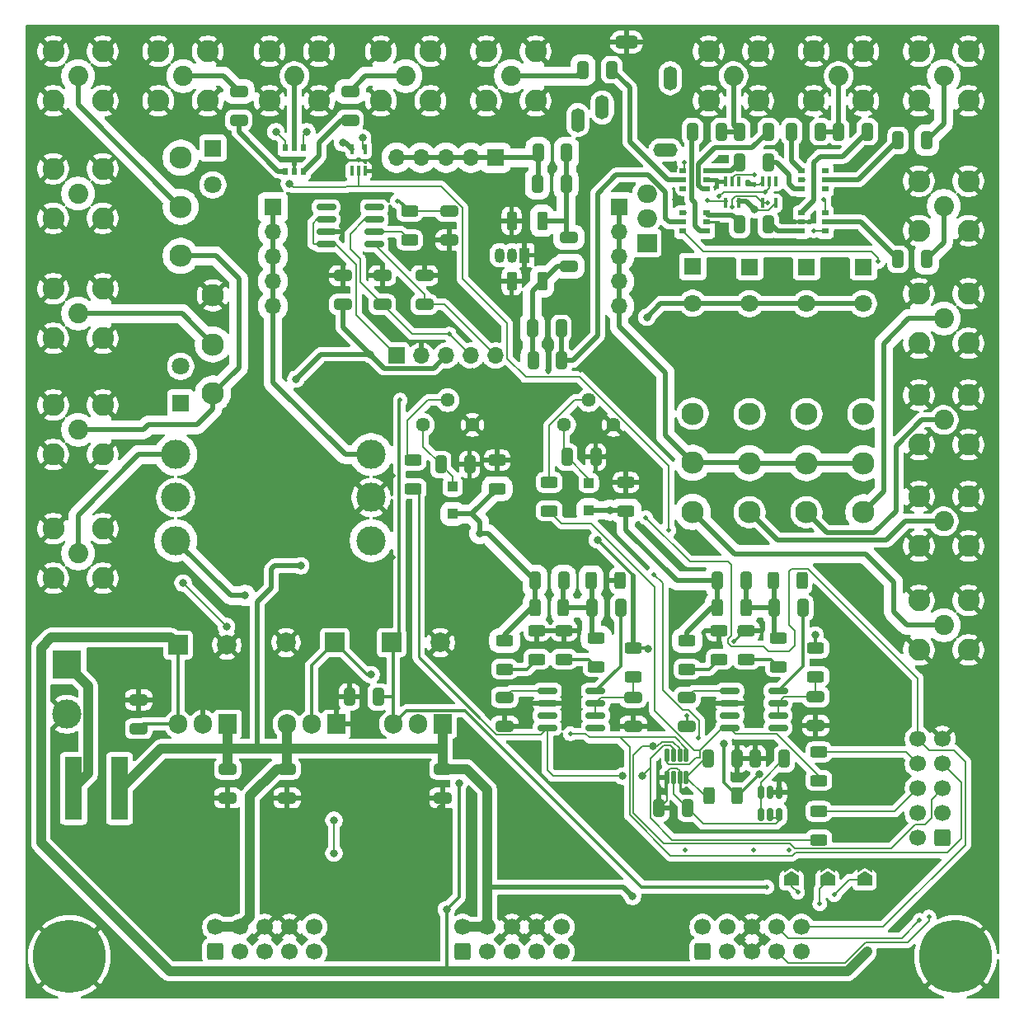
<source format=gbr>
%TF.GenerationSoftware,KiCad,Pcbnew,9.0.2*%
%TF.CreationDate,2025-07-28T11:32:36-05:00*%
%TF.ProjectId,K9HZ_100W_11band_LPF-Control,4b39485a-5f31-4303-9057-5f313162616e,rev?*%
%TF.SameCoordinates,Original*%
%TF.FileFunction,Copper,L1,Top*%
%TF.FilePolarity,Positive*%
%FSLAX46Y46*%
G04 Gerber Fmt 4.6, Leading zero omitted, Abs format (unit mm)*
G04 Created by KiCad (PCBNEW 9.0.2) date 2025-07-28 11:32:36*
%MOMM*%
%LPD*%
G01*
G04 APERTURE LIST*
G04 Aperture macros list*
%AMRoundRect*
0 Rectangle with rounded corners*
0 $1 Rounding radius*
0 $2 $3 $4 $5 $6 $7 $8 $9 X,Y pos of 4 corners*
0 Add a 4 corners polygon primitive as box body*
4,1,4,$2,$3,$4,$5,$6,$7,$8,$9,$2,$3,0*
0 Add four circle primitives for the rounded corners*
1,1,$1+$1,$2,$3*
1,1,$1+$1,$4,$5*
1,1,$1+$1,$6,$7*
1,1,$1+$1,$8,$9*
0 Add four rect primitives between the rounded corners*
20,1,$1+$1,$2,$3,$4,$5,0*
20,1,$1+$1,$4,$5,$6,$7,0*
20,1,$1+$1,$6,$7,$8,$9,0*
20,1,$1+$1,$8,$9,$2,$3,0*%
%AMFreePoly0*
4,1,6,1.000000,0.000000,0.500000,-0.750000,-0.500000,-0.750000,-0.500000,0.750000,0.500000,0.750000,1.000000,0.000000,1.000000,0.000000,$1*%
%AMFreePoly1*
4,1,6,0.500000,-0.750000,-0.650000,-0.750000,-0.150000,0.000000,-0.650000,0.750000,0.500000,0.750000,0.500000,-0.750000,0.500000,-0.750000,$1*%
G04 Aperture macros list end*
%TA.AperFunction,NonConductor*%
%ADD10C,0.200000*%
%TD*%
%TA.AperFunction,SMDPad,CuDef*%
%ADD11RoundRect,0.250000X-0.650000X0.325000X-0.650000X-0.325000X0.650000X-0.325000X0.650000X0.325000X0*%
%TD*%
%TA.AperFunction,SMDPad,CuDef*%
%ADD12RoundRect,0.250000X-0.625000X0.312500X-0.625000X-0.312500X0.625000X-0.312500X0.625000X0.312500X0*%
%TD*%
%TA.AperFunction,ComponentPad*%
%ADD13C,2.050000*%
%TD*%
%TA.AperFunction,ComponentPad*%
%ADD14C,2.250000*%
%TD*%
%TA.AperFunction,ComponentPad*%
%ADD15R,1.700000X1.700000*%
%TD*%
%TA.AperFunction,ComponentPad*%
%ADD16O,1.700000X1.700000*%
%TD*%
%TA.AperFunction,SMDPad,CuDef*%
%ADD17R,0.800000X0.550000*%
%TD*%
%TA.AperFunction,SMDPad,CuDef*%
%ADD18RoundRect,0.250000X-0.325000X-0.650000X0.325000X-0.650000X0.325000X0.650000X-0.325000X0.650000X0*%
%TD*%
%TA.AperFunction,ComponentPad*%
%ADD19R,3.000000X3.000000*%
%TD*%
%TA.AperFunction,ComponentPad*%
%ADD20C,3.000000*%
%TD*%
%TA.AperFunction,SMDPad,CuDef*%
%ADD21R,1.780000X6.500000*%
%TD*%
%TA.AperFunction,SMDPad,CuDef*%
%ADD22RoundRect,0.250000X0.325000X0.650000X-0.325000X0.650000X-0.325000X-0.650000X0.325000X-0.650000X0*%
%TD*%
%TA.AperFunction,ComponentPad*%
%ADD23C,1.440000*%
%TD*%
%TA.AperFunction,ComponentPad*%
%ADD24RoundRect,0.250000X0.600000X-0.600000X0.600000X0.600000X-0.600000X0.600000X-0.600000X-0.600000X0*%
%TD*%
%TA.AperFunction,ComponentPad*%
%ADD25C,1.700000*%
%TD*%
%TA.AperFunction,SMDPad,CuDef*%
%ADD26RoundRect,0.250000X0.625000X-0.312500X0.625000X0.312500X-0.625000X0.312500X-0.625000X-0.312500X0*%
%TD*%
%TA.AperFunction,SMDPad,CuDef*%
%ADD27RoundRect,0.250000X-0.312500X-0.625000X0.312500X-0.625000X0.312500X0.625000X-0.312500X0.625000X0*%
%TD*%
%TA.AperFunction,ComponentPad*%
%ADD28R,1.905000X2.000000*%
%TD*%
%TA.AperFunction,ComponentPad*%
%ADD29O,1.905000X2.000000*%
%TD*%
%TA.AperFunction,ComponentPad*%
%ADD30C,7.500000*%
%TD*%
%TA.AperFunction,SMDPad,CuDef*%
%ADD31RoundRect,0.250000X-0.300000X0.300000X-0.300000X-0.300000X0.300000X-0.300000X0.300000X0.300000X0*%
%TD*%
%TA.AperFunction,ComponentPad*%
%ADD32C,2.300000*%
%TD*%
%TA.AperFunction,ComponentPad*%
%ADD33R,1.800000X1.800000*%
%TD*%
%TA.AperFunction,ComponentPad*%
%ADD34C,1.800000*%
%TD*%
%TA.AperFunction,SMDPad,CuDef*%
%ADD35RoundRect,0.250000X0.650000X-0.325000X0.650000X0.325000X-0.650000X0.325000X-0.650000X-0.325000X0*%
%TD*%
%TA.AperFunction,SMDPad,CuDef*%
%ADD36RoundRect,0.050000X-0.150000X0.425000X-0.150000X-0.425000X0.150000X-0.425000X0.150000X0.425000X0*%
%TD*%
%TA.AperFunction,SMDPad,CuDef*%
%ADD37FreePoly0,90.000000*%
%TD*%
%TA.AperFunction,SMDPad,CuDef*%
%ADD38FreePoly1,90.000000*%
%TD*%
%TA.AperFunction,ComponentPad*%
%ADD39RoundRect,0.250000X0.600000X0.600000X-0.600000X0.600000X-0.600000X-0.600000X0.600000X-0.600000X0*%
%TD*%
%TA.AperFunction,SMDPad,CuDef*%
%ADD40RoundRect,0.250000X0.275000X0.700000X-0.275000X0.700000X-0.275000X-0.700000X0.275000X-0.700000X0*%
%TD*%
%TA.AperFunction,SMDPad,CuDef*%
%ADD41R,0.550000X0.800000*%
%TD*%
%TA.AperFunction,SMDPad,CuDef*%
%ADD42RoundRect,0.125000X-0.125000X0.537500X-0.125000X-0.537500X0.125000X-0.537500X0.125000X0.537500X0*%
%TD*%
%TA.AperFunction,ComponentPad*%
%ADD43R,2.000000X2.000000*%
%TD*%
%TA.AperFunction,ComponentPad*%
%ADD44C,2.000000*%
%TD*%
%TA.AperFunction,SMDPad,CuDef*%
%ADD45RoundRect,0.150000X-0.825000X-0.150000X0.825000X-0.150000X0.825000X0.150000X-0.825000X0.150000X0*%
%TD*%
%TA.AperFunction,SMDPad,CuDef*%
%ADD46RoundRect,0.150000X-0.150000X0.512500X-0.150000X-0.512500X0.150000X-0.512500X0.150000X0.512500X0*%
%TD*%
%TA.AperFunction,SMDPad,CuDef*%
%ADD47RoundRect,0.250000X0.312500X0.625000X-0.312500X0.625000X-0.312500X-0.625000X0.312500X-0.625000X0*%
%TD*%
%TA.AperFunction,SMDPad,CuDef*%
%ADD48RoundRect,0.050000X0.150000X-0.425000X0.150000X0.425000X-0.150000X0.425000X-0.150000X-0.425000X0*%
%TD*%
%TA.AperFunction,ComponentPad*%
%ADD49R,2.000000X1.905000*%
%TD*%
%TA.AperFunction,ComponentPad*%
%ADD50O,2.000000X1.905000*%
%TD*%
%TA.AperFunction,ComponentPad*%
%ADD51O,1.400000X2.500000*%
%TD*%
%TA.AperFunction,ComponentPad*%
%ADD52O,2.500000X1.400000*%
%TD*%
%TA.AperFunction,ComponentPad*%
%ADD53R,1.050000X1.500000*%
%TD*%
%TA.AperFunction,ComponentPad*%
%ADD54O,1.050000X1.500000*%
%TD*%
%TA.AperFunction,ViaPad*%
%ADD55C,0.500000*%
%TD*%
%TA.AperFunction,ViaPad*%
%ADD56C,0.800000*%
%TD*%
%TA.AperFunction,Conductor*%
%ADD57C,0.250000*%
%TD*%
%TA.AperFunction,Conductor*%
%ADD58C,0.200000*%
%TD*%
%TA.AperFunction,Conductor*%
%ADD59C,0.130000*%
%TD*%
%TA.AperFunction,Conductor*%
%ADD60C,0.500000*%
%TD*%
%TA.AperFunction,Conductor*%
%ADD61C,1.000000*%
%TD*%
%TA.AperFunction,Conductor*%
%ADD62C,0.350000*%
%TD*%
%TA.AperFunction,Conductor*%
%ADD63C,0.508000*%
%TD*%
%TA.AperFunction,Conductor*%
%ADD64C,0.525000*%
%TD*%
G04 APERTURE END LIST*
D10*
X137160000Y-124460000D02*
X136459500Y-124460000D01*
D11*
%TO.P,C135,1*%
%TO.N,+12V*%
X102870000Y-119429000D03*
%TO.P,C135,2*%
%TO.N,GND*%
X102870000Y-122379000D03*
%TD*%
D12*
%TO.P,R28,1*%
%TO.N,GND*%
X121666000Y-89977500D03*
%TO.P,R28,2*%
%TO.N,/RF36*%
X121666000Y-92902500D03*
%TD*%
D13*
%TO.P,J3,1,In*%
%TO.N,/RF1*%
X154305000Y-48260000D03*
D14*
%TO.P,J3,2,Ext*%
%TO.N,GND*%
X156845000Y-50800000D03*
X156845000Y-45720000D03*
X151765000Y-50800000D03*
X151765000Y-45720000D03*
%TD*%
D13*
%TO.P,J10,1,In*%
%TO.N,/RF22*%
X65405000Y-72644000D03*
D14*
%TO.P,J10,2,Ext*%
%TO.N,GND*%
X67945000Y-70104000D03*
X62865000Y-70104000D03*
X67945000Y-75184000D03*
X62865000Y-75184000D03*
%TD*%
D15*
%TO.P,J16.2,1,Pin_1*%
%TO.N,/SWR_TO_PIN_DIODE_TR*%
X85418000Y-61722000D03*
D16*
%TO.P,J16.2,2,Pin_2*%
X85418000Y-64262000D03*
%TO.P,J16.2,3,Pin_3*%
X85418000Y-66802000D03*
%TO.P,J16.2,4,Pin_4*%
X85418000Y-69342000D03*
%TO.P,J16.2,5,Pin_5*%
X85418000Y-71882000D03*
%TD*%
D15*
%TO.P,J17.1,1,Pin_1*%
%TO.N,/RF28*%
X108278000Y-56642000D03*
D16*
%TO.P,J17.1,2,Pin_2*%
X105738000Y-56642000D03*
%TO.P,J17.1,3,Pin_3*%
X103198000Y-56642000D03*
%TO.P,J17.1,4,Pin_4*%
X100658000Y-56642000D03*
%TO.P,J17.1,5,Pin_5*%
X98118000Y-56642000D03*
%TD*%
D17*
%TO.P,U8,1,RF1*%
%TO.N,/RRF13*%
X129929000Y-64196000D03*
%TO.P,U8,2,GND*%
%TO.N,GND*%
X129929000Y-63246000D03*
%TO.P,U8,3,RF2*%
%TO.N,/RRF12*%
X129929000Y-62296000D03*
%TO.P,U8,4,V2*%
%TO.N,Net-(U1-V2)*%
X127529000Y-62296000D03*
%TO.P,U8,5,RFC*%
%TO.N,/RRF31*%
X127529000Y-63246000D03*
%TO.P,U8,6,V1*%
%TO.N,/RX_BPF_SEL*%
X127529000Y-64196000D03*
%TD*%
D18*
%TO.P,C149,1*%
%TO.N,Net-(D1-K)*%
X102665000Y-88143000D03*
%TO.P,C149,2*%
%TO.N,GND*%
X105615000Y-88143000D03*
%TD*%
D13*
%TO.P,J8,1,In*%
%TO.N,/RF19*%
X65405000Y-48260000D03*
D14*
%TO.P,J8,2,Ext*%
%TO.N,GND*%
X67945000Y-50800000D03*
X67945000Y-45720000D03*
X62865000Y-50800000D03*
X62865000Y-45720000D03*
%TD*%
D19*
%TO.P,J20,1,Pin_1*%
%TO.N,Net-(J20-Pin_1)*%
X64262000Y-108712000D03*
D20*
%TO.P,J20,2,Pin_2*%
%TO.N,GND*%
X64262000Y-113792000D03*
%TD*%
D21*
%TO.P,L200,1,1*%
%TO.N,Net-(J20-Pin_1)*%
X64950000Y-121412000D03*
%TO.P,L200,2,2*%
%TO.N,+12V*%
X69670000Y-121412000D03*
%TD*%
D22*
%TO.P,C13,1*%
%TO.N,/RRF32*%
X136300000Y-63500000D03*
%TO.P,C13,2*%
%TO.N,/RRF12*%
X133350000Y-63500000D03*
%TD*%
D23*
%TO.P,RV19,1,1*%
%TO.N,Net-(D1-K)*%
X100828000Y-84079000D03*
%TO.P,RV19,2,2*%
%TO.N,Net-(R26-Pad2)*%
X103368000Y-81539000D03*
%TO.P,RV19,3,3*%
%TO.N,GND*%
X105908000Y-84079000D03*
%TD*%
D24*
%TO.P,J1,1,Pin_1*%
%TO.N,Net-(J1-Pin_1)*%
X129540000Y-138176000D03*
D25*
%TO.P,J1,2,Pin_2*%
%TO.N,Net-(J1-Pin_2)*%
X129540000Y-135636000D03*
%TO.P,J1,3,Pin_3*%
%TO.N,/XVTR_SEL*%
X132080000Y-138176000D03*
%TO.P,J1,4,Pin_4*%
%TO.N,Net-(J1-Pin_4)*%
X132080000Y-135636000D03*
%TO.P,J1,5,Pin_5*%
%TO.N,GND*%
X134620000Y-138176000D03*
%TO.P,J1,6,Pin_6*%
X134620000Y-135636000D03*
%TO.P,J1,7,Pin_7*%
%TO.N,/TX_BPF_SEL*%
X137160000Y-138176000D03*
%TO.P,J1,8,Pin_8*%
%TO.N,/RX_BPF_SEL*%
X137160000Y-135636000D03*
%TO.P,J1,9,Pin_9*%
%TO.N,unconnected-(J1-Pin_9-Pad9)*%
X139700000Y-138176000D03*
%TO.P,J1,10,Pin_10*%
%TO.N,/TX*%
X139700000Y-135636000D03*
%TD*%
D26*
%TO.P,L40,1,1*%
%TO.N,Net-(L40-Pad1)*%
X112522000Y-108142500D03*
%TO.P,L40,2,2*%
%TO.N,GND*%
X112522000Y-105217500D03*
%TD*%
D11*
%TO.P,C132,1*%
%TO.N,+12V*%
X80772000Y-119429000D03*
%TO.P,C132,2*%
%TO.N,GND*%
X80772000Y-122379000D03*
%TD*%
D26*
%TO.P,L38,1,1*%
%TO.N,Net-(L38-Pad1)*%
X115316000Y-108142500D03*
%TO.P,L38,2,2*%
%TO.N,GND*%
X115316000Y-105217500D03*
%TD*%
D18*
%TO.P,C146,1*%
%TO.N,GND*%
X134984500Y-118364000D03*
%TO.P,C146,2*%
%TO.N,+8V*%
X137934500Y-118364000D03*
%TD*%
D27*
%TO.P,R22,1*%
%TO.N,/RF36*%
X131064000Y-102870000D03*
%TO.P,R22,2*%
%TO.N,/RF37*%
X133989000Y-102870000D03*
%TD*%
D28*
%TO.P,U13,1,IN*%
%TO.N,+12V*%
X102870000Y-114808000D03*
D29*
%TO.P,U13,2,GND*%
%TO.N,GND*%
X100330000Y-114808000D03*
%TO.P,U13,3,OUT*%
%TO.N,+8V*%
X97790000Y-114808000D03*
%TD*%
D30*
%TO.P,H2,1,1*%
%TO.N,GND*%
X64516000Y-138684000D03*
%TD*%
D18*
%TO.P,C7,1*%
%TO.N,/RRF8*%
X143510000Y-53975000D03*
%TO.P,C7,2*%
%TO.N,/RRF11*%
X146460000Y-53975000D03*
%TD*%
D22*
%TO.P,C145,1*%
%TO.N,Net-(U17-OUT_F)*%
X128028500Y-123444000D03*
%TO.P,C145,2*%
%TO.N,GND*%
X125078500Y-123444000D03*
%TD*%
D31*
%TO.P,D2,1,K*%
%TO.N,Net-(D2-K)*%
X117856000Y-90040000D03*
%TO.P,D2,2,A*%
%TO.N,/RF36*%
X117856000Y-92840000D03*
%TD*%
D32*
%TO.P,K5,11*%
%TO.N,/RF23*%
X140208000Y-88008000D03*
%TO.P,K5,12*%
%TO.N,unconnected-(K5-Pad12)*%
X140208000Y-82968000D03*
%TO.P,K5,14*%
%TO.N,/RRF25*%
X140208000Y-93048000D03*
D33*
%TO.P,K5,A1*%
%TO.N,/ANT2_SEL*%
X140208000Y-67848000D03*
D34*
%TO.P,K5,A2*%
%TO.N,+12V*%
X140208000Y-71628000D03*
%TD*%
D22*
%TO.P,C154,1*%
%TO.N,/RF37*%
X134001500Y-100076000D03*
%TO.P,C154,2*%
%TO.N,/RF36*%
X131051500Y-100076000D03*
%TD*%
D13*
%TO.P,J18,1,In*%
%TO.N,/RRF9*%
X132715000Y-48260000D03*
D14*
%TO.P,J18,2,Ext*%
%TO.N,GND*%
X135255000Y-50800000D03*
X135255000Y-45720000D03*
X130175000Y-50800000D03*
X130175000Y-45720000D03*
%TD*%
D35*
%TO.P,C140,1*%
%TO.N,/RRF15*%
X93345000Y-52783000D03*
%TO.P,C140,2*%
%TO.N,/RF17*%
X93345000Y-49833000D03*
%TD*%
D11*
%TO.P,C139,1*%
%TO.N,Net-(U14-INM)*%
X109220000Y-112063000D03*
%TO.P,C139,2*%
%TO.N,GND*%
X109220000Y-115013000D03*
%TD*%
D12*
%TO.P,L37,1,1*%
%TO.N,+8V*%
X99453000Y-62164500D03*
%TO.P,L37,2,2*%
%TO.N,Net-(U18-VDD)*%
X99453000Y-65089500D03*
%TD*%
D18*
%TO.P,C10,1*%
%TO.N,/RRF5*%
X133350000Y-57150000D03*
%TO.P,C10,2*%
%TO.N,/RRF4*%
X136300000Y-57150000D03*
%TD*%
D36*
%TO.P,U6,1*%
%TO.N,N/C*%
X137048000Y-59098000D03*
%TO.P,U6,2*%
%TO.N,/RX_BPF_SEL*%
X136398000Y-59098000D03*
%TO.P,U6,3,GND*%
%TO.N,GND*%
X135748000Y-59098000D03*
%TO.P,U6,4*%
%TO.N,Net-(U1-V2)*%
X135748000Y-61298000D03*
%TO.P,U6,5,VCC*%
%TO.N,+5V*%
X137048000Y-61298000D03*
%TD*%
D37*
%TO.P,JP1,1,A*%
%TO.N,Net-(JP1-A)*%
X138684000Y-130900000D03*
D38*
%TO.P,JP1,2,B*%
%TO.N,GND*%
X138684000Y-129450000D03*
%TD*%
D39*
%TO.P,J21,1,Pin_1*%
%TO.N,/BIT0*%
X154178000Y-126492000D03*
D25*
%TO.P,J21,2,Pin_2*%
%TO.N,/BIT1*%
X151638000Y-126492000D03*
%TO.P,J21,3,Pin_3*%
%TO.N,/BIT2*%
X154178000Y-123952000D03*
%TO.P,J21,4,Pin_4*%
%TO.N,/BIT3*%
X151638000Y-123952000D03*
%TO.P,J21,5,Pin_5*%
%TO.N,/SDA*%
X154178000Y-121412000D03*
%TO.P,J21,6,Pin_6*%
%TO.N,/FWD_V*%
X151638000Y-121412000D03*
%TO.P,J21,7,Pin_7*%
%TO.N,/SCL*%
X154178000Y-118872000D03*
%TO.P,J21,8,Pin_8*%
%TO.N,/REF_V*%
X151638000Y-118872000D03*
%TO.P,J21,9,Pin_9*%
%TO.N,GND*%
X154178000Y-116332000D03*
%TO.P,J21,10,Pin_10*%
%TO.N,/TX*%
X151638000Y-116332000D03*
%TD*%
D26*
%TO.P,R26,1*%
%TO.N,/FWD*%
X99822000Y-90621500D03*
%TO.P,R26,2*%
%TO.N,Net-(R26-Pad2)*%
X99822000Y-87696500D03*
%TD*%
D40*
%TO.P,L2,1,1*%
%TO.N,/RF29*%
X113081000Y-63119000D03*
%TO.P,L2,2,2*%
%TO.N,GND*%
X109931000Y-63119000D03*
%TD*%
D31*
%TO.P,D1,1,K*%
%TO.N,Net-(D1-K)*%
X103876000Y-90423000D03*
%TO.P,D1,2,A*%
%TO.N,/RF35*%
X103876000Y-93223000D03*
%TD*%
D27*
%TO.P,L39,1,1*%
%TO.N,Net-(U20-Vdd)*%
X130171000Y-122174000D03*
%TO.P,L39,2,2*%
%TO.N,+5V*%
X133096000Y-122174000D03*
%TD*%
D41*
%TO.P,U21,1,RF1*%
%TO.N,/RRF16*%
X86680000Y-58018605D03*
%TO.P,U21,2,GND*%
%TO.N,GND*%
X87630000Y-58018605D03*
%TO.P,U21,3,RF2*%
%TO.N,/RRF15*%
X88580000Y-58018605D03*
%TO.P,U21,4,V2*%
%TO.N,Net-(U21-V2)*%
X88580000Y-55618605D03*
%TO.P,U21,5,RFC*%
%TO.N,/RRF14*%
X87630000Y-55618605D03*
%TO.P,U21,6,V1*%
%TO.N,/XVTR_SEL*%
X86680000Y-55618605D03*
%TD*%
D22*
%TO.P,C17,1*%
%TO.N,/RRF10*%
X136300000Y-53975000D03*
%TO.P,C17,2*%
%TO.N,/RRF9*%
X133350000Y-53975000D03*
%TD*%
D12*
%TO.P,R29,1*%
%TO.N,Net-(R29-Pad1)*%
X113792000Y-89977500D03*
%TO.P,R29,2*%
%TO.N,/REF*%
X113792000Y-92902500D03*
%TD*%
D32*
%TO.P,K7,11*%
%TO.N,/RF23*%
X128524000Y-87975000D03*
%TO.P,K7,12*%
%TO.N,unconnected-(K7-Pad12)*%
X128524000Y-82935000D03*
%TO.P,K7,14*%
%TO.N,/RF27*%
X128524000Y-93015000D03*
D33*
%TO.P,K7,A1*%
%TO.N,/ANT4_SEL*%
X128524000Y-67815000D03*
D34*
%TO.P,K7,A2*%
%TO.N,+12V*%
X128524000Y-71595000D03*
%TD*%
D17*
%TO.P,U7,1,RF1*%
%TO.N,/RRF10*%
X129929000Y-59878000D03*
%TO.P,U7,2,GND*%
%TO.N,GND*%
X129929000Y-58928000D03*
%TO.P,U7,3,RF2*%
%TO.N,/RRF5*%
X129929000Y-57978000D03*
%TO.P,U7,4,V2*%
%TO.N,Net-(U3-V2)*%
X127529000Y-57978000D03*
%TO.P,U7,5,RFC*%
%TO.N,/RRF6*%
X127529000Y-58928000D03*
%TO.P,U7,6,V1*%
%TO.N,/TX_BPF_SEL*%
X127529000Y-59878000D03*
%TD*%
D13*
%TO.P,J23,1,In*%
%TO.N,/LPF_TO_SWR*%
X65405000Y-97282000D03*
D14*
%TO.P,J23,2,Ext*%
%TO.N,GND*%
X67945000Y-94742000D03*
X62865000Y-94742000D03*
X67945000Y-99822000D03*
X62865000Y-99822000D03*
%TD*%
D15*
%TO.P,J17.2,1,Pin_1*%
%TO.N,/TX*%
X98118000Y-76962000D03*
D16*
%TO.P,J17.2,2,Pin_2*%
%TO.N,GND*%
X100658000Y-76962000D03*
%TO.P,J17.2,3,Pin_3*%
%TO.N,+12V*%
X103198000Y-76962000D03*
%TO.P,J17.2,4,Pin_4*%
%TO.N,/8R ~{TX}*%
X105738000Y-76962000D03*
%TO.P,J17.2,5,Pin_5*%
%TO.N,/8T TX*%
X108278000Y-76962000D03*
%TD*%
D13*
%TO.P,J11,1,In*%
%TO.N,/RF24*%
X154305000Y-73152000D03*
D14*
%TO.P,J11,2,Ext*%
%TO.N,GND*%
X151765000Y-75692000D03*
X156845000Y-75692000D03*
X151765000Y-70612000D03*
X156845000Y-70612000D03*
%TD*%
D26*
%TO.P,R25,1*%
%TO.N,Net-(L42-Pad1)*%
X127954500Y-109158500D03*
%TO.P,R25,2*%
%TO.N,/RF36*%
X127954500Y-106233500D03*
%TD*%
D22*
%TO.P,C16,1*%
%TO.N,/RF29*%
X115595000Y-56134000D03*
%TO.P,C16,2*%
%TO.N,/RF28*%
X112645000Y-56134000D03*
%TD*%
D36*
%TO.P,U5,1*%
%TO.N,N/C*%
X133238000Y-59098000D03*
%TO.P,U5,2*%
%TO.N,/TX_BPF_SEL*%
X132588000Y-59098000D03*
%TO.P,U5,3,GND*%
%TO.N,GND*%
X131938000Y-59098000D03*
%TO.P,U5,4*%
%TO.N,Net-(U3-V2)*%
X131938000Y-61298000D03*
%TO.P,U5,5,VCC*%
%TO.N,+5V*%
X133238000Y-61298000D03*
%TD*%
D11*
%TO.P,C21,1*%
%TO.N,GND*%
X100977000Y-68756000D03*
%TO.P,C21,2*%
%TO.N,/8T TX*%
X100977000Y-71706000D03*
%TD*%
D32*
%TO.P,K6,11*%
%TO.N,/RF23*%
X134366000Y-88008000D03*
%TO.P,K6,12*%
%TO.N,unconnected-(K6-Pad12)*%
X134366000Y-82968000D03*
%TO.P,K6,14*%
%TO.N,/RRF26*%
X134366000Y-93048000D03*
D33*
%TO.P,K6,A1*%
%TO.N,/ANT3_SEL*%
X134366000Y-67848000D03*
D34*
%TO.P,K6,A2*%
%TO.N,+12V*%
X134366000Y-71628000D03*
%TD*%
D11*
%TO.P,C143,1*%
%TO.N,+12V*%
X86868000Y-119429000D03*
%TO.P,C143,2*%
%TO.N,GND*%
X86868000Y-122379000D03*
%TD*%
D35*
%TO.P,C133,1*%
%TO.N,+5V*%
X71628000Y-115267000D03*
%TO.P,C133,2*%
%TO.N,GND*%
X71628000Y-112317000D03*
%TD*%
D18*
%TO.P,C151,1*%
%TO.N,Net-(U20-Vdd)*%
X130158500Y-118364000D03*
%TO.P,C151,2*%
%TO.N,GND*%
X133108500Y-118364000D03*
%TD*%
D28*
%TO.P,U11,1,VI*%
%TO.N,+12V*%
X80772000Y-114808000D03*
D29*
%TO.P,U11,2,GND*%
%TO.N,GND*%
X78232000Y-114808000D03*
%TO.P,U11,3,VO*%
%TO.N,+5V*%
X75692000Y-114808000D03*
%TD*%
D35*
%TO.P,C15,1*%
%TO.N,/RF30*%
X115824000Y-67769000D03*
%TO.P,C15,2*%
%TO.N,/RF29*%
X115824000Y-64819000D03*
%TD*%
D18*
%TO.P,C20,1*%
%TO.N,/RF7*%
X117270000Y-47625000D03*
%TO.P,C20,2*%
%TO.N,/RRF6*%
X120220000Y-47625000D03*
%TD*%
D13*
%TO.P,J5,1,In*%
%TO.N,/RRF14*%
X87630000Y-48260000D03*
D14*
%TO.P,J5,2,Ext*%
%TO.N,GND*%
X90170000Y-50800000D03*
X90170000Y-45720000D03*
X85090000Y-50800000D03*
X85090000Y-45720000D03*
%TD*%
D26*
%TO.P,L41,1,1*%
%TO.N,Net-(U19-ENB)*%
X141162500Y-109920500D03*
%TO.P,L41,2,2*%
%TO.N,+5V*%
X141162500Y-106995500D03*
%TD*%
D22*
%TO.P,C24,1*%
%TO.N,/RRF31*%
X115013000Y-74168000D03*
%TO.P,C24,2*%
%TO.N,/RF30*%
X112063000Y-74168000D03*
%TD*%
D23*
%TO.P,RV27,1,1*%
%TO.N,Net-(D2-K)*%
X115316000Y-84079000D03*
%TO.P,RV27,2,2*%
%TO.N,Net-(R29-Pad1)*%
X117856000Y-81539000D03*
%TO.P,RV27,3,3*%
%TO.N,GND*%
X120396000Y-84079000D03*
%TD*%
D18*
%TO.P,C1,1*%
%TO.N,/RRF2*%
X149606000Y-54864000D03*
%TO.P,C1,2*%
%TO.N,/RF1*%
X152556000Y-54864000D03*
%TD*%
D42*
%TO.P,U20,1,SCL*%
%TO.N,/SCL*%
X127853500Y-117988500D03*
%TO.P,U20,2,SDA*%
%TO.N,/SDA*%
X127203500Y-117988500D03*
%TO.P,U20,3,Vin0*%
%TO.N,/FWD*%
X126553500Y-117988500D03*
%TO.P,U20,4,Vin1*%
%TO.N,/REF*%
X125903500Y-117988500D03*
%TO.P,U20,5,Vin2*%
%TO.N,GND*%
X125903500Y-120263500D03*
%TO.P,U20,6,Vin3/Vref*%
%TO.N,Net-(U17-OUT_F)*%
X126553500Y-120263500D03*
%TO.P,U20,7,GND*%
%TO.N,GND*%
X127203500Y-120263500D03*
%TO.P,U20,8,Vdd*%
%TO.N,Net-(U20-Vdd)*%
X127853500Y-120263500D03*
%TD*%
D43*
%TO.P,C134,1*%
%TO.N,+8V*%
X97616000Y-106426000D03*
D44*
%TO.P,C134,2*%
%TO.N,GND*%
X102616000Y-106426000D03*
%TD*%
D37*
%TO.P,JP3,1,A*%
%TO.N,Net-(JP3-A)*%
X146177000Y-130863000D03*
D38*
%TO.P,JP3,2,B*%
%TO.N,GND*%
X146177000Y-129413000D03*
%TD*%
D37*
%TO.P,JP2,1,A*%
%TO.N,Net-(JP2-A)*%
X142367000Y-130900000D03*
D38*
%TO.P,JP2,2,B*%
%TO.N,GND*%
X142367000Y-129450000D03*
%TD*%
D11*
%TO.P,C138,1*%
%TO.N,+8V*%
X103517000Y-62152000D03*
%TO.P,C138,2*%
%TO.N,GND*%
X103517000Y-65102000D03*
%TD*%
D17*
%TO.P,U1,1,RF1*%
%TO.N,/RRF11*%
X139721000Y-62296000D03*
%TO.P,U1,2,GND*%
%TO.N,GND*%
X139721000Y-63246000D03*
%TO.P,U1,3,RF2*%
%TO.N,/RRF32*%
X139721000Y-64196000D03*
%TO.P,U1,4,V2*%
%TO.N,Net-(U1-V2)*%
X142121000Y-64196000D03*
%TO.P,U1,5,RFC*%
%TO.N,/RRF33*%
X142121000Y-63246000D03*
%TO.P,U1,6,V1*%
%TO.N,/RX_BPF_SEL*%
X142121000Y-62296000D03*
%TD*%
D22*
%TO.P,C144,1*%
%TO.N,Net-(U14-INP)*%
X121109000Y-102870000D03*
%TO.P,C144,2*%
%TO.N,/RF38*%
X118159000Y-102870000D03*
%TD*%
D13*
%TO.P,J14,1,In*%
%TO.N,/RF27*%
X154305000Y-104648000D03*
D14*
%TO.P,J14,2,Ext*%
%TO.N,GND*%
X151765000Y-107188000D03*
X156845000Y-107188000D03*
X151765000Y-102108000D03*
X156845000Y-102108000D03*
%TD*%
D32*
%TO.P,K4,11*%
%TO.N,/RF23*%
X146050000Y-88008000D03*
%TO.P,K4,12*%
%TO.N,unconnected-(K4-Pad12)*%
X146050000Y-82968000D03*
%TO.P,K4,14*%
%TO.N,/RF24*%
X146050000Y-93048000D03*
D33*
%TO.P,K4,A1*%
%TO.N,/ANT1_SEL*%
X146050000Y-67848000D03*
D34*
%TO.P,K4,A2*%
%TO.N,+12V*%
X146050000Y-71628000D03*
%TD*%
D12*
%TO.P,R23,1*%
%TO.N,/REF_V*%
X141478000Y-117663500D03*
%TO.P,R23,2*%
%TO.N,/REF*%
X141478000Y-120588500D03*
%TD*%
D11*
%TO.P,C148,1*%
%TO.N,/RF18*%
X81915000Y-49833000D03*
%TO.P,C148,2*%
%TO.N,/RRF16*%
X81915000Y-52783000D03*
%TD*%
D22*
%TO.P,C18,1*%
%TO.N,/RRF9*%
X131474000Y-53975000D03*
%TO.P,C18,2*%
%TO.N,/RRF13*%
X128524000Y-53975000D03*
%TD*%
D26*
%TO.P,R16,1*%
%TO.N,Net-(L38-Pad1)*%
X118618000Y-108904500D03*
%TO.P,R16,2*%
%TO.N,/RF38*%
X118618000Y-105979500D03*
%TD*%
%TO.P,L43,1,1*%
%TO.N,Net-(L43-Pad1)*%
X134050500Y-108142500D03*
%TO.P,L43,2,2*%
%TO.N,GND*%
X134050500Y-105217500D03*
%TD*%
D18*
%TO.P,C8,1*%
%TO.N,/RRF33*%
X149606000Y-67056000D03*
%TO.P,C8,2*%
%TO.N,/RF34*%
X152556000Y-67056000D03*
%TD*%
D22*
%TO.P,C136,1*%
%TO.N,+8V*%
X96217000Y-112014000D03*
%TO.P,C136,2*%
%TO.N,GND*%
X93267000Y-112014000D03*
%TD*%
D43*
%TO.P,C142,1*%
%TO.N,+3V3*%
X91775677Y-106426000D03*
D44*
%TO.P,C142,2*%
%TO.N,GND*%
X86775677Y-106426000D03*
%TD*%
D40*
%TO.P,L1,1,1*%
%TO.N,/RF30*%
X113081000Y-69342000D03*
%TO.P,L1,2,2*%
%TO.N,GND*%
X109931000Y-69342000D03*
%TD*%
D12*
%TO.P,R20,1*%
%TO.N,GND*%
X108448000Y-87696500D03*
%TO.P,R20,2*%
%TO.N,/RF35*%
X108448000Y-90621500D03*
%TD*%
D45*
%TO.P,U18,1,NC*%
%TO.N,unconnected-(U18-NC-Pad1)*%
X90882000Y-61722000D03*
%TO.P,U18,2,IN_A*%
%TO.N,/TX*%
X90882000Y-62992000D03*
%TO.P,U18,3,GND*%
%TO.N,GND*%
X90882000Y-64262000D03*
%TO.P,U18,4,IN_B*%
%TO.N,/TX*%
X90882000Y-65532000D03*
%TO.P,U18,5,OUT_B*%
%TO.N,/8T TX*%
X95832000Y-65532000D03*
%TO.P,U18,6,VDD*%
%TO.N,Net-(U18-VDD)*%
X95832000Y-64262000D03*
%TO.P,U18,7,~{OUT_A}*%
%TO.N,/8R ~{TX}*%
X95832000Y-62992000D03*
%TO.P,U18,8,NC*%
%TO.N,unconnected-(U18-NC-Pad8)*%
X95832000Y-61722000D03*
%TD*%
D13*
%TO.P,J13,1,In*%
%TO.N,/RRF26*%
X154305000Y-93980000D03*
D14*
%TO.P,J13,2,Ext*%
%TO.N,GND*%
X151765000Y-96520000D03*
X156845000Y-96520000D03*
X151765000Y-91440000D03*
X156845000Y-91440000D03*
%TD*%
D26*
%TO.P,L36,1,1*%
%TO.N,Net-(U14-ENB)*%
X122428000Y-109920500D03*
%TO.P,L36,2,2*%
%TO.N,+5V*%
X122428000Y-106995500D03*
%TD*%
D13*
%TO.P,J16,1,In*%
%TO.N,/RF21*%
X65405000Y-84582000D03*
D14*
%TO.P,J16,2,Ext*%
%TO.N,GND*%
X67945000Y-82042000D03*
X62865000Y-82042000D03*
X67945000Y-87122000D03*
X62865000Y-87122000D03*
%TD*%
D45*
%TO.P,U14,1,INM*%
%TO.N,Net-(U14-INM)*%
X113603000Y-111379000D03*
%TO.P,U14,2,COM*%
%TO.N,GND*%
X113603000Y-112649000D03*
%TO.P,U14,3,OFS*%
%TO.N,unconnected-(U14-OFS-Pad3)*%
X113603000Y-113919000D03*
%TO.P,U14,4,OUT*%
%TO.N,/FWD*%
X113603000Y-115189000D03*
%TO.P,U14,5,INT*%
%TO.N,unconnected-(U14-INT-Pad5)*%
X118553000Y-115189000D03*
%TO.P,U14,6,ENB*%
%TO.N,Net-(U14-ENB)*%
X118553000Y-113919000D03*
%TO.P,U14,7,VPS*%
X118553000Y-112649000D03*
%TO.P,U14,8,INP*%
%TO.N,Net-(U14-INP)*%
X118553000Y-111379000D03*
%TD*%
D46*
%TO.P,U17,1,GNDF*%
%TO.N,GND*%
X137409500Y-121798500D03*
%TO.P,U17,2,GNDS*%
X136459500Y-121798500D03*
%TO.P,U17,3,ENABLE*%
%TO.N,+8V*%
X135509500Y-121798500D03*
%TO.P,U17,4,VIN*%
X135509500Y-124073500D03*
%TO.P,U17,5,OUT_S*%
%TO.N,unconnected-(U17-OUT_S-Pad5)*%
X136459500Y-124073500D03*
%TO.P,U17,6,OUT_F*%
%TO.N,Net-(U17-OUT_F)*%
X137409500Y-124073500D03*
%TD*%
D22*
%TO.P,C25,1*%
%TO.N,/RF29*%
X115521000Y-59309000D03*
%TO.P,C25,2*%
%TO.N,/RF28*%
X112571000Y-59309000D03*
%TD*%
D11*
%TO.P,C22,1*%
%TO.N,GND*%
X96659000Y-68756000D03*
%TO.P,C22,2*%
%TO.N,/8R ~{TX}*%
X96659000Y-71706000D03*
%TD*%
D45*
%TO.P,U19,1,INM*%
%TO.N,Net-(U19-INM)*%
X132337500Y-111379000D03*
%TO.P,U19,2,COM*%
%TO.N,GND*%
X132337500Y-112649000D03*
%TO.P,U19,3,OFS*%
%TO.N,unconnected-(U19-OFS-Pad3)*%
X132337500Y-113919000D03*
%TO.P,U19,4,OUT*%
%TO.N,/REF*%
X132337500Y-115189000D03*
%TO.P,U19,5,INT*%
%TO.N,unconnected-(U19-INT-Pad5)*%
X137287500Y-115189000D03*
%TO.P,U19,6,ENB*%
%TO.N,Net-(U19-ENB)*%
X137287500Y-113919000D03*
%TO.P,U19,7,VPS*%
X137287500Y-112649000D03*
%TO.P,U19,8,INP*%
%TO.N,Net-(U19-INP)*%
X137287500Y-111379000D03*
%TD*%
D47*
%TO.P,R13,1*%
%TO.N,GND*%
X121035000Y-100076000D03*
%TO.P,R13,2*%
%TO.N,/RF38*%
X118110000Y-100076000D03*
%TD*%
D13*
%TO.P,J4,1,In*%
%TO.N,/RF7*%
X109855000Y-48260000D03*
D14*
%TO.P,J4,2,Ext*%
%TO.N,GND*%
X112395000Y-50800000D03*
X112395000Y-45720000D03*
X107315000Y-50800000D03*
X107315000Y-45720000D03*
%TD*%
D22*
%TO.P,C155,1*%
%TO.N,Net-(U19-INP)*%
X139843500Y-102870000D03*
%TO.P,C155,2*%
%TO.N,/RF37*%
X136893500Y-102870000D03*
%TD*%
D20*
%TO.P,L44,1,1*%
%TO.N,/LPF_TO_SWR*%
X75438000Y-87122000D03*
%TO.P,L44,2,2*%
%TO.N,/SWR_TO_PIN_DIODE_TR*%
X95504000Y-87122000D03*
%TO.P,L44,3,3*%
%TO.N,/RF35*%
X75438000Y-95952000D03*
%TO.P,L44,4,4*%
%TO.N,/RF36*%
X95504000Y-95952000D03*
%TO.P,L44,5,5*%
%TO.N,GND*%
X95504000Y-91537000D03*
%TO.P,L44,6,6*%
%TO.N,unconnected-(L44-Pad6)*%
X75438000Y-91537000D03*
%TD*%
D24*
%TO.P,J25,1,Pin_1*%
%TO.N,/160M*%
X79502000Y-138176000D03*
D25*
%TO.P,J25,2,Pin_2*%
%TO.N,+12V*%
X79502000Y-135636000D03*
%TO.P,J25,3,Pin_3*%
%TO.N,/80M*%
X82042000Y-138176000D03*
%TO.P,J25,4,Pin_4*%
%TO.N,+12V*%
X82042000Y-135636000D03*
%TO.P,J25,5,Pin_5*%
%TO.N,/60M*%
X84582000Y-138176000D03*
%TO.P,J25,6,Pin_6*%
%TO.N,GND*%
X84582000Y-135636000D03*
%TO.P,J25,7,Pin_7*%
%TO.N,/40M*%
X87122000Y-138176000D03*
%TO.P,J25,8,Pin_8*%
%TO.N,GND*%
X87122000Y-135636000D03*
%TO.P,J25,9,Pin_9*%
%TO.N,/30M*%
X89662000Y-138176000D03*
%TO.P,J25,10,Pin_10*%
%TO.N,/20M*%
X89662000Y-135636000D03*
%TD*%
D48*
%TO.P,U22,1*%
%TO.N,N/C*%
X93584000Y-57996000D03*
%TO.P,U22,2*%
%TO.N,/XVTR_SEL*%
X94234000Y-57996000D03*
%TO.P,U22,3,GND*%
%TO.N,GND*%
X94884000Y-57996000D03*
%TO.P,U22,4*%
%TO.N,Net-(U21-V2)*%
X94884000Y-55796000D03*
%TO.P,U22,5,VCC*%
%TO.N,+5V*%
X93584000Y-55796000D03*
%TD*%
D24*
%TO.P,J24,1,Pin_1*%
%TO.N,/17M*%
X104902000Y-138176000D03*
D25*
%TO.P,J24,2,Pin_2*%
%TO.N,+12V*%
X104902000Y-135636000D03*
%TO.P,J24,3,Pin_3*%
%TO.N,/15M*%
X107442000Y-138176000D03*
%TO.P,J24,4,Pin_4*%
%TO.N,+12V*%
X107442000Y-135636000D03*
%TO.P,J24,5,Pin_5*%
%TO.N,/12M*%
X109982000Y-138176000D03*
%TO.P,J24,6,Pin_6*%
%TO.N,GND*%
X109982000Y-135636000D03*
%TO.P,J24,7,Pin_7*%
%TO.N,/10M*%
X112522000Y-138176000D03*
%TO.P,J24,8,Pin_8*%
%TO.N,GND*%
X112522000Y-135636000D03*
%TO.P,J24,9,Pin_9*%
%TO.N,/6M*%
X115062000Y-138176000D03*
%TO.P,J24,10,Pin_10*%
%TO.N,/NF*%
X115062000Y-135636000D03*
%TD*%
D28*
%TO.P,U16,1,GND*%
%TO.N,GND*%
X91948000Y-114808000D03*
D29*
%TO.P,U16,2,VO*%
%TO.N,+3V3*%
X89408000Y-114808000D03*
%TO.P,U16,3,VI*%
%TO.N,+12V*%
X86868000Y-114808000D03*
%TD*%
D12*
%TO.P,R30,1*%
%TO.N,/FWD_V*%
X141478000Y-123759500D03*
%TO.P,R30,2*%
%TO.N,/FWD*%
X141478000Y-126684500D03*
%TD*%
D18*
%TO.P,C156,1*%
%TO.N,Net-(D2-K)*%
X115619000Y-87376000D03*
%TO.P,C156,2*%
%TO.N,GND*%
X118569000Y-87376000D03*
%TD*%
D13*
%TO.P,J7,1,In*%
%TO.N,/RF18*%
X76200000Y-48260000D03*
D14*
%TO.P,J7,2,Ext*%
%TO.N,GND*%
X78740000Y-50800000D03*
X78740000Y-45720000D03*
X73660000Y-50800000D03*
X73660000Y-45720000D03*
%TD*%
D22*
%TO.P,C14,1*%
%TO.N,/RRF31*%
X115087000Y-77470000D03*
%TO.P,C14,2*%
%TO.N,/RF30*%
X112137000Y-77470000D03*
%TD*%
D11*
%TO.P,C23,1*%
%TO.N,GND*%
X92595000Y-68756000D03*
%TO.P,C23,2*%
%TO.N,+12V*%
X92595000Y-71706000D03*
%TD*%
%TO.P,C150,1*%
%TO.N,Net-(U19-ENB)*%
X141162500Y-112001500D03*
%TO.P,C150,2*%
%TO.N,GND*%
X141162500Y-114951500D03*
%TD*%
%TO.P,C137,1*%
%TO.N,Net-(U14-ENB)*%
X122428000Y-112063000D03*
%TO.P,C137,2*%
%TO.N,GND*%
X122428000Y-115013000D03*
%TD*%
D26*
%TO.P,R18,1*%
%TO.N,Net-(L40-Pad1)*%
X109220000Y-109158500D03*
%TO.P,R18,2*%
%TO.N,/RF35*%
X109220000Y-106233500D03*
%TD*%
D47*
%TO.P,R21,1*%
%TO.N,GND*%
X139769500Y-100076000D03*
%TO.P,R21,2*%
%TO.N,/RF37*%
X136844500Y-100076000D03*
%TD*%
D15*
%TO.P,J16.1,1,Pin_1*%
%TO.N,/RF23*%
X120978000Y-61722000D03*
D16*
%TO.P,J16.1,2,Pin_2*%
X120978000Y-64262000D03*
%TO.P,J16.1,3,Pin_3*%
X120978000Y-66802000D03*
%TO.P,J16.1,4,Pin_4*%
X120978000Y-69342000D03*
%TO.P,J16.1,5,Pin_5*%
X120978000Y-71882000D03*
%TD*%
D26*
%TO.P,R24,1*%
%TO.N,Net-(L43-Pad1)*%
X137352500Y-108904500D03*
%TO.P,R24,2*%
%TO.N,/RF37*%
X137352500Y-105979500D03*
%TD*%
D43*
%TO.P,C131,1*%
%TO.N,+5V*%
X75692000Y-106680000D03*
D44*
%TO.P,C131,2*%
%TO.N,GND*%
X80692000Y-106680000D03*
%TD*%
D13*
%TO.P,J12,1,In*%
%TO.N,/RRF25*%
X154305000Y-83566000D03*
D14*
%TO.P,J12,2,Ext*%
%TO.N,GND*%
X151765000Y-86106000D03*
X156845000Y-86106000D03*
X151765000Y-81026000D03*
X156845000Y-81026000D03*
%TD*%
D13*
%TO.P,J6,1,In*%
%TO.N,/RF17*%
X99060000Y-48260000D03*
D14*
%TO.P,J6,2,Ext*%
%TO.N,GND*%
X101600000Y-50800000D03*
X101600000Y-45720000D03*
X96520000Y-50800000D03*
X96520000Y-45720000D03*
%TD*%
D27*
%TO.P,R17,1*%
%TO.N,/RF35*%
X112329500Y-102870000D03*
%TO.P,R17,2*%
%TO.N,/RF38*%
X115254500Y-102870000D03*
%TD*%
D30*
%TO.P,H1,1,1*%
%TO.N,GND*%
X155516000Y-138684000D03*
%TD*%
D26*
%TO.P,L42,1,1*%
%TO.N,Net-(L42-Pad1)*%
X131256500Y-108142500D03*
%TO.P,L42,2,2*%
%TO.N,GND*%
X131256500Y-105217500D03*
%TD*%
D17*
%TO.P,U3,1,RF1*%
%TO.N,/RRF3*%
X139721000Y-57978000D03*
%TO.P,U3,2,GND*%
%TO.N,GND*%
X139721000Y-58928000D03*
%TO.P,U3,3,RF2*%
%TO.N,/RRF4*%
X139721000Y-59878000D03*
%TO.P,U3,4,V2*%
%TO.N,Net-(U3-V2)*%
X142121000Y-59878000D03*
%TO.P,U3,5,RFC*%
%TO.N,/RRF2*%
X142121000Y-58928000D03*
%TO.P,U3,6,V1*%
%TO.N,/TX_BPF_SEL*%
X142121000Y-57978000D03*
%TD*%
D22*
%TO.P,C147,1*%
%TO.N,/RF38*%
X115267000Y-100076000D03*
%TO.P,C147,2*%
%TO.N,/RF35*%
X112317000Y-100076000D03*
%TD*%
D13*
%TO.P,J15,1,In*%
%TO.N,/RRF8*%
X143510000Y-48260000D03*
D14*
%TO.P,J15,2,Ext*%
%TO.N,GND*%
X146050000Y-50800000D03*
X146050000Y-45720000D03*
X140970000Y-50800000D03*
X140970000Y-45720000D03*
%TD*%
D18*
%TO.P,C6,1*%
%TO.N,/RRF3*%
X138684000Y-53975000D03*
%TO.P,C6,2*%
%TO.N,/RRF8*%
X141634000Y-53975000D03*
%TD*%
D13*
%TO.P,J9,1,In*%
%TO.N,/RF20*%
X65405000Y-60325000D03*
D14*
%TO.P,J9,2,Ext*%
%TO.N,GND*%
X67945000Y-57785000D03*
X62865000Y-57785000D03*
X67945000Y-62865000D03*
X62865000Y-62865000D03*
%TD*%
D11*
%TO.P,C152,1*%
%TO.N,Net-(U19-INM)*%
X127954500Y-112063000D03*
%TO.P,C152,2*%
%TO.N,GND*%
X127954500Y-115013000D03*
%TD*%
D13*
%TO.P,J2,1,In*%
%TO.N,/RF34*%
X154305000Y-61595000D03*
D14*
%TO.P,J2,2,Ext*%
%TO.N,GND*%
X151765000Y-64135000D03*
X156845000Y-64135000D03*
X151765000Y-59055000D03*
X156845000Y-59055000D03*
%TD*%
D49*
%TO.P,Q1,1,G*%
%TO.N,Net-(Q1-G)*%
X123825000Y-65405000D03*
D50*
%TO.P,Q1,2,D*%
%TO.N,Net-(Q1-D)*%
X123825000Y-62865000D03*
%TO.P,Q1,3,S*%
%TO.N,GND*%
X123825000Y-60325000D03*
%TD*%
D32*
%TO.P,K2,11*%
%TO.N,/RF19*%
X75946000Y-61682000D03*
%TO.P,K2,12*%
%TO.N,/RF21*%
X75946000Y-66722000D03*
%TO.P,K2,14*%
%TO.N,/RF20*%
X75946000Y-56642000D03*
D33*
%TO.P,K2,A1*%
%TO.N,+12V*%
X75946000Y-81842000D03*
D34*
%TO.P,K2,A2*%
%TO.N,/100W_PA_SEL*%
X75946000Y-78062000D03*
%TD*%
D51*
%TO.P,J19,R*%
%TO.N,unconnected-(J19-PadR)*%
X116730000Y-52780000D03*
%TO.P,J19,RN*%
%TO.N,unconnected-(J19-PadRN)*%
X119230000Y-51480000D03*
D52*
%TO.P,J19,S*%
%TO.N,GND*%
X121730000Y-44780000D03*
D51*
%TO.P,J19,T*%
%TO.N,Net-(Q1-D)*%
X126230000Y-48480000D03*
D52*
%TO.P,J19,TN*%
%TO.N,unconnected-(J19-PadTN)*%
X125730000Y-55880000D03*
%TD*%
D32*
%TO.P,K3,11*%
%TO.N,/RF22*%
X79248000Y-75816000D03*
%TO.P,K3,12*%
%TO.N,GND*%
X79248000Y-70776000D03*
%TO.P,K3,14*%
%TO.N,/RF21*%
X79248000Y-80856000D03*
D33*
%TO.P,K3,A1*%
%TO.N,+12V*%
X79248000Y-55656000D03*
D34*
%TO.P,K3,A2*%
%TO.N,/100W_PA_SEL*%
X79248000Y-59436000D03*
%TD*%
D53*
%TO.P,Q2,1,S*%
%TO.N,GND*%
X111252000Y-66654000D03*
D54*
%TO.P,Q2,2,G*%
%TO.N,/8R ~{TX}*%
X109982000Y-66654000D03*
%TO.P,Q2,3,D*%
%TO.N,Net-(Q1-G)*%
X108712000Y-66654000D03*
%TD*%
D55*
%TO.N,GND*%
X118364000Y-97663000D03*
X74295000Y-89408000D03*
X70612000Y-141732000D03*
X146558000Y-55880000D03*
X122682000Y-81026000D03*
X108458000Y-60833000D03*
X106750000Y-68550000D03*
X99441000Y-102997000D03*
X105918000Y-78486000D03*
X105950000Y-131500000D03*
X82804000Y-68072000D03*
X101854000Y-102362000D03*
X87122000Y-68072000D03*
X91948000Y-102997000D03*
X110490000Y-75819000D03*
X92583000Y-79121000D03*
X94234000Y-56896000D03*
X120142000Y-94488000D03*
X112014000Y-86868000D03*
X126500000Y-104400000D03*
X72009000Y-89154000D03*
X78613000Y-85344000D03*
X120904000Y-54991000D03*
X96266000Y-100076000D03*
X94869000Y-102997000D03*
X87630000Y-58039000D03*
X140081000Y-76962000D03*
X135636000Y-65278000D03*
X96901000Y-102997000D03*
X120142000Y-74930000D03*
X122809000Y-68072000D03*
X92202000Y-64262000D03*
X141605000Y-65278000D03*
X101600000Y-98171000D03*
X126619000Y-60960000D03*
X131572000Y-56769000D03*
X102235000Y-54102000D03*
X89916000Y-86233000D03*
X78105000Y-68834000D03*
X82931000Y-61849000D03*
X139827000Y-58928000D03*
X123698000Y-79121000D03*
X121920000Y-138430000D03*
X116713000Y-101473000D03*
X99314000Y-79629000D03*
X151130000Y-99187000D03*
X121920000Y-77216000D03*
X73406000Y-57023000D03*
X140208000Y-55880000D03*
X83566000Y-78613000D03*
X62992000Y-121031000D03*
X125476000Y-44831000D03*
X88392000Y-130048000D03*
X97790000Y-97663000D03*
X71755000Y-103251000D03*
X113411000Y-53848000D03*
X146304000Y-75184000D03*
X146177000Y-79883000D03*
X112522000Y-97663000D03*
X148082000Y-53848000D03*
X123698000Y-91567000D03*
X131953000Y-93980000D03*
X89154000Y-100203000D03*
X134366000Y-95504000D03*
X106680000Y-105664000D03*
X81788000Y-80772000D03*
X99441000Y-100076000D03*
X102489000Y-123317000D03*
X134747000Y-127762000D03*
X73787000Y-74422000D03*
X130048000Y-58928000D03*
X83185000Y-85217000D03*
X105156000Y-99060000D03*
X141478000Y-98653600D03*
X120777000Y-49784000D03*
X82169000Y-103124000D03*
X131597400Y-63728600D03*
X145643600Y-85394800D03*
X98552000Y-54229000D03*
X148590000Y-133096000D03*
X92583000Y-67437000D03*
X120777000Y-52578000D03*
X86868000Y-123952000D03*
X87757000Y-142113000D03*
X81750000Y-123650000D03*
X103632000Y-58674000D03*
X139192000Y-65405000D03*
X84836000Y-59182000D03*
X131927600Y-90906600D03*
X106807000Y-97409000D03*
X70993000Y-53213000D03*
X70866000Y-70993000D03*
X105156000Y-91694000D03*
X79756000Y-97663000D03*
X116840000Y-71501000D03*
X106807000Y-88138000D03*
X127889000Y-113919000D03*
X134747000Y-53721000D03*
X158750000Y-126619000D03*
X145161000Y-65151000D03*
X104521000Y-95123000D03*
X126500000Y-101800000D03*
X78105000Y-65024000D03*
X119380000Y-57150000D03*
X128016000Y-79502000D03*
X86741000Y-56769000D03*
X138684000Y-85445600D03*
X115062000Y-44577000D03*
X70358000Y-91059000D03*
X116713000Y-74295000D03*
X101981000Y-95377000D03*
X116840000Y-69723000D03*
X122301000Y-114935000D03*
X70612000Y-58928000D03*
X138480800Y-90500200D03*
X87122000Y-65532000D03*
X115062000Y-97663000D03*
X81534000Y-100203000D03*
X99441000Y-95504000D03*
X124079000Y-74930000D03*
X113665000Y-78613000D03*
X83693000Y-100203000D03*
X109601000Y-59182000D03*
X108839000Y-92456000D03*
X131318000Y-76708000D03*
X128016000Y-107823000D03*
X66040000Y-90043000D03*
X115316000Y-106680000D03*
X73787000Y-70866000D03*
X138074400Y-62788800D03*
X111760000Y-92456000D03*
X99441000Y-58674000D03*
X62484000Y-131191000D03*
X77343000Y-79375000D03*
X137287000Y-55626000D03*
X110363000Y-71882000D03*
X103251000Y-101092000D03*
X108331000Y-54102000D03*
X145567400Y-90627200D03*
X68580000Y-92583000D03*
X101854000Y-92329000D03*
X92456000Y-96901000D03*
X86741000Y-100203000D03*
X127000000Y-95550000D03*
X70485000Y-74422000D03*
X78359000Y-57785000D03*
X127762000Y-127762000D03*
X110363000Y-101346000D03*
X147345400Y-100660200D03*
X158623000Y-118618000D03*
X110617000Y-115062000D03*
X73279000Y-62357000D03*
X116967000Y-78486000D03*
X116586000Y-118745000D03*
X72644000Y-66294000D03*
X73787000Y-69342000D03*
X86868000Y-78359000D03*
X142621000Y-55499000D03*
X64389000Y-53721000D03*
X138734800Y-133019800D03*
X140208000Y-53213000D03*
X107442000Y-59182000D03*
X81915000Y-47117000D03*
X113665000Y-72644000D03*
X106680000Y-107823000D03*
X96774000Y-84201000D03*
X88519000Y-96393000D03*
X85217000Y-96774000D03*
X157988000Y-132842000D03*
X129921000Y-53848000D03*
X110236000Y-127254000D03*
X133096000Y-116900000D03*
X131826000Y-85572600D03*
X83185000Y-57277000D03*
X84201000Y-81407000D03*
X107950000Y-103759000D03*
X125730000Y-64643000D03*
X78994000Y-141859000D03*
X93345000Y-46863000D03*
X76708000Y-53975000D03*
X129286000Y-95758000D03*
X113284000Y-65278000D03*
X77901800Y-100431600D03*
X108458000Y-86360000D03*
X62865000Y-103124000D03*
X124333000Y-84582000D03*
X89789000Y-58547000D03*
X134874000Y-59436000D03*
X138430000Y-127762000D03*
X76835000Y-75565000D03*
X119761000Y-98552000D03*
X87122000Y-63246000D03*
X122809000Y-70612000D03*
X148132800Y-61112400D03*
X149606000Y-112268000D03*
X116459000Y-50165000D03*
X133150000Y-118050000D03*
X123952000Y-88138000D03*
X132715000Y-106299000D03*
X123190000Y-51689000D03*
X109728000Y-78613000D03*
X125095000Y-96520000D03*
X120523000Y-78740000D03*
X75692000Y-102489000D03*
X82931000Y-65405000D03*
X118237000Y-56007000D03*
X144018000Y-61112400D03*
X66675000Y-55753000D03*
X125857000Y-53721000D03*
X124333000Y-136144000D03*
X117475000Y-66167000D03*
X127381000Y-90297000D03*
X117348000Y-62357000D03*
X113792000Y-104140000D03*
X67564000Y-128905000D03*
X80391000Y-73533000D03*
X140081000Y-100076000D03*
X86995000Y-74676000D03*
X126365000Y-138557000D03*
X97790000Y-89281000D03*
X103632000Y-66548000D03*
X93345000Y-84582000D03*
X83693000Y-53721000D03*
X76073000Y-59182000D03*
X81534000Y-55880000D03*
X110490000Y-95885000D03*
X102362000Y-79121000D03*
X119761000Y-101600000D03*
X74168000Y-82550000D03*
X148590000Y-126492000D03*
X86868000Y-85344000D03*
X155194000Y-111887000D03*
X84836000Y-55118000D03*
X88646000Y-102997000D03*
X123190000Y-54483000D03*
X103251000Y-68707000D03*
X125984000Y-57404000D03*
X143510000Y-99568000D03*
X103124000Y-96393000D03*
X71120000Y-82804000D03*
X90805000Y-57531000D03*
X144018000Y-57658000D03*
X151003000Y-141859000D03*
X121666000Y-59563000D03*
X156667200Y-53949600D03*
X115189000Y-112649000D03*
X127762000Y-77216000D03*
X108077000Y-98171000D03*
X93218000Y-89027000D03*
X126365000Y-124841000D03*
X117983000Y-138557000D03*
X73152000Y-54991000D03*
X75819000Y-64262000D03*
X63881000Y-91948000D03*
X78486000Y-96393000D03*
X93091000Y-100203000D03*
X77216000Y-71247000D03*
X109474000Y-95123000D03*
X67056000Y-103124000D03*
X117602000Y-44577000D03*
X91313000Y-55372000D03*
X116332000Y-127254000D03*
X115824000Y-92456000D03*
X81407000Y-66548000D03*
X96774000Y-58547000D03*
X71755000Y-85852000D03*
X113792000Y-101473000D03*
X83566000Y-71628000D03*
X85725000Y-102997000D03*
X118618000Y-76708000D03*
X87122000Y-70866000D03*
X78613000Y-89027000D03*
X119761000Y-104394000D03*
X96901000Y-81280000D03*
X90170000Y-81788000D03*
X138379200Y-94615000D03*
X141224000Y-101346000D03*
X76200000Y-98806000D03*
X112522000Y-106680000D03*
X139446000Y-113538000D03*
X104902000Y-54102000D03*
X113665000Y-75819000D03*
X95885000Y-67310000D03*
X99441000Y-92456000D03*
X80772000Y-82677000D03*
X83566000Y-74803000D03*
X155702000Y-67437000D03*
X123063000Y-48514000D03*
X79756000Y-78105000D03*
X122301000Y-57150000D03*
X128524000Y-85293200D03*
X92964000Y-142240000D03*
X129200000Y-101750000D03*
X142240000Y-116205000D03*
X86614000Y-83693000D03*
X155244800Y-56184800D03*
X121666000Y-88646000D03*
X119634000Y-87249000D03*
X148463000Y-121666000D03*
D56*
%TO.N,+12V*%
X88265000Y-98552000D03*
X87796000Y-79375000D03*
X95371300Y-76815300D03*
X123825000Y-73025000D03*
X122350000Y-132500000D03*
%TO.N,+5V*%
X146431000Y-138176000D03*
X118745000Y-95885000D03*
X103251000Y-133858000D03*
X134874000Y-61976000D03*
X92583000Y-55118000D03*
X123952000Y-107061000D03*
X131699000Y-116840000D03*
X141097000Y-105664000D03*
X104521000Y-120904000D03*
X135359833Y-119948716D03*
%TO.N,+3V3*%
X95504000Y-109728000D03*
D55*
%TO.N,/XVTR_SEL*%
X126100000Y-94900000D03*
D56*
X85725000Y-53975000D03*
D55*
X124522143Y-99427857D03*
X129100000Y-116250000D03*
D56*
X87122000Y-59309000D03*
%TO.N,/100W_PA_SEL*%
X80645000Y-104775000D03*
X76200000Y-100330000D03*
D55*
%TO.N,/8R ~{TX}*%
X103518000Y-74742000D03*
D56*
%TO.N,/RF35*%
X82550000Y-101600000D03*
X106680000Y-95250000D03*
%TO.N,/RF36*%
X120015000Y-92840000D03*
D55*
%TO.N,+8V*%
X135509500Y-124073500D03*
X136144000Y-131546600D03*
X98490000Y-81534000D03*
X98171000Y-61087000D03*
%TO.N,/TX*%
X123698000Y-93599000D03*
D56*
%TO.N,/SDA*%
X124460000Y-117094000D03*
D55*
%TO.N,/SCL*%
X115950000Y-115800000D03*
%TO.N,/RX_BPF_SEL*%
X131260626Y-60598000D03*
X135998000Y-60148000D03*
X147574000Y-67310000D03*
X151836409Y-134945409D03*
X127529000Y-64196000D03*
X141986000Y-60960000D03*
%TO.N,/TX_BPF_SEL*%
X134874000Y-58420000D03*
X152788909Y-134627909D03*
X142121000Y-57978000D03*
X127462600Y-59811600D03*
D56*
%TO.N,Net-(U12-A3)*%
X91694000Y-124680000D03*
X91694000Y-128050000D03*
%TO.N,/FWD*%
X123317000Y-120142000D03*
X121347000Y-120142000D03*
D55*
%TO.N,Net-(U1-V2)*%
X127635000Y-62314000D03*
X140970000Y-64135000D03*
X132588000Y-61721354D03*
X136249091Y-61319091D03*
%TO.N,Net-(U3-V2)*%
X131938000Y-61148000D03*
X130015804Y-61065004D03*
X127635000Y-57150000D03*
X142121000Y-59878000D03*
D56*
%TO.N,Net-(U21-V2)*%
X88900000Y-53975000D03*
X94615000Y-54610000D03*
D55*
%TO.N,Net-(JP1-A)*%
X139319000Y-132080000D03*
%TO.N,Net-(JP2-A)*%
X141572250Y-133255750D03*
%TO.N,Net-(JP3-A)*%
X143063500Y-132334000D03*
%TD*%
D57*
%TO.N,GND*%
X127889000Y-114947500D02*
X127954500Y-115013000D01*
D58*
X125903500Y-122619000D02*
X125078500Y-123444000D01*
X125903500Y-120263500D02*
X125903500Y-122619000D01*
D59*
X127203500Y-120263500D02*
X127203500Y-119601001D01*
X134874000Y-59436000D02*
X135410000Y-59436000D01*
X125903500Y-119695992D02*
X125903500Y-120263500D01*
X127203500Y-119601001D02*
X126938499Y-119336000D01*
D58*
X136459500Y-121798500D02*
X137409500Y-121798500D01*
D57*
X133796500Y-105217500D02*
X132715000Y-106299000D01*
X134050500Y-105217500D02*
X133796500Y-105217500D01*
D59*
X126938499Y-119336000D02*
X126263492Y-119336000D01*
D57*
X129929000Y-63246000D02*
X131114800Y-63246000D01*
X131114800Y-63246000D02*
X131597400Y-63728600D01*
D59*
X126263492Y-119336000D02*
X125903500Y-119695992D01*
D57*
X127889000Y-113919000D02*
X127889000Y-114947500D01*
D59*
X135410000Y-59436000D02*
X135748000Y-59098000D01*
D60*
%TO.N,+12V*%
X122350000Y-132500000D02*
X121400000Y-131550000D01*
D61*
X86868000Y-119429000D02*
X85803000Y-119429000D01*
X87122000Y-117348000D02*
X102870000Y-117348000D01*
X83058000Y-123698000D02*
X83058000Y-134620000D01*
X87122000Y-117348000D02*
X86868000Y-117094000D01*
D60*
X90355700Y-76815300D02*
X95371300Y-76815300D01*
X103198000Y-76962000D02*
X101898000Y-78262000D01*
X96818000Y-78262000D02*
X92595000Y-74039000D01*
X85623400Y-98552000D02*
X85279000Y-98896400D01*
D61*
X83820000Y-117348000D02*
X87122000Y-117348000D01*
X82042000Y-135636000D02*
X79502000Y-135636000D01*
D60*
X85279000Y-98896400D02*
X85279000Y-100780189D01*
D61*
X107442000Y-135636000D02*
X107442000Y-131550000D01*
X85803000Y-119429000D02*
X83058000Y-122174000D01*
D60*
X88265000Y-98552000D02*
X85623400Y-98552000D01*
X97155000Y-78262000D02*
X96818000Y-78262000D01*
D61*
X69850000Y-121412000D02*
X73914000Y-117348000D01*
X80772000Y-114808000D02*
X80772000Y-117348000D01*
X86868000Y-119429000D02*
X86868000Y-117602000D01*
X69670000Y-121412000D02*
X69850000Y-121412000D01*
D60*
X101898000Y-78262000D02*
X97155000Y-78262000D01*
D61*
X105329000Y-119429000D02*
X102870000Y-119429000D01*
D60*
X85279000Y-100780189D02*
X83820000Y-102239189D01*
D61*
X80772000Y-119429000D02*
X80772000Y-117348000D01*
X102870000Y-114808000D02*
X102870000Y-117348000D01*
D60*
X121400000Y-131550000D02*
X107442000Y-131550000D01*
D61*
X73914000Y-117348000D02*
X80772000Y-117348000D01*
X83058000Y-134620000D02*
X82042000Y-135636000D01*
D60*
X128524000Y-71595000D02*
X125255000Y-71595000D01*
X125255000Y-71595000D02*
X123825000Y-73025000D01*
X92595000Y-74039000D02*
X92595000Y-71706000D01*
D61*
X104902000Y-135636000D02*
X107442000Y-135636000D01*
X86868000Y-117094000D02*
X86868000Y-114808000D01*
X83058000Y-122174000D02*
X83058000Y-123698000D01*
X107442000Y-121542000D02*
X105329000Y-119429000D01*
D60*
X83820000Y-102239189D02*
X83820000Y-117348000D01*
X128557000Y-71628000D02*
X128524000Y-71595000D01*
X146050000Y-71628000D02*
X140208000Y-71628000D01*
D61*
X107442000Y-131550000D02*
X107442000Y-121542000D01*
X102870000Y-117348000D02*
X102870000Y-119429000D01*
D60*
X140208000Y-71628000D02*
X134366000Y-71628000D01*
X87796000Y-79375000D02*
X90355700Y-76815300D01*
D61*
X86868000Y-117602000D02*
X87122000Y-117348000D01*
X80772000Y-117348000D02*
X83820000Y-117348000D01*
D60*
X134366000Y-71628000D02*
X128557000Y-71628000D01*
%TO.N,+5V*%
X122428000Y-106995500D02*
X122428000Y-99568000D01*
D62*
X103251000Y-133858000D02*
X103251000Y-139954000D01*
X131699000Y-120777000D02*
X131699000Y-116840000D01*
X122428000Y-106995500D02*
X123886500Y-106995500D01*
X133096000Y-122174000D02*
X131699000Y-120777000D01*
X141162500Y-106995500D02*
X141162500Y-105729500D01*
X133096000Y-122174000D02*
X133134549Y-122174000D01*
D60*
X134874000Y-61976000D02*
X134879000Y-61971000D01*
X92906000Y-55118000D02*
X93584000Y-55796000D01*
D58*
X134971000Y-62073000D02*
X134874000Y-61976000D01*
D61*
X74930000Y-105918000D02*
X75692000Y-106680000D01*
D62*
X104521000Y-132588000D02*
X104521000Y-120904000D01*
D61*
X146431000Y-138176000D02*
X144399000Y-140208000D01*
D60*
X133238000Y-61148000D02*
X134046000Y-61148000D01*
D62*
X122428000Y-99568000D02*
X118745000Y-95885000D01*
D60*
X134046000Y-61148000D02*
X134874000Y-61976000D01*
D62*
X133134549Y-122174000D02*
X135359833Y-119948716D01*
D61*
X74803000Y-140208000D02*
X61595000Y-127000000D01*
D62*
X123886500Y-106995500D02*
X123952000Y-107061000D01*
D61*
X144399000Y-140208000D02*
X102997000Y-140208000D01*
D62*
X103251000Y-133858000D02*
X104521000Y-132588000D01*
X75692000Y-114808000D02*
X75692000Y-106680000D01*
D61*
X61595000Y-127000000D02*
X61595000Y-106979000D01*
D62*
X141162500Y-105729500D02*
X141097000Y-105664000D01*
D58*
X136273000Y-62073000D02*
X134971000Y-62073000D01*
D62*
X72087000Y-114808000D02*
X71628000Y-115267000D01*
D60*
X92583000Y-55118000D02*
X92906000Y-55118000D01*
D62*
X75692000Y-114808000D02*
X72087000Y-114808000D01*
D61*
X61595000Y-106979000D02*
X62656000Y-105918000D01*
X62656000Y-105918000D02*
X74930000Y-105918000D01*
X102997000Y-140208000D02*
X74803000Y-140208000D01*
D62*
X103251000Y-139954000D02*
X102997000Y-140208000D01*
D58*
X137048000Y-61298000D02*
X136273000Y-62073000D01*
D62*
%TO.N,+3V3*%
X89408000Y-108793677D02*
X91775677Y-106426000D01*
X89408000Y-114808000D02*
X89408000Y-108793677D01*
X91775677Y-106426000D02*
X95077677Y-109728000D01*
X95077677Y-109728000D02*
X95504000Y-109728000D01*
D58*
%TO.N,/XVTR_SEL*%
X111370148Y-79170000D02*
X109448600Y-77248452D01*
X87503000Y-59690000D02*
X87122000Y-59309000D01*
X129154500Y-114406682D02*
X129154500Y-116195500D01*
X125434000Y-100339714D02*
X125434000Y-111334000D01*
X104876600Y-69062600D02*
X104876600Y-61751856D01*
X126034800Y-93284618D02*
X126034800Y-94834800D01*
X125434000Y-111334000D02*
X127469000Y-113369000D01*
X94234000Y-59602200D02*
X92977800Y-59602200D01*
X124522143Y-99427857D02*
X125434000Y-100339714D01*
X126034800Y-94834800D02*
X126100000Y-94900000D01*
X127469000Y-113369000D02*
X128116818Y-113369000D01*
X109448600Y-77248452D02*
X109448600Y-73634600D01*
X126034800Y-88275302D02*
X116929498Y-79170000D01*
X104876600Y-61751856D02*
X102726944Y-59602200D01*
X94234000Y-57846000D02*
X94234000Y-58346000D01*
X86680000Y-54930000D02*
X86680000Y-55618605D01*
D59*
X94234000Y-57996000D02*
X94234000Y-59602200D01*
D58*
X128116818Y-113369000D02*
X129154500Y-114406682D01*
X85725000Y-53975000D02*
X86680000Y-54930000D01*
X102726944Y-59602200D02*
X94234000Y-59602200D01*
X92890000Y-59690000D02*
X87503000Y-59690000D01*
X109448600Y-73634600D02*
X104876600Y-69062600D01*
X129154500Y-116195500D02*
X129100000Y-116250000D01*
X116929498Y-79170000D02*
X111370148Y-79170000D01*
X126034800Y-93284618D02*
X126034800Y-88275302D01*
%TO.N,/100W_PA_SEL*%
X80645000Y-104775000D02*
X76200000Y-100330000D01*
%TO.N,/8T TX*%
X100977000Y-70677000D02*
X95832000Y-65532000D01*
X108278000Y-76962000D02*
X103022000Y-71706000D01*
X103022000Y-71706000D02*
X100977000Y-71706000D01*
X100977000Y-71706000D02*
X100977000Y-70677000D01*
%TO.N,/8R ~{TX}*%
X93345000Y-66040000D02*
X93345000Y-64504001D01*
X103518000Y-74742000D02*
X105738000Y-76962000D01*
X96659000Y-71706000D02*
X94380000Y-69427000D01*
X94380000Y-67075000D02*
X93345000Y-66040000D01*
X99695000Y-74742000D02*
X103518000Y-74742000D01*
X94857001Y-62992000D02*
X95832000Y-62992000D01*
X94380000Y-69427000D02*
X94380000Y-67075000D01*
X93345000Y-64504001D02*
X94857001Y-62992000D01*
X96659000Y-71706000D02*
X99695000Y-74742000D01*
%TO.N,/FWD_V*%
X149290500Y-123759500D02*
X151638000Y-121412000D01*
X141478000Y-123759500D02*
X149290500Y-123759500D01*
%TO.N,/REF_V*%
X141478000Y-117663500D02*
X150429500Y-117663500D01*
X150429500Y-117663500D02*
X151638000Y-118872000D01*
D63*
%TO.N,/RF1*%
X152556000Y-54864000D02*
X154305000Y-53115000D01*
X154305000Y-53115000D02*
X154305000Y-48260000D01*
%TO.N,/RF34*%
X154305000Y-65307000D02*
X152556000Y-67056000D01*
X154305000Y-61595000D02*
X154305000Y-65307000D01*
D64*
%TO.N,/RF30*%
X115824000Y-67769000D02*
X114654000Y-67769000D01*
X112063000Y-70360000D02*
X113081000Y-69342000D01*
X114654000Y-67769000D02*
X113081000Y-69342000D01*
X112063000Y-77396000D02*
X112137000Y-77470000D01*
X112063000Y-74168000D02*
X112063000Y-70360000D01*
X112063000Y-74168000D02*
X112063000Y-77396000D01*
%TO.N,/RF29*%
X115521000Y-64516000D02*
X115824000Y-64819000D01*
X115521000Y-63246000D02*
X115521000Y-64516000D01*
X113081000Y-63119000D02*
X115394000Y-63119000D01*
X115595000Y-56134000D02*
X115595000Y-59235000D01*
X115394000Y-63119000D02*
X115521000Y-63246000D01*
X115521000Y-59309000D02*
X115521000Y-63246000D01*
X115595000Y-59235000D02*
X115521000Y-59309000D01*
D63*
%TO.N,/RF28*%
X98118000Y-56642000D02*
X100658000Y-56642000D01*
X112645000Y-59235000D02*
X112571000Y-59309000D01*
X108278000Y-56642000D02*
X112137000Y-56642000D01*
X100658000Y-56642000D02*
X103198000Y-56642000D01*
X105738000Y-56642000D02*
X108278000Y-56642000D01*
X112137000Y-56642000D02*
X112645000Y-56134000D01*
X112645000Y-56134000D02*
X112645000Y-59235000D01*
X103198000Y-56642000D02*
X105738000Y-56642000D01*
%TO.N,/RF7*%
X109855000Y-48260000D02*
X116635000Y-48260000D01*
X116635000Y-48260000D02*
X117270000Y-47625000D01*
%TO.N,/RF17*%
X94918000Y-48260000D02*
X99060000Y-48260000D01*
X93345000Y-49833000D02*
X94918000Y-48260000D01*
%TO.N,/RF38*%
X115254500Y-102870000D02*
X118159000Y-102870000D01*
X118159000Y-102870000D02*
X118159000Y-100125000D01*
X118159000Y-102870000D02*
X118159000Y-105520500D01*
X118159000Y-100125000D02*
X118110000Y-100076000D01*
X115254500Y-102870000D02*
X115254500Y-100088500D01*
X118159000Y-105520500D02*
X118618000Y-105979500D01*
X115254500Y-100088500D02*
X115267000Y-100076000D01*
%TO.N,/RF35*%
X107491000Y-95250000D02*
X106680000Y-95250000D01*
X112317000Y-100076000D02*
X107491000Y-95250000D01*
X112317000Y-100076000D02*
X112317000Y-102857500D01*
X75438000Y-95952000D02*
X81086000Y-101600000D01*
X109220000Y-105671000D02*
X112021000Y-102870000D01*
X103876000Y-93223000D02*
X105846500Y-93223000D01*
X109220000Y-106233500D02*
X109220000Y-105671000D01*
X106680000Y-95250000D02*
X106680000Y-94056500D01*
X112021000Y-102870000D02*
X112329500Y-102870000D01*
X105846500Y-93223000D02*
X108448000Y-90621500D01*
X81086000Y-101600000D02*
X82550000Y-101600000D01*
X106680000Y-94056500D02*
X105846500Y-93223000D01*
X112317000Y-102857500D02*
X112329500Y-102870000D01*
%TO.N,/RF18*%
X80342000Y-48260000D02*
X76200000Y-48260000D01*
X81915000Y-49833000D02*
X80342000Y-48260000D01*
%TO.N,/RF37*%
X134001500Y-102857500D02*
X133989000Y-102870000D01*
X136893500Y-102870000D02*
X136893500Y-100125000D01*
X134001500Y-100076000D02*
X134001500Y-102857500D01*
X136893500Y-100125000D02*
X136844500Y-100076000D01*
X133989000Y-102870000D02*
X136893500Y-102870000D01*
X136893500Y-102870000D02*
X136893500Y-105520500D01*
X136893500Y-105520500D02*
X137352500Y-105979500D01*
%TO.N,/RF36*%
X121603500Y-92840000D02*
X121666000Y-92902500D01*
X121666000Y-94869000D02*
X126873000Y-100076000D01*
X126873000Y-100076000D02*
X131051500Y-100076000D01*
X131064000Y-102870000D02*
X130501500Y-102870000D01*
X127954500Y-105417000D02*
X127954500Y-106233500D01*
X121666000Y-92902500D02*
X121666000Y-94869000D01*
X130501500Y-102870000D02*
X127954500Y-105417000D01*
X117856000Y-92840000D02*
X120015000Y-92840000D01*
X131051500Y-100076000D02*
X131051500Y-102857500D01*
X120015000Y-92840000D02*
X121603500Y-92840000D01*
X131051500Y-102857500D02*
X131064000Y-102870000D01*
D64*
%TO.N,/RF19*%
X65405000Y-48260000D02*
X65405000Y-51212171D01*
X65405000Y-51212171D02*
X75874829Y-61682000D01*
X75874829Y-61682000D02*
X75946000Y-61682000D01*
D63*
%TO.N,/RF22*%
X76076000Y-72644000D02*
X79248000Y-75816000D01*
X65405000Y-72644000D02*
X76076000Y-72644000D01*
%TO.N,/RF21*%
X79248000Y-80856000D02*
X79248000Y-82482345D01*
X72644000Y-84074000D02*
X72136000Y-84582000D01*
X79248000Y-82482345D02*
X77656345Y-84074000D01*
X79549000Y-66722000D02*
X75946000Y-66722000D01*
X79248000Y-80856000D02*
X81915000Y-78189000D01*
X72136000Y-84582000D02*
X65405000Y-84582000D01*
X81915000Y-78189000D02*
X81915000Y-69088000D01*
X77656345Y-84074000D02*
X72644000Y-84074000D01*
X81915000Y-69088000D02*
X79549000Y-66722000D01*
%TO.N,/RF23*%
X125730000Y-78740000D02*
X125730000Y-85181000D01*
X134333000Y-87975000D02*
X134366000Y-88008000D01*
X120978000Y-61722000D02*
X120978000Y-64262000D01*
X125730000Y-85181000D02*
X128524000Y-87975000D01*
X140208000Y-88008000D02*
X146050000Y-88008000D01*
X120978000Y-71882000D02*
X120978000Y-73988000D01*
X120978000Y-64262000D02*
X120978000Y-66802000D01*
X120978000Y-69342000D02*
X120978000Y-71882000D01*
X128524000Y-87975000D02*
X134333000Y-87975000D01*
X120978000Y-73988000D02*
X125730000Y-78740000D01*
X120978000Y-66802000D02*
X120978000Y-69342000D01*
X134366000Y-88008000D02*
X140208000Y-88008000D01*
%TO.N,/RRF2*%
X145542000Y-58928000D02*
X142121000Y-58928000D01*
X149606000Y-54864000D02*
X145542000Y-58928000D01*
%TO.N,/RRF3*%
X138684000Y-56941000D02*
X139721000Y-57978000D01*
X138684000Y-53975000D02*
X138684000Y-56941000D01*
%TO.N,/RRF8*%
X143510000Y-48260000D02*
X143510000Y-53975000D01*
X141634000Y-53975000D02*
X143510000Y-53975000D01*
%TO.N,/RRF11*%
X141605000Y-56515000D02*
X143920000Y-56515000D01*
X140970000Y-61047000D02*
X140970000Y-57150000D01*
X139721000Y-62296000D02*
X140970000Y-61047000D01*
X143920000Y-56515000D02*
X146460000Y-53975000D01*
X140970000Y-57150000D02*
X141605000Y-56515000D01*
D62*
%TO.N,+8V*%
X97790000Y-106600000D02*
X97616000Y-106426000D01*
D58*
X135509500Y-124073500D02*
X135509500Y-121798500D01*
X99465500Y-62152000D02*
X99453000Y-62164500D01*
D62*
X121920000Y-130175000D02*
X123291600Y-131546600D01*
X98415000Y-105627000D02*
X98415000Y-81609000D01*
X97790000Y-114808000D02*
X99165000Y-113433000D01*
D58*
X103517000Y-62152000D02*
X99465500Y-62152000D01*
D62*
X96217000Y-112014000D02*
X97790000Y-112014000D01*
X123291600Y-131546600D02*
X136144000Y-131546600D01*
D58*
X135509500Y-121798500D02*
X135509500Y-120789000D01*
D62*
X97790000Y-114808000D02*
X97790000Y-112014000D01*
X97616000Y-106426000D02*
X98415000Y-105627000D01*
X99165000Y-113433000D02*
X105178000Y-113433000D01*
X98415000Y-81609000D02*
X98490000Y-81534000D01*
X98171000Y-61087000D02*
X98375500Y-61087000D01*
X97790000Y-112014000D02*
X97790000Y-106600000D01*
X98375500Y-61087000D02*
X99453000Y-62164500D01*
D58*
X135509500Y-120789000D02*
X137934500Y-118364000D01*
D62*
X105178000Y-113433000D02*
X121920000Y-130175000D01*
D58*
%TO.N,Net-(U14-ENB)*%
X118553000Y-112649000D02*
X118553000Y-113919000D01*
X119139000Y-112063000D02*
X118553000Y-112649000D01*
X122428000Y-112063000D02*
X119139000Y-112063000D01*
X122428000Y-109920500D02*
X122428000Y-112063000D01*
%TO.N,Net-(U14-INM)*%
X109904000Y-111379000D02*
X113603000Y-111379000D01*
X109220000Y-112063000D02*
X109904000Y-111379000D01*
D62*
%TO.N,Net-(U14-INP)*%
X121109000Y-108823000D02*
X118553000Y-111379000D01*
X121109000Y-102870000D02*
X121109000Y-108823000D01*
D63*
%TO.N,/RRF33*%
X142121000Y-63246000D02*
X145796000Y-63246000D01*
X145796000Y-63246000D02*
X149606000Y-67056000D01*
D58*
%TO.N,Net-(U17-OUT_F)*%
X129620500Y-125036000D02*
X137092000Y-125036000D01*
X137092000Y-125036000D02*
X137409500Y-124718500D01*
X128028500Y-123444000D02*
X126553500Y-121969000D01*
X128028500Y-123444000D02*
X129620500Y-125036000D01*
X137409500Y-124718500D02*
X137409500Y-124073500D01*
X137409500Y-124073500D02*
X137409500Y-124210500D01*
X126553500Y-121969000D02*
X126553500Y-120263500D01*
D63*
%TO.N,/RRF5*%
X132522000Y-57978000D02*
X129929000Y-57978000D01*
X133350000Y-57150000D02*
X132522000Y-57978000D01*
D58*
%TO.N,Net-(D1-K)*%
X100828000Y-84079000D02*
X100828000Y-86306000D01*
X100828000Y-86306000D02*
X102665000Y-88143000D01*
X103876000Y-89354000D02*
X102665000Y-88143000D01*
X103876000Y-90423000D02*
X103876000Y-89354000D01*
%TO.N,Net-(U19-ENB)*%
X137935000Y-112001500D02*
X137287500Y-112649000D01*
X141162500Y-112001500D02*
X137935000Y-112001500D01*
X141162500Y-109920500D02*
X141162500Y-112001500D01*
X137287500Y-113919000D02*
X137287500Y-112649000D01*
%TO.N,Net-(U20-Vdd)*%
X127853500Y-120263500D02*
X129764000Y-122174000D01*
X129753000Y-118364000D02*
X130158500Y-118364000D01*
X127853500Y-120263500D02*
X129753000Y-118364000D01*
X129764000Y-122174000D02*
X130171000Y-122174000D01*
%TO.N,Net-(U19-INM)*%
X128638500Y-111379000D02*
X132337500Y-111379000D01*
X127954500Y-112063000D02*
X128638500Y-111379000D01*
D63*
%TO.N,/RRF4*%
X138430000Y-59337000D02*
X138430000Y-58420000D01*
X137160000Y-57150000D02*
X136300000Y-57150000D01*
X139721000Y-59878000D02*
X138971000Y-59878000D01*
X138971000Y-59878000D02*
X138430000Y-59337000D01*
X138430000Y-58420000D02*
X137160000Y-57150000D01*
%TO.N,/RRF32*%
X137250000Y-64196000D02*
X139721000Y-64196000D01*
X136300000Y-63246000D02*
X137250000Y-64196000D01*
D62*
%TO.N,Net-(U19-INP)*%
X139843500Y-102870000D02*
X139843500Y-108823000D01*
X139843500Y-108823000D02*
X137287500Y-111379000D01*
D58*
%TO.N,Net-(D2-K)*%
X117856000Y-89613000D02*
X115619000Y-87376000D01*
X115316000Y-84079000D02*
X115316000Y-87073000D01*
X115316000Y-87073000D02*
X115619000Y-87376000D01*
X117856000Y-90040000D02*
X117856000Y-89613000D01*
D64*
%TO.N,/RRF12*%
X133350000Y-63246000D02*
X132612500Y-62508500D01*
X132612500Y-62508500D02*
X130141500Y-62508500D01*
X130141500Y-62508500D02*
X129929000Y-62296000D01*
D63*
%TO.N,/RRF31*%
X120672000Y-58420000D02*
X118745000Y-60347000D01*
X116205000Y-77470000D02*
X115087000Y-77470000D01*
X125730000Y-62865000D02*
X125730000Y-60193409D01*
X118745000Y-60347000D02*
X118745000Y-74930000D01*
D64*
X115013000Y-77396000D02*
X115087000Y-77470000D01*
D63*
X125730000Y-60193409D02*
X123956591Y-58420000D01*
X118745000Y-74930000D02*
X116205000Y-77470000D01*
X127529000Y-63246000D02*
X126111000Y-63246000D01*
X123956591Y-58420000D02*
X120672000Y-58420000D01*
D64*
X115013000Y-74168000D02*
X115013000Y-77396000D01*
D63*
X126111000Y-63246000D02*
X125730000Y-62865000D01*
D64*
%TO.N,/RRF10*%
X129550200Y-59878000D02*
X129139500Y-59467300D01*
X129929000Y-59878000D02*
X129550200Y-59878000D01*
X130827000Y-55626000D02*
X134649000Y-55626000D01*
X134649000Y-55626000D02*
X136300000Y-53975000D01*
X129139500Y-57313500D02*
X130827000Y-55626000D01*
D60*
X129139500Y-59467300D02*
X129139500Y-57313500D01*
D63*
%TO.N,/RRF9*%
X132715000Y-53340000D02*
X133350000Y-53975000D01*
X132715000Y-48260000D02*
X132715000Y-53340000D01*
X131474000Y-53975000D02*
X133350000Y-53975000D01*
D64*
%TO.N,/RRF13*%
X129279000Y-64196000D02*
X129929000Y-64196000D01*
X128414500Y-60910704D02*
X128752600Y-61248804D01*
X128752600Y-61248804D02*
X128752600Y-63669600D01*
X128414500Y-54084500D02*
X128414500Y-60910704D01*
X128752600Y-63669600D02*
X129279000Y-64196000D01*
X128524000Y-53975000D02*
X128414500Y-54084500D01*
%TO.N,/RRF6*%
X122047000Y-49452000D02*
X122047000Y-54991000D01*
X125984000Y-58928000D02*
X127529000Y-58928000D01*
X122047000Y-54991000D02*
X125984000Y-58928000D01*
X120220000Y-47625000D02*
X122047000Y-49452000D01*
D63*
%TO.N,/RRF15*%
X90170000Y-55058000D02*
X90170000Y-56428605D01*
X93345000Y-52783000D02*
X92445000Y-52783000D01*
X90170000Y-56428605D02*
X88580000Y-58018605D01*
X92445000Y-52783000D02*
X90170000Y-55058000D01*
%TO.N,/RRF16*%
X85958605Y-58018605D02*
X81915000Y-53975000D01*
X86680000Y-58018605D02*
X85958605Y-58018605D01*
X81915000Y-53975000D02*
X81915000Y-52783000D01*
%TO.N,/RRF14*%
X87630000Y-55618605D02*
X87630000Y-48260000D01*
%TO.N,/SWR_TO_PIN_DIODE_TR*%
X85418000Y-64262000D02*
X85418000Y-66802000D01*
X85418000Y-79703000D02*
X85418000Y-71882000D01*
X92837000Y-87122000D02*
X85418000Y-79703000D01*
X85418000Y-71882000D02*
X85418000Y-69342000D01*
X85418000Y-61722000D02*
X85418000Y-64262000D01*
X95504000Y-87122000D02*
X92837000Y-87122000D01*
X85418000Y-66802000D02*
X85418000Y-69342000D01*
D58*
%TO.N,/TX*%
X132487182Y-106849000D02*
X135792648Y-106849000D01*
X90882000Y-62992000D02*
X89907001Y-62992000D01*
X138419352Y-99119352D02*
X138662704Y-98876000D01*
X89535000Y-63364001D02*
X89535000Y-65405000D01*
X138419352Y-107342000D02*
X139027500Y-106733852D01*
X132487182Y-98480784D02*
X132487182Y-105749000D01*
X136285648Y-107342000D02*
X138419352Y-107342000D01*
X91856999Y-65532000D02*
X93980000Y-67655001D01*
X156502000Y-127216000D02*
X148082000Y-135636000D01*
X90882000Y-65532000D02*
X91856999Y-65532000D01*
X155328000Y-117482000D02*
X156502000Y-118656000D01*
X132128699Y-98122301D02*
X132487182Y-98480784D01*
X139027500Y-105225148D02*
X138419352Y-104617000D01*
X128221301Y-98122301D02*
X132128699Y-98122301D01*
X151638000Y-110109000D02*
X151638000Y-116332000D01*
X89662000Y-65532000D02*
X90882000Y-65532000D01*
X123698000Y-93599000D02*
X128221301Y-98122301D01*
X93980000Y-67655001D02*
X93980000Y-72824000D01*
X89907001Y-62992000D02*
X89535000Y-63364001D01*
X148082000Y-135636000D02*
X139700000Y-135636000D01*
X152788000Y-117482000D02*
X155328000Y-117482000D01*
X139027500Y-106733852D02*
X139027500Y-105225148D01*
X140405000Y-98876000D02*
X151638000Y-110109000D01*
X132165000Y-106071182D02*
X132165000Y-106526818D01*
X93980000Y-72824000D02*
X98118000Y-76962000D01*
X89535000Y-65405000D02*
X89662000Y-65532000D01*
X132487182Y-105749000D02*
X132165000Y-106071182D01*
X156502000Y-118656000D02*
X156502000Y-127216000D01*
X138419352Y-104617000D02*
X138419352Y-99119352D01*
X135792648Y-106849000D02*
X136285648Y-107342000D01*
X151638000Y-116332000D02*
X152788000Y-117482000D01*
X138662704Y-98876000D02*
X140405000Y-98876000D01*
X132165000Y-106526818D02*
X132487182Y-106849000D01*
D61*
%TO.N,Net-(J20-Pin_1)*%
X66462000Y-119900000D02*
X64950000Y-121412000D01*
X66462000Y-110912000D02*
X66462000Y-119900000D01*
X64262000Y-108712000D02*
X66462000Y-110912000D01*
D58*
%TO.N,/SDA*%
X123317000Y-117094000D02*
X124460000Y-117094000D01*
X138992818Y-127547000D02*
X138530318Y-127084500D01*
X125378314Y-116626000D02*
X124910314Y-117094000D01*
X125560500Y-127084500D02*
X122447000Y-123971000D01*
X122447000Y-123971000D02*
X122447000Y-117964000D01*
X153028000Y-124428346D02*
X152354346Y-125102000D01*
X138530318Y-127084500D02*
X125560500Y-127084500D01*
X154178000Y-121412000D02*
X153028000Y-122562000D01*
X148956654Y-127547000D02*
X138992818Y-127547000D01*
X127203500Y-117326001D02*
X126503499Y-116626000D01*
X126503499Y-116626000D02*
X125378314Y-116626000D01*
X151401654Y-125102000D02*
X148956654Y-127547000D01*
X127203500Y-117988500D02*
X127203500Y-117326001D01*
X153028000Y-122562000D02*
X153028000Y-124428346D01*
X124910314Y-117094000D02*
X124460000Y-117094000D01*
X152354346Y-125102000D02*
X151401654Y-125102000D01*
X122447000Y-117964000D02*
X123317000Y-117094000D01*
D64*
%TO.N,/RRF25*%
X149387500Y-86238435D02*
X152059935Y-83566000D01*
X149387500Y-92953900D02*
X149387500Y-86238435D01*
X140208000Y-93048000D02*
X142320500Y-95160500D01*
X152059935Y-83566000D02*
X154305000Y-83566000D01*
X147180900Y-95160500D02*
X149387500Y-92953900D01*
X142320500Y-95160500D02*
X147180900Y-95160500D01*
D58*
%TO.N,/SCL*%
X139065000Y-128016000D02*
X138769000Y-128312000D01*
X156102000Y-126552744D02*
X154638744Y-128016000D01*
X154638744Y-128016000D02*
X139065000Y-128016000D01*
X115950000Y-115800000D02*
X117548448Y-115800000D01*
X126703275Y-116175776D02*
X121050000Y-116175776D01*
X122047000Y-124136686D02*
X122047000Y-117172776D01*
X127853500Y-117326001D02*
X126703275Y-116175776D01*
X126222314Y-128312000D02*
X122047000Y-124136686D01*
X138769000Y-128312000D02*
X126222314Y-128312000D01*
X122047000Y-117172776D02*
X121050000Y-116175776D01*
X117548448Y-115800000D02*
X117924224Y-116175776D01*
X156102000Y-120796000D02*
X156102000Y-126552744D01*
X127853500Y-117988500D02*
X127853500Y-117326001D01*
X117924224Y-116175776D02*
X121050000Y-116175776D01*
X154178000Y-118872000D02*
X156102000Y-120796000D01*
D64*
%TO.N,/RRF26*%
X150317200Y-93980000D02*
X154305000Y-93980000D01*
X148411700Y-95885500D02*
X150317200Y-93980000D01*
X137203500Y-95885500D02*
X148411700Y-95885500D01*
X134366000Y-93048000D02*
X137203500Y-95885500D01*
D63*
%TO.N,/LPF_TO_SWR*%
X71628000Y-87122000D02*
X75438000Y-87122000D01*
X65405000Y-97282000D02*
X65405000Y-93345000D01*
X65405000Y-93345000D02*
X71628000Y-87122000D01*
D64*
%TO.N,/RF24*%
X148162500Y-75721700D02*
X150732200Y-73152000D01*
X148162500Y-90935500D02*
X148162500Y-75721700D01*
X150732200Y-73152000D02*
X154305000Y-73152000D01*
X146050000Y-93048000D02*
X148162500Y-90935500D01*
D58*
%TO.N,Net-(U18-VDD)*%
X95832000Y-64262000D02*
X98625500Y-64262000D01*
X98625500Y-64262000D02*
X99453000Y-65089500D01*
D62*
%TO.N,Net-(L38-Pad1)*%
X115316000Y-108142500D02*
X117856000Y-108142500D01*
X117856000Y-108142500D02*
X118618000Y-108904500D01*
%TO.N,Net-(L40-Pad1)*%
X109220000Y-109158500D02*
X111506000Y-109158500D01*
X111506000Y-109158500D02*
X112522000Y-108142500D01*
%TO.N,Net-(L42-Pad1)*%
X130240500Y-109158500D02*
X131256500Y-108142500D01*
X127954500Y-109158500D02*
X130240500Y-109158500D01*
%TO.N,Net-(L43-Pad1)*%
X136590500Y-108142500D02*
X137352500Y-108904500D01*
X134050500Y-108142500D02*
X136590500Y-108142500D01*
D58*
%TO.N,/RX_BPF_SEL*%
X146896000Y-66294000D02*
X129627000Y-66294000D01*
X149995818Y-136786000D02*
X138310000Y-136786000D01*
X136398000Y-59748000D02*
X135998000Y-60148000D01*
X142121000Y-62296000D02*
X142121000Y-61095000D01*
X146896000Y-66294000D02*
X147574000Y-66972000D01*
X131710626Y-60148000D02*
X131260626Y-60598000D01*
X136398000Y-59248000D02*
X136398000Y-59748000D01*
X147574000Y-66972000D02*
X147574000Y-67310000D01*
X131710626Y-60148000D02*
X135998000Y-60148000D01*
X138310000Y-136786000D02*
X137160000Y-135636000D01*
X151836409Y-134945409D02*
X149995818Y-136786000D01*
X142121000Y-61095000D02*
X141986000Y-60960000D01*
X129627000Y-66294000D02*
X127529000Y-64196000D01*
%TO.N,/TX_BPF_SEL*%
X144149630Y-139326000D02*
X146289630Y-137186000D01*
D59*
X132588000Y-59098000D02*
X132588000Y-58726136D01*
D58*
X146289630Y-137186000D02*
X150596000Y-137186000D01*
D57*
X127529000Y-59878000D02*
X127462600Y-59811600D01*
D58*
X152788909Y-134993091D02*
X152788909Y-134627909D01*
X137160000Y-138176000D02*
X138310000Y-139326000D01*
X150596000Y-137186000D02*
X152788909Y-134993091D01*
D59*
X132956136Y-58358000D02*
X134812000Y-58358000D01*
D58*
X138310000Y-139326000D02*
X144149630Y-139326000D01*
D59*
X134812000Y-58358000D02*
X134874000Y-58420000D01*
D57*
X134797800Y-58496200D02*
X134874000Y-58420000D01*
D59*
X132588000Y-58726136D02*
X132956136Y-58358000D01*
D58*
%TO.N,Net-(U12-A3)*%
X91694000Y-128050000D02*
X91694000Y-124680000D01*
%TO.N,/REF*%
X141478000Y-120147756D02*
X141478000Y-120588500D01*
X131573756Y-115189000D02*
X132337500Y-115189000D01*
X132337500Y-115189000D02*
X132937500Y-115789000D01*
X125903500Y-118791500D02*
X126063000Y-118951000D01*
X132937500Y-115789000D02*
X137119244Y-115789000D01*
X129283500Y-117479256D02*
X131573756Y-115189000D01*
X124652000Y-113470244D02*
X124652000Y-100725200D01*
X128661012Y-117479256D02*
X124652000Y-113470244D01*
X115079500Y-94190000D02*
X113792000Y-92902500D01*
X129283500Y-117479256D02*
X128661012Y-117479256D01*
X129283500Y-118267814D02*
X129283500Y-117479256D01*
X118116800Y-94190000D02*
X115079500Y-94190000D01*
X128841192Y-118267814D02*
X129283500Y-118267814D01*
X126063000Y-118951000D02*
X128158006Y-118951000D01*
X124652000Y-100725200D02*
X118116800Y-94190000D01*
X128158006Y-118951000D02*
X128841192Y-118267814D01*
X125903500Y-117988500D02*
X125903500Y-118791500D01*
X137119244Y-115789000D02*
X141478000Y-120147756D01*
D57*
%TO.N,/FWD*%
X99822000Y-90621500D02*
X100384500Y-91184000D01*
D58*
X108335256Y-115888000D02*
X112904000Y-115888000D01*
X126553500Y-117326001D02*
X126253499Y-117026000D01*
X124203500Y-118366500D02*
X124203500Y-124457500D01*
X113603000Y-119569000D02*
X114176000Y-120142000D01*
X114176000Y-120142000D02*
X121347000Y-120142000D01*
D57*
X100384500Y-91184000D02*
X100384500Y-107932394D01*
D58*
X124203500Y-118366500D02*
X124203500Y-119255500D01*
X106680000Y-114232744D02*
X108335256Y-115888000D01*
X126430500Y-126684500D02*
X141478000Y-126684500D01*
X126553500Y-117988500D02*
X126553500Y-117326001D01*
X126253499Y-117026000D02*
X125544000Y-117026000D01*
X113603000Y-115189000D02*
X113603000Y-119569000D01*
X125544000Y-117026000D02*
X124203500Y-118366500D01*
X112904000Y-115888000D02*
X113603000Y-115189000D01*
D57*
X100384500Y-107932394D02*
X106682425Y-114230319D01*
D58*
X124203500Y-124457500D02*
X126430500Y-126684500D01*
X124203500Y-119255500D02*
X123317000Y-120142000D01*
%TO.N,Net-(R26-Pad2)*%
X99822000Y-87696500D02*
X99259500Y-87134000D01*
X99259500Y-87134000D02*
X99259500Y-83620500D01*
X99259500Y-83620500D02*
X101341000Y-81539000D01*
X101341000Y-81539000D02*
X103368000Y-81539000D01*
%TO.N,Net-(R29-Pad1)*%
X113792000Y-84160502D02*
X116413502Y-81539000D01*
X116413502Y-81539000D02*
X117856000Y-81539000D01*
X113792000Y-89977500D02*
X113792000Y-84160502D01*
%TO.N,Net-(U1-V2)*%
X135769091Y-61319091D02*
X135748000Y-61298000D01*
X136249091Y-61319091D02*
X135769091Y-61319091D01*
D59*
X135008000Y-60558000D02*
X135748000Y-61298000D01*
X132588000Y-61721354D02*
X132588000Y-60926136D01*
D58*
X142121000Y-64196000D02*
X141031000Y-64196000D01*
D59*
X132956136Y-60558000D02*
X135008000Y-60558000D01*
D58*
X141031000Y-64196000D02*
X140970000Y-64135000D01*
D59*
X132588000Y-60926136D02*
X132956136Y-60558000D01*
D58*
X127617000Y-62296000D02*
X127635000Y-62314000D01*
X127529000Y-62296000D02*
X127617000Y-62296000D01*
%TO.N,Net-(U3-V2)*%
X131938000Y-61148000D02*
X130098800Y-61148000D01*
X130098800Y-61148000D02*
X130015804Y-61065004D01*
X127635000Y-57150000D02*
X127635000Y-57872000D01*
X127635000Y-57872000D02*
X127529000Y-57978000D01*
X127468000Y-58039000D02*
X127529000Y-57978000D01*
D64*
%TO.N,/RF27*%
X149148800Y-100228400D02*
X146259900Y-97339500D01*
X149148800Y-103301800D02*
X149148800Y-100228400D01*
X132848500Y-97339500D02*
X128524000Y-93015000D01*
X146259900Y-97339500D02*
X132848500Y-97339500D01*
X150495000Y-104648000D02*
X149148800Y-103301800D01*
X154305000Y-104648000D02*
X150495000Y-104648000D01*
D58*
%TO.N,Net-(U21-V2)*%
X88580000Y-55618605D02*
X88580000Y-54295000D01*
X94615000Y-55677000D02*
X94884000Y-55946000D01*
X88580000Y-54295000D02*
X88900000Y-53975000D01*
X94615000Y-54610000D02*
X94615000Y-55677000D01*
%TO.N,Net-(JP1-A)*%
X138684000Y-130900000D02*
X138684000Y-131445000D01*
X138684000Y-131445000D02*
X139319000Y-132080000D01*
%TO.N,Net-(JP2-A)*%
X142367000Y-130900000D02*
X141572250Y-131694750D01*
X141572250Y-131694750D02*
X141572250Y-133255750D01*
%TO.N,Net-(JP3-A)*%
X146177000Y-130773000D02*
X144624500Y-130773000D01*
X144624500Y-130773000D02*
X143063500Y-132334000D01*
%TD*%
%TA.AperFunction,Conductor*%
%TO.N,GND*%
G36*
X159942539Y-43020185D02*
G01*
X159988294Y-43072989D01*
X159999500Y-43124500D01*
X159999500Y-138327292D01*
X159979815Y-138394331D01*
X159927011Y-138440086D01*
X159857853Y-138450030D01*
X159794297Y-138421005D01*
X159756523Y-138362227D01*
X159751972Y-138338099D01*
X159733654Y-138128732D01*
X159733654Y-138128728D01*
X159669212Y-137763264D01*
X159669208Y-137763247D01*
X159573162Y-137404793D01*
X159446224Y-137056036D01*
X159289392Y-136719707D01*
X159289384Y-136719692D01*
X159103833Y-136398309D01*
X159103824Y-136398294D01*
X158890959Y-136094292D01*
X158693993Y-135859559D01*
X158693992Y-135859558D01*
X157202900Y-137350650D01*
X157135924Y-137263365D01*
X156936635Y-137064076D01*
X156849347Y-136997098D01*
X158340440Y-135506006D01*
X158340439Y-135506005D01*
X158105707Y-135309040D01*
X157801705Y-135096175D01*
X157801690Y-135096166D01*
X157480307Y-134910615D01*
X157480292Y-134910607D01*
X157143963Y-134753775D01*
X156795206Y-134626837D01*
X156436752Y-134530791D01*
X156436735Y-134530787D01*
X156071269Y-134466345D01*
X155701562Y-134434000D01*
X155330437Y-134434000D01*
X154960732Y-134466345D01*
X154960728Y-134466345D01*
X154595264Y-134530787D01*
X154595247Y-134530791D01*
X154236793Y-134626837D01*
X153888032Y-134753776D01*
X153714133Y-134834866D01*
X153645055Y-134845358D01*
X153581272Y-134816838D01*
X153543033Y-134758361D01*
X153540593Y-134708067D01*
X153538812Y-134707892D01*
X153539409Y-134701829D01*
X153539409Y-134553988D01*
X153510568Y-134409001D01*
X153510567Y-134409000D01*
X153510567Y-134408996D01*
X153491291Y-134362460D01*
X153453996Y-134272420D01*
X153453989Y-134272407D01*
X153371860Y-134149493D01*
X153371857Y-134149489D01*
X153267328Y-134044960D01*
X153267324Y-134044957D01*
X153144410Y-133962828D01*
X153144397Y-133962821D01*
X153007826Y-133906252D01*
X153007816Y-133906249D01*
X152862829Y-133877409D01*
X152862827Y-133877409D01*
X152714991Y-133877409D01*
X152714989Y-133877409D01*
X152570001Y-133906249D01*
X152569991Y-133906252D01*
X152433420Y-133962821D01*
X152433407Y-133962828D01*
X152310493Y-134044957D01*
X152310489Y-134044960D01*
X152205960Y-134149489D01*
X152205956Y-134149494D01*
X152190405Y-134172767D01*
X152136791Y-134217571D01*
X152067466Y-134226276D01*
X152061313Y-134224851D01*
X152061296Y-134224939D01*
X151910329Y-134194909D01*
X151910327Y-134194909D01*
X151762491Y-134194909D01*
X151762489Y-134194909D01*
X151617501Y-134223749D01*
X151617491Y-134223752D01*
X151480920Y-134280321D01*
X151480907Y-134280328D01*
X151357993Y-134362457D01*
X151357989Y-134362460D01*
X151253460Y-134466989D01*
X151253457Y-134466993D01*
X151171328Y-134589907D01*
X151171321Y-134589920D01*
X151114751Y-134726493D01*
X151114749Y-134726499D01*
X151099409Y-134803619D01*
X151067023Y-134865529D01*
X151065473Y-134867107D01*
X149783402Y-136149181D01*
X149722079Y-136182666D01*
X149695721Y-136185500D01*
X148681096Y-136185500D01*
X148614057Y-136165815D01*
X148568302Y-136113011D01*
X148558358Y-136043853D01*
X148587383Y-135980297D01*
X148593415Y-135973819D01*
X152719211Y-131848023D01*
X156870713Y-127696521D01*
X156870716Y-127696520D01*
X156982520Y-127584716D01*
X157032639Y-127497904D01*
X157061577Y-127447785D01*
X157102500Y-127295058D01*
X157102500Y-127136943D01*
X157102500Y-118745060D01*
X157102501Y-118745047D01*
X157102501Y-118576944D01*
X157102501Y-118576943D01*
X157061577Y-118424216D01*
X157046551Y-118398190D01*
X156982524Y-118287290D01*
X156982518Y-118287282D01*
X155815590Y-117120355D01*
X155815588Y-117120352D01*
X155696717Y-117001481D01*
X155696716Y-117001480D01*
X155629489Y-116962667D01*
X155597249Y-116944053D01*
X155597247Y-116944052D01*
X155591945Y-116940991D01*
X155559785Y-116922423D01*
X155534407Y-116915623D01*
X155525177Y-116911447D01*
X155506064Y-116895004D01*
X155484535Y-116881881D01*
X155480029Y-116872605D01*
X155472211Y-116865879D01*
X155465022Y-116841712D01*
X155454006Y-116819034D01*
X155454855Y-116807534D01*
X155452290Y-116798909D01*
X155456590Y-116784069D01*
X155458358Y-116760152D01*
X155494758Y-116648126D01*
X155528000Y-116438246D01*
X155528000Y-116225753D01*
X155494757Y-116015872D01*
X155494757Y-116015869D01*
X155429095Y-115813782D01*
X155332624Y-115624449D01*
X155293270Y-115570282D01*
X155293269Y-115570282D01*
X154660962Y-116202589D01*
X154643925Y-116139007D01*
X154578099Y-116024993D01*
X154485007Y-115931901D01*
X154370993Y-115866075D01*
X154307409Y-115849037D01*
X154939716Y-115216728D01*
X154885550Y-115177375D01*
X154696217Y-115080904D01*
X154494129Y-115015242D01*
X154284246Y-114982000D01*
X154071754Y-114982000D01*
X153861872Y-115015242D01*
X153861869Y-115015242D01*
X153659782Y-115080904D01*
X153470439Y-115177380D01*
X153416282Y-115216727D01*
X153416282Y-115216728D01*
X154048591Y-115849037D01*
X153985007Y-115866075D01*
X153870993Y-115931901D01*
X153777901Y-116024993D01*
X153712075Y-116139007D01*
X153695037Y-116202591D01*
X153062728Y-115570282D01*
X153062727Y-115570282D01*
X153023380Y-115624440D01*
X153023376Y-115624446D01*
X153018760Y-115633505D01*
X152970781Y-115684297D01*
X152902959Y-115701087D01*
X152836826Y-115678543D01*
X152797794Y-115633493D01*
X152793051Y-115624184D01*
X152793049Y-115624181D01*
X152793048Y-115624179D01*
X152668109Y-115452213D01*
X152517786Y-115301890D01*
X152345815Y-115176948D01*
X152345814Y-115176947D01*
X152306205Y-115156765D01*
X152255409Y-115108791D01*
X152238500Y-115046281D01*
X152238500Y-110198059D01*
X152238501Y-110198046D01*
X152238501Y-110029945D01*
X152238501Y-110029943D01*
X152197577Y-109877215D01*
X152157639Y-109808041D01*
X152118520Y-109740284D01*
X152006716Y-109628480D01*
X152002385Y-109624149D01*
X152002374Y-109624139D01*
X151377179Y-108998944D01*
X151343694Y-108937621D01*
X151348678Y-108867929D01*
X151390550Y-108811996D01*
X151456014Y-108787579D01*
X151484258Y-108788790D01*
X151637111Y-108813000D01*
X151892889Y-108813000D01*
X152145523Y-108772986D01*
X152388781Y-108693948D01*
X152388784Y-108693947D01*
X152616685Y-108577825D01*
X152723595Y-108500148D01*
X152723596Y-108500148D01*
X152165561Y-107942114D01*
X152167626Y-107941260D01*
X152306844Y-107848238D01*
X152425238Y-107729844D01*
X152518260Y-107590626D01*
X152519114Y-107588561D01*
X153077148Y-108146596D01*
X153077148Y-108146595D01*
X153154825Y-108039685D01*
X153270947Y-107811784D01*
X153270948Y-107811781D01*
X153349986Y-107568523D01*
X153390000Y-107315889D01*
X153390000Y-107060110D01*
X153349986Y-106807476D01*
X153270948Y-106564218D01*
X153270947Y-106564215D01*
X153154824Y-106336313D01*
X153007434Y-106133449D01*
X152983954Y-106067642D01*
X152999779Y-105999588D01*
X153049885Y-105950893D01*
X153118363Y-105937018D01*
X153183238Y-105962187D01*
X153344307Y-106085779D01*
X153540190Y-106198872D01*
X153540205Y-106198879D01*
X153614180Y-106229520D01*
X153749166Y-106285433D01*
X153967649Y-106343976D01*
X154191905Y-106373500D01*
X154191912Y-106373500D01*
X154418088Y-106373500D01*
X154418095Y-106373500D01*
X154642351Y-106343976D01*
X154860834Y-106285433D01*
X155069806Y-106198874D01*
X155234932Y-106103539D01*
X155265688Y-106085782D01*
X155265688Y-106085781D01*
X155265693Y-106085779D01*
X155426762Y-105962185D01*
X155491930Y-105936993D01*
X155560374Y-105951031D01*
X155610364Y-105999845D01*
X155626028Y-106067936D01*
X155602565Y-106133448D01*
X155455177Y-106336310D01*
X155339052Y-106564215D01*
X155339051Y-106564218D01*
X155260013Y-106807476D01*
X155220000Y-107060110D01*
X155220000Y-107315889D01*
X155260013Y-107568523D01*
X155339051Y-107811781D01*
X155339052Y-107811784D01*
X155455175Y-108039686D01*
X155532850Y-108146595D01*
X155532850Y-108146596D01*
X156090884Y-107588561D01*
X156091740Y-107590626D01*
X156184762Y-107729844D01*
X156303156Y-107848238D01*
X156442374Y-107941260D01*
X156444437Y-107942114D01*
X155886402Y-108500148D01*
X155993313Y-108577824D01*
X156221215Y-108693947D01*
X156221218Y-108693948D01*
X156464476Y-108772986D01*
X156717111Y-108813000D01*
X156972889Y-108813000D01*
X157225523Y-108772986D01*
X157468781Y-108693948D01*
X157468784Y-108693947D01*
X157696685Y-108577825D01*
X157803595Y-108500148D01*
X157803596Y-108500148D01*
X157245562Y-107942114D01*
X157247626Y-107941260D01*
X157386844Y-107848238D01*
X157505238Y-107729844D01*
X157598260Y-107590626D01*
X157599114Y-107588562D01*
X158157148Y-108146596D01*
X158157148Y-108146595D01*
X158234825Y-108039685D01*
X158350947Y-107811784D01*
X158350948Y-107811781D01*
X158429986Y-107568523D01*
X158470000Y-107315889D01*
X158470000Y-107060110D01*
X158429986Y-106807476D01*
X158350948Y-106564218D01*
X158350947Y-106564215D01*
X158234824Y-106336313D01*
X158157148Y-106229403D01*
X158157148Y-106229402D01*
X157599114Y-106787436D01*
X157598260Y-106785374D01*
X157505238Y-106646156D01*
X157386844Y-106527762D01*
X157247626Y-106434740D01*
X157245561Y-106433884D01*
X157803596Y-105875850D01*
X157696686Y-105798175D01*
X157468784Y-105682052D01*
X157468781Y-105682051D01*
X157225523Y-105603013D01*
X156972889Y-105563000D01*
X156717111Y-105563000D01*
X156464476Y-105603013D01*
X156221218Y-105682051D01*
X156221215Y-105682052D01*
X155993310Y-105798177D01*
X155790448Y-105945565D01*
X155724642Y-105969045D01*
X155656588Y-105953219D01*
X155607893Y-105903114D01*
X155594018Y-105834636D01*
X155619185Y-105769762D01*
X155742779Y-105608693D01*
X155855874Y-105412806D01*
X155942433Y-105203834D01*
X156000976Y-104985351D01*
X156030500Y-104761095D01*
X156030500Y-104534905D01*
X156000976Y-104310649D01*
X155942433Y-104092166D01*
X155869329Y-103915677D01*
X155855879Y-103883205D01*
X155855872Y-103883190D01*
X155742779Y-103687307D01*
X155619187Y-103526238D01*
X155593993Y-103461069D01*
X155608031Y-103392624D01*
X155656845Y-103342635D01*
X155724937Y-103326971D01*
X155790449Y-103350434D01*
X155993313Y-103497824D01*
X156221215Y-103613947D01*
X156221218Y-103613948D01*
X156464476Y-103692986D01*
X156717111Y-103733000D01*
X156972889Y-103733000D01*
X157225523Y-103692986D01*
X157468781Y-103613948D01*
X157468784Y-103613947D01*
X157696685Y-103497825D01*
X157803595Y-103420148D01*
X157803596Y-103420148D01*
X157245561Y-102862114D01*
X157247626Y-102861260D01*
X157386844Y-102768238D01*
X157505238Y-102649844D01*
X157598260Y-102510626D01*
X157599114Y-102508562D01*
X158157148Y-103066596D01*
X158157148Y-103066595D01*
X158234825Y-102959685D01*
X158350947Y-102731784D01*
X158350948Y-102731781D01*
X158429986Y-102488523D01*
X158470000Y-102235889D01*
X158470000Y-101980110D01*
X158429986Y-101727476D01*
X158350948Y-101484218D01*
X158350947Y-101484215D01*
X158234824Y-101256313D01*
X158157148Y-101149403D01*
X158157148Y-101149402D01*
X157599114Y-101707436D01*
X157598260Y-101705374D01*
X157505238Y-101566156D01*
X157386844Y-101447762D01*
X157247626Y-101354740D01*
X157245560Y-101353884D01*
X157803596Y-100795850D01*
X157696686Y-100718175D01*
X157468784Y-100602052D01*
X157468781Y-100602051D01*
X157225523Y-100523013D01*
X156972889Y-100483000D01*
X156717111Y-100483000D01*
X156464476Y-100523013D01*
X156221218Y-100602051D01*
X156221215Y-100602052D01*
X155993310Y-100718177D01*
X155886403Y-100795849D01*
X155886402Y-100795850D01*
X156444437Y-101353885D01*
X156442374Y-101354740D01*
X156303156Y-101447762D01*
X156184762Y-101566156D01*
X156091740Y-101705374D01*
X156090885Y-101707438D01*
X155532850Y-101149402D01*
X155532849Y-101149403D01*
X155455177Y-101256310D01*
X155339052Y-101484215D01*
X155339051Y-101484218D01*
X155260013Y-101727476D01*
X155220000Y-101980110D01*
X155220000Y-102235889D01*
X155260013Y-102488523D01*
X155339051Y-102731781D01*
X155339052Y-102731784D01*
X155455175Y-102959686D01*
X155602565Y-103162550D01*
X155626045Y-103228357D01*
X155610220Y-103296411D01*
X155560114Y-103345106D01*
X155491636Y-103358981D01*
X155426761Y-103333812D01*
X155265692Y-103210220D01*
X155069809Y-103097127D01*
X155069794Y-103097120D01*
X154860834Y-103010567D01*
X154642351Y-102952024D01*
X154642350Y-102952023D01*
X154642347Y-102952023D01*
X154418104Y-102922501D01*
X154418101Y-102922500D01*
X154418095Y-102922500D01*
X154191905Y-102922500D01*
X154191899Y-102922500D01*
X154191895Y-102922501D01*
X153967652Y-102952023D01*
X153749165Y-103010567D01*
X153540205Y-103097120D01*
X153540190Y-103097127D01*
X153344307Y-103210220D01*
X153183238Y-103333812D01*
X153118069Y-103359006D01*
X153049624Y-103344967D01*
X152999634Y-103296153D01*
X152983971Y-103228062D01*
X153007434Y-103162550D01*
X153154824Y-102959686D01*
X153270947Y-102731784D01*
X153270948Y-102731781D01*
X153349986Y-102488523D01*
X153390000Y-102235889D01*
X153390000Y-101980110D01*
X153349986Y-101727476D01*
X153270948Y-101484218D01*
X153270947Y-101484215D01*
X153154824Y-101256313D01*
X153077148Y-101149403D01*
X153077148Y-101149402D01*
X152519114Y-101707436D01*
X152518260Y-101705374D01*
X152425238Y-101566156D01*
X152306844Y-101447762D01*
X152167626Y-101354740D01*
X152165560Y-101353884D01*
X152723596Y-100795850D01*
X152616686Y-100718175D01*
X152388784Y-100602052D01*
X152388781Y-100602051D01*
X152145523Y-100523013D01*
X151892889Y-100483000D01*
X151637111Y-100483000D01*
X151384476Y-100523013D01*
X151141218Y-100602051D01*
X151141215Y-100602052D01*
X150913310Y-100718177D01*
X150806403Y-100795849D01*
X150806402Y-100795850D01*
X151364437Y-101353885D01*
X151362374Y-101354740D01*
X151223156Y-101447762D01*
X151104762Y-101566156D01*
X151011740Y-101705374D01*
X151010885Y-101707437D01*
X150452850Y-101149402D01*
X150452849Y-101149403D01*
X150375175Y-101256312D01*
X150346284Y-101313014D01*
X150298310Y-101363809D01*
X150230489Y-101380604D01*
X150164354Y-101358066D01*
X150120903Y-101303351D01*
X150111800Y-101256718D01*
X150111800Y-100329381D01*
X150111801Y-100329360D01*
X150111801Y-100133550D01*
X150075267Y-99949889D01*
X150074793Y-99947504D01*
X150068841Y-99933133D01*
X150002200Y-99772248D01*
X149896811Y-99614523D01*
X149762677Y-99480389D01*
X147142469Y-96860181D01*
X147108984Y-96798858D01*
X147113968Y-96729166D01*
X147155840Y-96673233D01*
X147221304Y-96648816D01*
X147230150Y-96648500D01*
X148486851Y-96648500D01*
X148586020Y-96628773D01*
X148634259Y-96619178D01*
X148773116Y-96561662D01*
X148898084Y-96478161D01*
X148984135Y-96392110D01*
X149076689Y-96299557D01*
X150596926Y-94779319D01*
X150658249Y-94745834D01*
X150684607Y-94743000D01*
X151192526Y-94743000D01*
X151259565Y-94762685D01*
X151305320Y-94815489D01*
X151315264Y-94884647D01*
X151286239Y-94948203D01*
X151230844Y-94984931D01*
X151141218Y-95014051D01*
X151141215Y-95014052D01*
X150913310Y-95130177D01*
X150806403Y-95207849D01*
X150806402Y-95207850D01*
X151364437Y-95765885D01*
X151362374Y-95766740D01*
X151223156Y-95859762D01*
X151104762Y-95978156D01*
X151011740Y-96117374D01*
X151010885Y-96119437D01*
X150452850Y-95561402D01*
X150452849Y-95561403D01*
X150375177Y-95668310D01*
X150259052Y-95896215D01*
X150259051Y-95896218D01*
X150180013Y-96139476D01*
X150140000Y-96392110D01*
X150140000Y-96647889D01*
X150180013Y-96900523D01*
X150259051Y-97143781D01*
X150259052Y-97143784D01*
X150375175Y-97371686D01*
X150452850Y-97478595D01*
X150452850Y-97478596D01*
X151010884Y-96920561D01*
X151011740Y-96922626D01*
X151104762Y-97061844D01*
X151223156Y-97180238D01*
X151362374Y-97273260D01*
X151364437Y-97274114D01*
X150806402Y-97832148D01*
X150913313Y-97909824D01*
X151141215Y-98025947D01*
X151141218Y-98025948D01*
X151384476Y-98104986D01*
X151637111Y-98145000D01*
X151892889Y-98145000D01*
X152145523Y-98104986D01*
X152388781Y-98025948D01*
X152388784Y-98025947D01*
X152616685Y-97909825D01*
X152723595Y-97832148D01*
X152723596Y-97832148D01*
X152165562Y-97274114D01*
X152167626Y-97273260D01*
X152306844Y-97180238D01*
X152425238Y-97061844D01*
X152518260Y-96922626D01*
X152519114Y-96920562D01*
X153077148Y-97478596D01*
X153077148Y-97478595D01*
X153154825Y-97371685D01*
X153270947Y-97143784D01*
X153270948Y-97143781D01*
X153349986Y-96900523D01*
X153390000Y-96647889D01*
X153390000Y-96392110D01*
X155220000Y-96392110D01*
X155220000Y-96647889D01*
X155260013Y-96900523D01*
X155339051Y-97143781D01*
X155339052Y-97143784D01*
X155455175Y-97371686D01*
X155532850Y-97478595D01*
X155532850Y-97478596D01*
X156090884Y-96920561D01*
X156091740Y-96922626D01*
X156184762Y-97061844D01*
X156303156Y-97180238D01*
X156442374Y-97273260D01*
X156444437Y-97274114D01*
X155886402Y-97832148D01*
X155993313Y-97909824D01*
X156221215Y-98025947D01*
X156221218Y-98025948D01*
X156464476Y-98104986D01*
X156717111Y-98145000D01*
X156972889Y-98145000D01*
X157225523Y-98104986D01*
X157468781Y-98025948D01*
X157468784Y-98025947D01*
X157696685Y-97909825D01*
X157803595Y-97832148D01*
X157803596Y-97832148D01*
X157245562Y-97274114D01*
X157247626Y-97273260D01*
X157386844Y-97180238D01*
X157505238Y-97061844D01*
X157598260Y-96922626D01*
X157599114Y-96920562D01*
X158157148Y-97478596D01*
X158157148Y-97478595D01*
X158234825Y-97371685D01*
X158350947Y-97143784D01*
X158350948Y-97143781D01*
X158429986Y-96900523D01*
X158470000Y-96647889D01*
X158470000Y-96392110D01*
X158429986Y-96139476D01*
X158350948Y-95896218D01*
X158350947Y-95896215D01*
X158234824Y-95668313D01*
X158157148Y-95561403D01*
X158157148Y-95561402D01*
X157599114Y-96119436D01*
X157598260Y-96117374D01*
X157505238Y-95978156D01*
X157386844Y-95859762D01*
X157247626Y-95766740D01*
X157245560Y-95765884D01*
X157803596Y-95207850D01*
X157696686Y-95130175D01*
X157468784Y-95014052D01*
X157468781Y-95014051D01*
X157225523Y-94935013D01*
X156972889Y-94895000D01*
X156717111Y-94895000D01*
X156464476Y-94935013D01*
X156221218Y-95014051D01*
X156221215Y-95014052D01*
X155993310Y-95130177D01*
X155886403Y-95207849D01*
X155886402Y-95207850D01*
X156444437Y-95765885D01*
X156442374Y-95766740D01*
X156303156Y-95859762D01*
X156184762Y-95978156D01*
X156091740Y-96117374D01*
X156090885Y-96119437D01*
X155532850Y-95561402D01*
X155532849Y-95561403D01*
X155455177Y-95668310D01*
X155339052Y-95896215D01*
X155339051Y-95896218D01*
X155260013Y-96139476D01*
X155220000Y-96392110D01*
X153390000Y-96392110D01*
X153349986Y-96139476D01*
X153270948Y-95896218D01*
X153270947Y-95896215D01*
X153154824Y-95668313D01*
X153077148Y-95561403D01*
X153077148Y-95561402D01*
X152519114Y-96119436D01*
X152518260Y-96117374D01*
X152425238Y-95978156D01*
X152306844Y-95859762D01*
X152167626Y-95766740D01*
X152165560Y-95765884D01*
X152723596Y-95207850D01*
X152616686Y-95130175D01*
X152388784Y-95014052D01*
X152388781Y-95014051D01*
X152299156Y-94984931D01*
X152241481Y-94945494D01*
X152214282Y-94881135D01*
X152226196Y-94812289D01*
X152273440Y-94760813D01*
X152337474Y-94743000D01*
X152910550Y-94743000D01*
X152977589Y-94762685D01*
X153010868Y-94794115D01*
X153133578Y-94963011D01*
X153141414Y-94973796D01*
X153311204Y-95143586D01*
X153505464Y-95284724D01*
X153606543Y-95336226D01*
X153719406Y-95393734D01*
X153719408Y-95393734D01*
X153719411Y-95393736D01*
X153947778Y-95467937D01*
X154184941Y-95505500D01*
X154184942Y-95505500D01*
X154425058Y-95505500D01*
X154425059Y-95505500D01*
X154662222Y-95467937D01*
X154890589Y-95393736D01*
X155104536Y-95284724D01*
X155298796Y-95143586D01*
X155468586Y-94973796D01*
X155609724Y-94779536D01*
X155718736Y-94565589D01*
X155792937Y-94337222D01*
X155830500Y-94100059D01*
X155830500Y-93859941D01*
X155792937Y-93622778D01*
X155718736Y-93394411D01*
X155718734Y-93394408D01*
X155718734Y-93394406D01*
X155652802Y-93265009D01*
X155609724Y-93180464D01*
X155468586Y-92986204D01*
X155298796Y-92816414D01*
X155104536Y-92675276D01*
X155077511Y-92661506D01*
X154890593Y-92566265D01*
X154662222Y-92492063D01*
X154616757Y-92484862D01*
X154425059Y-92454500D01*
X154184941Y-92454500D01*
X154066359Y-92473281D01*
X153947777Y-92492063D01*
X153719406Y-92566265D01*
X153505463Y-92675276D01*
X153311201Y-92816416D01*
X153141416Y-92986201D01*
X153141411Y-92986207D01*
X153010868Y-93165885D01*
X152955538Y-93208551D01*
X152910550Y-93217000D01*
X152337474Y-93217000D01*
X152270435Y-93197315D01*
X152224680Y-93144511D01*
X152214736Y-93075353D01*
X152243761Y-93011797D01*
X152299156Y-92975069D01*
X152388781Y-92945948D01*
X152388784Y-92945947D01*
X152616685Y-92829825D01*
X152723595Y-92752148D01*
X152723596Y-92752148D01*
X152165562Y-92194114D01*
X152167626Y-92193260D01*
X152306844Y-92100238D01*
X152425238Y-91981844D01*
X152518260Y-91842626D01*
X152519114Y-91840562D01*
X153077148Y-92398596D01*
X153077148Y-92398595D01*
X153154825Y-92291685D01*
X153270947Y-92063784D01*
X153270948Y-92063781D01*
X153349986Y-91820523D01*
X153390000Y-91567889D01*
X153390000Y-91312110D01*
X155220000Y-91312110D01*
X155220000Y-91567889D01*
X155260013Y-91820523D01*
X155339051Y-92063781D01*
X155339052Y-92063784D01*
X155455175Y-92291686D01*
X155532850Y-92398595D01*
X155532850Y-92398596D01*
X156090884Y-91840561D01*
X156091740Y-91842626D01*
X156184762Y-91981844D01*
X156303156Y-92100238D01*
X156442374Y-92193260D01*
X156444437Y-92194114D01*
X155886402Y-92752148D01*
X155993313Y-92829824D01*
X156221215Y-92945947D01*
X156221218Y-92945948D01*
X156464476Y-93024986D01*
X156717111Y-93065000D01*
X156972889Y-93065000D01*
X157225523Y-93024986D01*
X157468781Y-92945948D01*
X157468784Y-92945947D01*
X157696685Y-92829825D01*
X157803595Y-92752148D01*
X157803596Y-92752148D01*
X157245562Y-92194114D01*
X157247626Y-92193260D01*
X157386844Y-92100238D01*
X157505238Y-91981844D01*
X157598260Y-91842626D01*
X157599114Y-91840562D01*
X158157148Y-92398596D01*
X158157148Y-92398595D01*
X158234825Y-92291685D01*
X158350947Y-92063784D01*
X158350948Y-92063781D01*
X158429986Y-91820523D01*
X158470000Y-91567889D01*
X158470000Y-91312110D01*
X158429986Y-91059476D01*
X158350948Y-90816218D01*
X158350947Y-90816215D01*
X158234824Y-90588313D01*
X158157148Y-90481403D01*
X158157148Y-90481402D01*
X157599114Y-91039436D01*
X157598260Y-91037374D01*
X157505238Y-90898156D01*
X157386844Y-90779762D01*
X157247626Y-90686740D01*
X157245560Y-90685884D01*
X157803596Y-90127850D01*
X157696686Y-90050175D01*
X157468784Y-89934052D01*
X157468781Y-89934051D01*
X157225523Y-89855013D01*
X156972889Y-89815000D01*
X156717111Y-89815000D01*
X156464476Y-89855013D01*
X156221218Y-89934051D01*
X156221215Y-89934052D01*
X155993310Y-90050177D01*
X155886403Y-90127849D01*
X155886402Y-90127850D01*
X156444437Y-90685885D01*
X156442374Y-90686740D01*
X156303156Y-90779762D01*
X156184762Y-90898156D01*
X156091740Y-91037374D01*
X156090885Y-91039437D01*
X155532850Y-90481402D01*
X155532849Y-90481403D01*
X155455177Y-90588310D01*
X155339052Y-90816215D01*
X155339051Y-90816218D01*
X155260013Y-91059476D01*
X155220000Y-91312110D01*
X153390000Y-91312110D01*
X153349986Y-91059476D01*
X153270948Y-90816218D01*
X153270947Y-90816215D01*
X153154824Y-90588313D01*
X153077148Y-90481403D01*
X153077148Y-90481402D01*
X152519114Y-91039436D01*
X152518260Y-91037374D01*
X152425238Y-90898156D01*
X152306844Y-90779762D01*
X152167626Y-90686740D01*
X152165560Y-90685884D01*
X152723596Y-90127850D01*
X152616686Y-90050175D01*
X152388784Y-89934052D01*
X152388781Y-89934051D01*
X152145523Y-89855013D01*
X151892889Y-89815000D01*
X151637111Y-89815000D01*
X151384476Y-89855013D01*
X151141218Y-89934051D01*
X151141215Y-89934052D01*
X150913310Y-90050177D01*
X150806403Y-90127849D01*
X150806402Y-90127850D01*
X151364437Y-90685885D01*
X151362374Y-90686740D01*
X151223156Y-90779762D01*
X151104762Y-90898156D01*
X151011740Y-91037374D01*
X151010885Y-91039437D01*
X150452850Y-90481402D01*
X150452848Y-90481403D01*
X150374818Y-90588804D01*
X150319488Y-90631470D01*
X150249875Y-90637449D01*
X150188080Y-90604844D01*
X150153723Y-90544005D01*
X150150500Y-90515919D01*
X150150500Y-87030080D01*
X150170185Y-86963041D01*
X150222989Y-86917286D01*
X150292147Y-86907342D01*
X150355703Y-86936367D01*
X150374818Y-86957194D01*
X150452850Y-87064595D01*
X150452850Y-87064596D01*
X151010884Y-86506561D01*
X151011740Y-86508626D01*
X151104762Y-86647844D01*
X151223156Y-86766238D01*
X151362374Y-86859260D01*
X151364437Y-86860114D01*
X150806402Y-87418148D01*
X150913313Y-87495824D01*
X151141215Y-87611947D01*
X151141218Y-87611948D01*
X151384476Y-87690986D01*
X151637111Y-87731000D01*
X151892889Y-87731000D01*
X152145523Y-87690986D01*
X152388781Y-87611948D01*
X152388784Y-87611947D01*
X152616685Y-87495825D01*
X152723595Y-87418148D01*
X152723596Y-87418148D01*
X152165562Y-86860114D01*
X152167626Y-86859260D01*
X152306844Y-86766238D01*
X152425238Y-86647844D01*
X152518260Y-86508626D01*
X152519114Y-86506562D01*
X153077148Y-87064596D01*
X153077148Y-87064595D01*
X153154825Y-86957685D01*
X153270947Y-86729784D01*
X153270948Y-86729781D01*
X153349986Y-86486523D01*
X153390000Y-86233889D01*
X153390000Y-85978110D01*
X155220000Y-85978110D01*
X155220000Y-86233889D01*
X155260013Y-86486523D01*
X155339051Y-86729781D01*
X155339052Y-86729784D01*
X155455175Y-86957686D01*
X155532850Y-87064595D01*
X155532850Y-87064596D01*
X156090884Y-86506561D01*
X156091740Y-86508626D01*
X156184762Y-86647844D01*
X156303156Y-86766238D01*
X156442374Y-86859260D01*
X156444437Y-86860114D01*
X155886402Y-87418148D01*
X155993313Y-87495824D01*
X156221215Y-87611947D01*
X156221218Y-87611948D01*
X156464476Y-87690986D01*
X156717111Y-87731000D01*
X156972889Y-87731000D01*
X157225523Y-87690986D01*
X157468781Y-87611948D01*
X157468784Y-87611947D01*
X157696685Y-87495825D01*
X157803595Y-87418148D01*
X157803596Y-87418148D01*
X157245562Y-86860114D01*
X157247626Y-86859260D01*
X157386844Y-86766238D01*
X157505238Y-86647844D01*
X157598260Y-86508626D01*
X157599114Y-86506562D01*
X158157148Y-87064596D01*
X158157148Y-87064595D01*
X158234825Y-86957685D01*
X158350947Y-86729784D01*
X158350948Y-86729781D01*
X158429986Y-86486523D01*
X158470000Y-86233889D01*
X158470000Y-85978110D01*
X158429986Y-85725476D01*
X158350948Y-85482218D01*
X158350947Y-85482215D01*
X158234824Y-85254313D01*
X158157148Y-85147403D01*
X158157148Y-85147402D01*
X157599114Y-85705436D01*
X157598260Y-85703374D01*
X157505238Y-85564156D01*
X157386844Y-85445762D01*
X157247626Y-85352740D01*
X157245560Y-85351884D01*
X157803596Y-84793850D01*
X157696686Y-84716175D01*
X157468784Y-84600052D01*
X157468781Y-84600051D01*
X157225523Y-84521013D01*
X156972889Y-84481000D01*
X156717111Y-84481000D01*
X156464476Y-84521013D01*
X156221218Y-84600051D01*
X156221215Y-84600052D01*
X155993310Y-84716177D01*
X155886403Y-84793849D01*
X155886402Y-84793850D01*
X156444437Y-85351885D01*
X156442374Y-85352740D01*
X156303156Y-85445762D01*
X156184762Y-85564156D01*
X156091740Y-85703374D01*
X156090885Y-85705437D01*
X155532850Y-85147402D01*
X155532849Y-85147403D01*
X155455177Y-85254310D01*
X155339052Y-85482215D01*
X155339051Y-85482218D01*
X155260013Y-85725476D01*
X155220000Y-85978110D01*
X153390000Y-85978110D01*
X153349986Y-85725476D01*
X153270948Y-85482218D01*
X153270947Y-85482215D01*
X153154824Y-85254313D01*
X153077148Y-85147403D01*
X153077148Y-85147402D01*
X152519114Y-85705436D01*
X152518260Y-85703374D01*
X152425238Y-85564156D01*
X152306844Y-85445762D01*
X152167626Y-85352740D01*
X152165561Y-85351884D01*
X152723596Y-84793850D01*
X152616686Y-84716175D01*
X152388784Y-84600052D01*
X152388776Y-84600049D01*
X152366982Y-84592968D01*
X152364710Y-84591414D01*
X152361963Y-84591218D01*
X152336036Y-84571807D01*
X152309307Y-84553530D01*
X152308235Y-84550993D01*
X152306032Y-84549344D01*
X152294721Y-84519014D01*
X152282110Y-84489171D01*
X152282579Y-84486456D01*
X152281618Y-84483878D01*
X152288499Y-84452249D01*
X152294025Y-84420325D01*
X152296066Y-84417472D01*
X152296473Y-84415606D01*
X152317619Y-84387360D01*
X152339665Y-84365315D01*
X152400989Y-84331833D01*
X152427342Y-84329000D01*
X152910550Y-84329000D01*
X152977589Y-84348685D01*
X153010868Y-84380115D01*
X153130562Y-84544859D01*
X153141414Y-84559796D01*
X153311204Y-84729586D01*
X153505464Y-84870724D01*
X153600892Y-84919347D01*
X153719406Y-84979734D01*
X153719408Y-84979734D01*
X153719411Y-84979736D01*
X153947778Y-85053937D01*
X154184941Y-85091500D01*
X154184942Y-85091500D01*
X154425058Y-85091500D01*
X154425059Y-85091500D01*
X154662222Y-85053937D01*
X154890589Y-84979736D01*
X155104536Y-84870724D01*
X155298796Y-84729586D01*
X155468586Y-84559796D01*
X155609724Y-84365536D01*
X155718736Y-84151589D01*
X155792937Y-83923222D01*
X155830500Y-83686059D01*
X155830500Y-83445941D01*
X155792937Y-83208778D01*
X155718736Y-82980411D01*
X155718734Y-82980408D01*
X155718734Y-82980406D01*
X155655600Y-82856500D01*
X155609724Y-82766464D01*
X155468586Y-82572204D01*
X155298796Y-82402414D01*
X155104536Y-82261276D01*
X155082916Y-82250260D01*
X154890593Y-82152265D01*
X154662222Y-82078063D01*
X154610967Y-82069945D01*
X154425059Y-82040500D01*
X154184941Y-82040500D01*
X154066359Y-82059281D01*
X153947777Y-82078063D01*
X153719406Y-82152265D01*
X153505463Y-82261276D01*
X153311201Y-82402416D01*
X153141416Y-82572201D01*
X153141411Y-82572207D01*
X153010868Y-82751885D01*
X152955538Y-82794551D01*
X152910550Y-82803000D01*
X152337474Y-82803000D01*
X152270435Y-82783315D01*
X152224680Y-82730511D01*
X152214736Y-82661353D01*
X152243761Y-82597797D01*
X152299156Y-82561069D01*
X152388781Y-82531948D01*
X152388784Y-82531947D01*
X152616685Y-82415825D01*
X152723595Y-82338148D01*
X152723596Y-82338148D01*
X152165562Y-81780114D01*
X152167626Y-81779260D01*
X152306844Y-81686238D01*
X152425238Y-81567844D01*
X152518260Y-81428626D01*
X152519114Y-81426562D01*
X153077148Y-81984596D01*
X153077148Y-81984595D01*
X153154825Y-81877685D01*
X153270947Y-81649784D01*
X153270948Y-81649781D01*
X153349986Y-81406523D01*
X153390000Y-81153889D01*
X153390000Y-80898110D01*
X155220000Y-80898110D01*
X155220000Y-81153889D01*
X155260013Y-81406523D01*
X155339051Y-81649781D01*
X155339052Y-81649784D01*
X155455175Y-81877686D01*
X155532850Y-81984595D01*
X155532850Y-81984596D01*
X156090884Y-81426561D01*
X156091740Y-81428626D01*
X156184762Y-81567844D01*
X156303156Y-81686238D01*
X156442374Y-81779260D01*
X156444437Y-81780114D01*
X155886402Y-82338148D01*
X155993313Y-82415824D01*
X156221215Y-82531947D01*
X156221218Y-82531948D01*
X156464476Y-82610986D01*
X156717111Y-82651000D01*
X156972889Y-82651000D01*
X157225523Y-82610986D01*
X157468781Y-82531948D01*
X157468784Y-82531947D01*
X157696685Y-82415825D01*
X157803595Y-82338148D01*
X157803596Y-82338148D01*
X157245562Y-81780114D01*
X157247626Y-81779260D01*
X157386844Y-81686238D01*
X157505238Y-81567844D01*
X157598260Y-81428626D01*
X157599114Y-81426562D01*
X158157148Y-81984596D01*
X158157148Y-81984595D01*
X158234825Y-81877685D01*
X158350947Y-81649784D01*
X158350948Y-81649781D01*
X158429986Y-81406523D01*
X158470000Y-81153889D01*
X158470000Y-80898110D01*
X158429986Y-80645476D01*
X158350948Y-80402218D01*
X158350947Y-80402215D01*
X158234824Y-80174313D01*
X158157148Y-80067403D01*
X158157148Y-80067402D01*
X157599114Y-80625436D01*
X157598260Y-80623374D01*
X157505238Y-80484156D01*
X157386844Y-80365762D01*
X157247626Y-80272740D01*
X157245560Y-80271884D01*
X157803596Y-79713850D01*
X157696686Y-79636175D01*
X157468784Y-79520052D01*
X157468781Y-79520051D01*
X157225523Y-79441013D01*
X156972889Y-79401000D01*
X156717111Y-79401000D01*
X156464476Y-79441013D01*
X156221218Y-79520051D01*
X156221215Y-79520052D01*
X155993310Y-79636177D01*
X155886403Y-79713849D01*
X155886402Y-79713850D01*
X156444437Y-80271885D01*
X156442374Y-80272740D01*
X156303156Y-80365762D01*
X156184762Y-80484156D01*
X156091740Y-80623374D01*
X156090885Y-80625437D01*
X155532850Y-80067402D01*
X155532849Y-80067403D01*
X155455177Y-80174310D01*
X155339052Y-80402215D01*
X155339051Y-80402218D01*
X155260013Y-80645476D01*
X155220000Y-80898110D01*
X153390000Y-80898110D01*
X153349986Y-80645476D01*
X153270948Y-80402218D01*
X153270947Y-80402215D01*
X153154824Y-80174313D01*
X153077148Y-80067403D01*
X153077148Y-80067402D01*
X152519114Y-80625436D01*
X152518260Y-80623374D01*
X152425238Y-80484156D01*
X152306844Y-80365762D01*
X152167626Y-80272740D01*
X152165560Y-80271884D01*
X152723596Y-79713850D01*
X152616686Y-79636175D01*
X152388784Y-79520052D01*
X152388781Y-79520051D01*
X152145523Y-79441013D01*
X151892889Y-79401000D01*
X151637111Y-79401000D01*
X151384476Y-79441013D01*
X151141218Y-79520051D01*
X151141215Y-79520052D01*
X150913310Y-79636177D01*
X150806403Y-79713849D01*
X150806402Y-79713850D01*
X151364437Y-80271885D01*
X151362374Y-80272740D01*
X151223156Y-80365762D01*
X151104762Y-80484156D01*
X151011740Y-80623374D01*
X151010885Y-80625437D01*
X150452850Y-80067402D01*
X150452849Y-80067403D01*
X150375177Y-80174310D01*
X150259052Y-80402215D01*
X150259051Y-80402218D01*
X150180013Y-80645476D01*
X150140000Y-80898110D01*
X150140000Y-81153889D01*
X150180013Y-81406523D01*
X150259051Y-81649781D01*
X150259052Y-81649784D01*
X150375175Y-81877686D01*
X150452850Y-81984595D01*
X150452850Y-81984596D01*
X151010884Y-81426561D01*
X151011740Y-81428626D01*
X151104762Y-81567844D01*
X151223156Y-81686238D01*
X151362374Y-81779260D01*
X151364437Y-81780114D01*
X150806402Y-82338148D01*
X150913313Y-82415824D01*
X151141215Y-82531947D01*
X151141218Y-82531948D01*
X151384476Y-82610986D01*
X151637111Y-82651000D01*
X151651734Y-82651000D01*
X151718773Y-82670685D01*
X151764528Y-82723489D01*
X151774472Y-82792647D01*
X151745447Y-82856203D01*
X151703581Y-82886392D01*
X151703889Y-82886968D01*
X151699613Y-82889253D01*
X151699188Y-82889560D01*
X151698527Y-82889833D01*
X151698512Y-82889841D01*
X151573551Y-82973338D01*
X151573547Y-82973341D01*
X149337181Y-85209708D01*
X149275858Y-85243193D01*
X149206166Y-85238209D01*
X149150233Y-85196337D01*
X149125816Y-85130873D01*
X149125500Y-85122027D01*
X149125500Y-76171949D01*
X149145185Y-76104910D01*
X149161814Y-76084273D01*
X149956343Y-75289744D01*
X150017664Y-75256261D01*
X150087356Y-75261245D01*
X150143289Y-75303117D01*
X150167706Y-75368581D01*
X150166495Y-75396825D01*
X150140000Y-75564110D01*
X150140000Y-75819889D01*
X150180013Y-76072523D01*
X150259051Y-76315781D01*
X150259052Y-76315784D01*
X150375175Y-76543686D01*
X150452850Y-76650595D01*
X150452850Y-76650596D01*
X151010884Y-76092561D01*
X151011740Y-76094626D01*
X151104762Y-76233844D01*
X151223156Y-76352238D01*
X151362374Y-76445260D01*
X151364437Y-76446114D01*
X150806402Y-77004148D01*
X150913313Y-77081824D01*
X151141215Y-77197947D01*
X151141218Y-77197948D01*
X151384476Y-77276986D01*
X151637111Y-77317000D01*
X151892889Y-77317000D01*
X152145523Y-77276986D01*
X152388781Y-77197948D01*
X152388784Y-77197947D01*
X152616685Y-77081825D01*
X152723595Y-77004148D01*
X152723596Y-77004148D01*
X152165562Y-76446114D01*
X152167626Y-76445260D01*
X152306844Y-76352238D01*
X152425238Y-76233844D01*
X152518260Y-76094626D01*
X152519114Y-76092562D01*
X153077148Y-76650596D01*
X153077148Y-76650595D01*
X153154825Y-76543685D01*
X153270947Y-76315784D01*
X153270948Y-76315781D01*
X153349986Y-76072523D01*
X153390000Y-75819889D01*
X153390000Y-75564110D01*
X153349986Y-75311476D01*
X153270948Y-75068218D01*
X153270947Y-75068215D01*
X153154824Y-74840313D01*
X153007434Y-74637449D01*
X152983954Y-74571642D01*
X152999779Y-74503588D01*
X153049885Y-74454893D01*
X153118363Y-74441018D01*
X153183238Y-74466187D01*
X153344307Y-74589779D01*
X153540190Y-74702872D01*
X153540205Y-74702879D01*
X153621167Y-74736414D01*
X153749166Y-74789433D01*
X153967649Y-74847976D01*
X154191905Y-74877500D01*
X154191912Y-74877500D01*
X154418088Y-74877500D01*
X154418095Y-74877500D01*
X154642351Y-74847976D01*
X154860834Y-74789433D01*
X155069806Y-74702874D01*
X155243874Y-74602376D01*
X155265688Y-74589782D01*
X155265688Y-74589781D01*
X155265693Y-74589779D01*
X155426762Y-74466185D01*
X155491930Y-74440993D01*
X155560374Y-74455031D01*
X155610364Y-74503845D01*
X155626028Y-74571936D01*
X155602565Y-74637448D01*
X155455177Y-74840310D01*
X155339052Y-75068215D01*
X155339051Y-75068218D01*
X155260013Y-75311476D01*
X155220000Y-75564110D01*
X155220000Y-75819889D01*
X155260013Y-76072523D01*
X155339051Y-76315781D01*
X155339052Y-76315784D01*
X155455175Y-76543686D01*
X155532850Y-76650595D01*
X155532850Y-76650596D01*
X156090884Y-76092561D01*
X156091740Y-76094626D01*
X156184762Y-76233844D01*
X156303156Y-76352238D01*
X156442374Y-76445260D01*
X156444437Y-76446114D01*
X155886402Y-77004148D01*
X155993313Y-77081824D01*
X156221215Y-77197947D01*
X156221218Y-77197948D01*
X156464476Y-77276986D01*
X156717111Y-77317000D01*
X156972889Y-77317000D01*
X157225523Y-77276986D01*
X157468781Y-77197948D01*
X157468784Y-77197947D01*
X157696685Y-77081825D01*
X157803595Y-77004148D01*
X157803596Y-77004148D01*
X157245562Y-76446114D01*
X157247626Y-76445260D01*
X157386844Y-76352238D01*
X157505238Y-76233844D01*
X157598260Y-76094626D01*
X157599114Y-76092562D01*
X158157148Y-76650596D01*
X158157148Y-76650595D01*
X158234825Y-76543685D01*
X158350947Y-76315784D01*
X158350948Y-76315781D01*
X158429986Y-76072523D01*
X158470000Y-75819889D01*
X158470000Y-75564110D01*
X158429986Y-75311476D01*
X158350948Y-75068218D01*
X158350947Y-75068215D01*
X158234824Y-74840313D01*
X158157148Y-74733403D01*
X158157148Y-74733402D01*
X157599114Y-75291436D01*
X157598260Y-75289374D01*
X157505238Y-75150156D01*
X157386844Y-75031762D01*
X157247626Y-74938740D01*
X157245561Y-74937884D01*
X157803596Y-74379850D01*
X157696686Y-74302175D01*
X157468784Y-74186052D01*
X157468781Y-74186051D01*
X157225523Y-74107013D01*
X156972889Y-74067000D01*
X156717111Y-74067000D01*
X156464476Y-74107013D01*
X156221218Y-74186051D01*
X156221215Y-74186052D01*
X155993310Y-74302177D01*
X155790448Y-74449565D01*
X155724642Y-74473045D01*
X155656588Y-74457219D01*
X155607893Y-74407114D01*
X155594018Y-74338636D01*
X155619185Y-74273762D01*
X155742779Y-74112693D01*
X155855874Y-73916806D01*
X155942433Y-73707834D01*
X156000976Y-73489351D01*
X156030500Y-73265095D01*
X156030500Y-73038905D01*
X156000976Y-72814649D01*
X155942433Y-72596166D01*
X155873446Y-72429616D01*
X155855879Y-72387205D01*
X155855872Y-72387190D01*
X155742779Y-72191307D01*
X155619187Y-72030238D01*
X155593993Y-71965069D01*
X155608031Y-71896624D01*
X155656845Y-71846635D01*
X155724937Y-71830971D01*
X155790449Y-71854434D01*
X155993313Y-72001824D01*
X156221215Y-72117947D01*
X156221218Y-72117948D01*
X156464476Y-72196986D01*
X156717111Y-72237000D01*
X156972889Y-72237000D01*
X157225523Y-72196986D01*
X157468781Y-72117948D01*
X157468784Y-72117947D01*
X157696685Y-72001825D01*
X157803595Y-71924148D01*
X157803596Y-71924148D01*
X157245561Y-71366114D01*
X157247626Y-71365260D01*
X157386844Y-71272238D01*
X157505238Y-71153844D01*
X157598260Y-71014626D01*
X157599114Y-71012562D01*
X158157148Y-71570596D01*
X158157148Y-71570595D01*
X158234825Y-71463685D01*
X158350947Y-71235784D01*
X158350948Y-71235781D01*
X158429986Y-70992523D01*
X158470000Y-70739889D01*
X158470000Y-70484110D01*
X158429986Y-70231476D01*
X158350948Y-69988218D01*
X158350947Y-69988215D01*
X158234824Y-69760313D01*
X158157148Y-69653403D01*
X158157148Y-69653402D01*
X157599114Y-70211436D01*
X157598260Y-70209374D01*
X157505238Y-70070156D01*
X157386844Y-69951762D01*
X157247626Y-69858740D01*
X157245560Y-69857884D01*
X157803596Y-69299850D01*
X157696686Y-69222175D01*
X157468784Y-69106052D01*
X157468781Y-69106051D01*
X157225523Y-69027013D01*
X156972889Y-68987000D01*
X156717111Y-68987000D01*
X156464476Y-69027013D01*
X156221218Y-69106051D01*
X156221215Y-69106052D01*
X155993310Y-69222177D01*
X155886403Y-69299849D01*
X155886402Y-69299850D01*
X156444437Y-69857885D01*
X156442374Y-69858740D01*
X156303156Y-69951762D01*
X156184762Y-70070156D01*
X156091740Y-70209374D01*
X156090885Y-70211438D01*
X155532850Y-69653402D01*
X155532849Y-69653403D01*
X155455177Y-69760310D01*
X155339052Y-69988215D01*
X155339051Y-69988218D01*
X155260013Y-70231476D01*
X155220000Y-70484110D01*
X155220000Y-70739889D01*
X155260013Y-70992523D01*
X155339051Y-71235781D01*
X155339052Y-71235784D01*
X155455175Y-71463686D01*
X155602565Y-71666550D01*
X155626045Y-71732357D01*
X155610220Y-71800411D01*
X155560114Y-71849106D01*
X155491636Y-71862981D01*
X155426761Y-71837812D01*
X155265692Y-71714220D01*
X155069809Y-71601127D01*
X155069794Y-71601120D01*
X154860834Y-71514567D01*
X154674409Y-71464614D01*
X154642351Y-71456024D01*
X154642350Y-71456023D01*
X154642347Y-71456023D01*
X154418104Y-71426501D01*
X154418101Y-71426500D01*
X154418095Y-71426500D01*
X154191905Y-71426500D01*
X154191899Y-71426500D01*
X154191895Y-71426501D01*
X153967652Y-71456023D01*
X153749165Y-71514567D01*
X153540205Y-71601120D01*
X153540190Y-71601127D01*
X153344307Y-71714220D01*
X153183238Y-71837812D01*
X153118069Y-71863006D01*
X153049624Y-71848967D01*
X152999634Y-71800153D01*
X152983971Y-71732062D01*
X153007434Y-71666550D01*
X153154824Y-71463686D01*
X153270947Y-71235784D01*
X153270948Y-71235781D01*
X153349986Y-70992523D01*
X153390000Y-70739889D01*
X153390000Y-70484110D01*
X153349986Y-70231476D01*
X153270948Y-69988218D01*
X153270947Y-69988215D01*
X153154824Y-69760313D01*
X153077148Y-69653403D01*
X153077148Y-69653402D01*
X152519114Y-70211437D01*
X152518260Y-70209374D01*
X152425238Y-70070156D01*
X152306844Y-69951762D01*
X152167626Y-69858740D01*
X152165560Y-69857884D01*
X152723596Y-69299850D01*
X152616686Y-69222175D01*
X152388784Y-69106052D01*
X152388781Y-69106051D01*
X152145523Y-69027013D01*
X151892889Y-68987000D01*
X151637111Y-68987000D01*
X151384476Y-69027013D01*
X151141218Y-69106051D01*
X151141215Y-69106052D01*
X150913310Y-69222177D01*
X150806403Y-69299849D01*
X150806402Y-69299850D01*
X151364437Y-69857885D01*
X151362374Y-69858740D01*
X151223156Y-69951762D01*
X151104762Y-70070156D01*
X151011740Y-70209374D01*
X151010885Y-70211437D01*
X150452850Y-69653402D01*
X150452849Y-69653403D01*
X150375177Y-69760310D01*
X150259052Y-69988215D01*
X150259051Y-69988218D01*
X150180013Y-70231476D01*
X150140000Y-70484110D01*
X150140000Y-70739889D01*
X150180013Y-70992523D01*
X150259051Y-71235781D01*
X150259052Y-71235784D01*
X150375175Y-71463686D01*
X150452850Y-71570595D01*
X150452850Y-71570596D01*
X151010884Y-71012561D01*
X151011740Y-71014626D01*
X151104762Y-71153844D01*
X151223156Y-71272238D01*
X151362374Y-71365260D01*
X151364437Y-71366114D01*
X150806402Y-71924148D01*
X150862190Y-71964681D01*
X150904855Y-72020012D01*
X150910834Y-72089625D01*
X150878228Y-72151420D01*
X150817389Y-72185777D01*
X150789304Y-72188999D01*
X150637351Y-72188999D01*
X150533898Y-72209577D01*
X150482171Y-72219867D01*
X150457442Y-72224785D01*
X150451302Y-72226007D01*
X150276050Y-72298598D01*
X150136607Y-72391772D01*
X150136606Y-72391773D01*
X150118320Y-72403990D01*
X150118319Y-72403991D01*
X148190002Y-74332310D01*
X147548623Y-74973689D01*
X147490550Y-75031762D01*
X147414487Y-75107824D01*
X147309103Y-75265541D01*
X147309098Y-75265550D01*
X147236507Y-75440802D01*
X147236505Y-75440810D01*
X147199500Y-75626848D01*
X147199500Y-81519666D01*
X147179815Y-81586705D01*
X147127011Y-81632460D01*
X147057853Y-81642404D01*
X147002615Y-81619984D01*
X146915054Y-81556368D01*
X146915053Y-81556367D01*
X146915051Y-81556366D01*
X146842764Y-81519534D01*
X146683576Y-81438422D01*
X146436493Y-81358140D01*
X146179902Y-81317500D01*
X146179897Y-81317500D01*
X145920103Y-81317500D01*
X145920098Y-81317500D01*
X145663506Y-81358140D01*
X145416423Y-81438422D01*
X145184945Y-81556368D01*
X144974774Y-81709066D01*
X144974768Y-81709071D01*
X144791071Y-81892768D01*
X144791066Y-81892774D01*
X144638368Y-82102945D01*
X144520422Y-82334423D01*
X144440140Y-82581506D01*
X144399500Y-82838097D01*
X144399500Y-83097902D01*
X144440140Y-83354493D01*
X144520422Y-83601576D01*
X144563469Y-83686059D01*
X144630286Y-83817194D01*
X144638368Y-83833054D01*
X144778671Y-84026165D01*
X144791069Y-84043229D01*
X144974771Y-84226931D01*
X145184949Y-84379634D01*
X145288810Y-84432554D01*
X145416423Y-84497577D01*
X145416425Y-84497577D01*
X145416428Y-84497579D01*
X145663507Y-84577860D01*
X145795706Y-84598797D01*
X145920098Y-84618500D01*
X145920103Y-84618500D01*
X146179902Y-84618500D01*
X146296394Y-84600049D01*
X146436493Y-84577860D01*
X146683572Y-84497579D01*
X146915051Y-84379634D01*
X147002616Y-84316014D01*
X147068420Y-84292535D01*
X147136474Y-84308360D01*
X147185169Y-84358466D01*
X147199500Y-84416333D01*
X147199500Y-86320116D01*
X147179815Y-86387155D01*
X147127011Y-86432910D01*
X147057853Y-86442854D01*
X147013500Y-86427503D01*
X146870215Y-86344777D01*
X146870205Y-86344773D01*
X146646104Y-86251947D01*
X146524444Y-86219348D01*
X146411789Y-86189162D01*
X146411788Y-86189161D01*
X146411785Y-86189161D01*
X146171289Y-86157500D01*
X146171288Y-86157500D01*
X145928712Y-86157500D01*
X145928711Y-86157500D01*
X145688214Y-86189161D01*
X145453895Y-86251947D01*
X145229794Y-86344773D01*
X145229785Y-86344777D01*
X145076863Y-86433067D01*
X145030989Y-86459553D01*
X145019706Y-86466067D01*
X144827263Y-86613733D01*
X144827256Y-86613739D01*
X144655739Y-86785256D01*
X144655733Y-86785263D01*
X144508070Y-86977702D01*
X144508060Y-86977717D01*
X144500103Y-86991500D01*
X144449536Y-87039715D01*
X144392716Y-87053500D01*
X141865284Y-87053500D01*
X141798245Y-87033815D01*
X141757897Y-86991500D01*
X141749936Y-86977711D01*
X141619855Y-86808186D01*
X141602266Y-86785263D01*
X141602260Y-86785256D01*
X141430743Y-86613739D01*
X141430736Y-86613733D01*
X141238293Y-86466067D01*
X141238292Y-86466066D01*
X141238289Y-86466064D01*
X141028212Y-86344776D01*
X141028205Y-86344773D01*
X140804104Y-86251947D01*
X140682444Y-86219348D01*
X140569789Y-86189162D01*
X140569788Y-86189161D01*
X140569785Y-86189161D01*
X140329289Y-86157500D01*
X140329288Y-86157500D01*
X140086712Y-86157500D01*
X140086711Y-86157500D01*
X139846214Y-86189161D01*
X139611895Y-86251947D01*
X139387794Y-86344773D01*
X139387785Y-86344777D01*
X139234863Y-86433067D01*
X139188989Y-86459553D01*
X139177706Y-86466067D01*
X138985263Y-86613733D01*
X138985256Y-86613739D01*
X138813739Y-86785256D01*
X138813733Y-86785263D01*
X138666070Y-86977702D01*
X138666060Y-86977717D01*
X138658103Y-86991500D01*
X138607536Y-87039715D01*
X138550716Y-87053500D01*
X136023284Y-87053500D01*
X135956245Y-87033815D01*
X135915897Y-86991500D01*
X135907936Y-86977711D01*
X135777855Y-86808186D01*
X135760266Y-86785263D01*
X135760260Y-86785256D01*
X135588743Y-86613739D01*
X135588736Y-86613733D01*
X135396293Y-86466067D01*
X135396292Y-86466066D01*
X135396289Y-86466064D01*
X135186212Y-86344776D01*
X135186205Y-86344773D01*
X134962104Y-86251947D01*
X134840444Y-86219348D01*
X134727789Y-86189162D01*
X134727788Y-86189161D01*
X134727785Y-86189161D01*
X134487289Y-86157500D01*
X134487288Y-86157500D01*
X134244712Y-86157500D01*
X134244711Y-86157500D01*
X134004214Y-86189161D01*
X133769895Y-86251947D01*
X133545794Y-86344773D01*
X133545785Y-86344777D01*
X133392863Y-86433067D01*
X133346989Y-86459553D01*
X133335706Y-86466067D01*
X133143263Y-86613733D01*
X133143256Y-86613739D01*
X132971739Y-86785256D01*
X132971733Y-86785263D01*
X132828457Y-86971986D01*
X132772029Y-87013189D01*
X132730081Y-87020500D01*
X130181284Y-87020500D01*
X130114245Y-87000815D01*
X130073897Y-86958500D01*
X130073427Y-86957686D01*
X130065936Y-86944711D01*
X129928989Y-86766238D01*
X129918266Y-86752263D01*
X129918260Y-86752256D01*
X129746743Y-86580739D01*
X129746736Y-86580733D01*
X129554293Y-86433067D01*
X129554292Y-86433066D01*
X129554289Y-86433064D01*
X129344212Y-86311776D01*
X129333884Y-86307498D01*
X129120104Y-86218947D01*
X128970319Y-86178812D01*
X128885789Y-86156162D01*
X128885788Y-86156161D01*
X128885785Y-86156161D01*
X128645289Y-86124500D01*
X128645288Y-86124500D01*
X128402712Y-86124500D01*
X128402711Y-86124500D01*
X128162214Y-86156161D01*
X128162199Y-86156164D01*
X128146822Y-86160284D01*
X128076973Y-86158617D01*
X128027055Y-86128188D01*
X126720819Y-84821952D01*
X126687334Y-84760629D01*
X126684500Y-84734271D01*
X126684500Y-83397640D01*
X126704185Y-83330601D01*
X126756989Y-83284846D01*
X126826147Y-83274902D01*
X126889703Y-83303927D01*
X126926431Y-83359321D01*
X126994422Y-83568576D01*
X127050687Y-83679000D01*
X127112366Y-83800051D01*
X127265069Y-84010229D01*
X127448771Y-84193931D01*
X127658949Y-84346634D01*
X127761880Y-84399080D01*
X127890423Y-84464577D01*
X127890425Y-84464577D01*
X127890428Y-84464579D01*
X128137507Y-84544860D01*
X128269706Y-84565797D01*
X128394098Y-84585500D01*
X128394103Y-84585500D01*
X128653902Y-84585500D01*
X128767298Y-84567539D01*
X128910493Y-84544860D01*
X129157572Y-84464579D01*
X129389051Y-84346634D01*
X129599229Y-84193931D01*
X129782931Y-84010229D01*
X129935634Y-83800051D01*
X130053579Y-83568572D01*
X130133860Y-83321493D01*
X130161329Y-83148057D01*
X130174500Y-83064902D01*
X130174500Y-82838097D01*
X132715500Y-82838097D01*
X132715500Y-83097902D01*
X132756140Y-83354493D01*
X132836422Y-83601576D01*
X132879469Y-83686059D01*
X132946286Y-83817194D01*
X132954368Y-83833054D01*
X133094671Y-84026165D01*
X133107069Y-84043229D01*
X133290771Y-84226931D01*
X133500949Y-84379634D01*
X133604810Y-84432554D01*
X133732423Y-84497577D01*
X133732425Y-84497577D01*
X133732428Y-84497579D01*
X133979507Y-84577860D01*
X134111706Y-84598797D01*
X134236098Y-84618500D01*
X134236103Y-84618500D01*
X134495902Y-84618500D01*
X134612394Y-84600049D01*
X134752493Y-84577860D01*
X134999572Y-84497579D01*
X135231051Y-84379634D01*
X135441229Y-84226931D01*
X135624931Y-84043229D01*
X135777634Y-83833051D01*
X135895579Y-83601572D01*
X135975860Y-83354493D01*
X136006291Y-83162357D01*
X136016500Y-83097902D01*
X136016500Y-82838097D01*
X138557500Y-82838097D01*
X138557500Y-83097902D01*
X138598140Y-83354493D01*
X138678422Y-83601576D01*
X138721469Y-83686059D01*
X138788286Y-83817194D01*
X138796368Y-83833054D01*
X138936671Y-84026165D01*
X138949069Y-84043229D01*
X139132771Y-84226931D01*
X139342949Y-84379634D01*
X139446810Y-84432554D01*
X139574423Y-84497577D01*
X139574425Y-84497577D01*
X139574428Y-84497579D01*
X139821507Y-84577860D01*
X139953706Y-84598797D01*
X140078098Y-84618500D01*
X140078103Y-84618500D01*
X140337902Y-84618500D01*
X140454394Y-84600049D01*
X140594493Y-84577860D01*
X140841572Y-84497579D01*
X141073051Y-84379634D01*
X141283229Y-84226931D01*
X141466931Y-84043229D01*
X141619634Y-83833051D01*
X141737579Y-83601572D01*
X141817860Y-83354493D01*
X141848291Y-83162357D01*
X141858500Y-83097902D01*
X141858500Y-82838097D01*
X141831889Y-82670083D01*
X141817860Y-82581507D01*
X141737579Y-82334428D01*
X141737577Y-82334425D01*
X141737577Y-82334423D01*
X141694693Y-82250260D01*
X141619634Y-82102949D01*
X141466931Y-81892771D01*
X141283229Y-81709069D01*
X141201626Y-81649781D01*
X141073054Y-81556368D01*
X141073053Y-81556367D01*
X141073051Y-81556366D01*
X141000764Y-81519534D01*
X140841576Y-81438422D01*
X140594493Y-81358140D01*
X140337902Y-81317500D01*
X140337897Y-81317500D01*
X140078103Y-81317500D01*
X140078098Y-81317500D01*
X139821506Y-81358140D01*
X139574423Y-81438422D01*
X139342945Y-81556368D01*
X139132774Y-81709066D01*
X139132768Y-81709071D01*
X138949071Y-81892768D01*
X138949066Y-81892774D01*
X138796368Y-82102945D01*
X138678422Y-82334423D01*
X138598140Y-82581506D01*
X138557500Y-82838097D01*
X136016500Y-82838097D01*
X135989889Y-82670083D01*
X135975860Y-82581507D01*
X135895579Y-82334428D01*
X135895577Y-82334425D01*
X135895577Y-82334423D01*
X135852693Y-82250260D01*
X135777634Y-82102949D01*
X135624931Y-81892771D01*
X135441229Y-81709069D01*
X135359626Y-81649781D01*
X135231054Y-81556368D01*
X135231053Y-81556367D01*
X135231051Y-81556366D01*
X135158764Y-81519534D01*
X134999576Y-81438422D01*
X134752493Y-81358140D01*
X134495902Y-81317500D01*
X134495897Y-81317500D01*
X134236103Y-81317500D01*
X134236098Y-81317500D01*
X133979506Y-81358140D01*
X133732423Y-81438422D01*
X133500945Y-81556368D01*
X133290774Y-81709066D01*
X133290768Y-81709071D01*
X133107071Y-81892768D01*
X133107066Y-81892774D01*
X132954368Y-82102945D01*
X132836422Y-82334423D01*
X132756140Y-82581506D01*
X132715500Y-82838097D01*
X130174500Y-82838097D01*
X130174500Y-82805097D01*
X130149895Y-82649748D01*
X130133860Y-82548507D01*
X130053579Y-82301428D01*
X130053577Y-82301425D01*
X130053577Y-82301423D01*
X129997116Y-82190614D01*
X129935634Y-82069949D01*
X129782931Y-81859771D01*
X129599229Y-81676069D01*
X129594408Y-81672566D01*
X129389054Y-81523368D01*
X129389053Y-81523367D01*
X129389051Y-81523366D01*
X129264850Y-81460082D01*
X129157576Y-81405422D01*
X128910493Y-81325140D01*
X128653902Y-81284500D01*
X128653897Y-81284500D01*
X128394103Y-81284500D01*
X128394098Y-81284500D01*
X128137506Y-81325140D01*
X127890423Y-81405422D01*
X127658945Y-81523368D01*
X127448774Y-81676066D01*
X127448768Y-81676071D01*
X127265071Y-81859768D01*
X127265066Y-81859774D01*
X127112368Y-82069945D01*
X126994422Y-82301423D01*
X126926431Y-82510678D01*
X126886993Y-82568353D01*
X126822634Y-82595551D01*
X126753788Y-82583636D01*
X126702312Y-82536392D01*
X126684500Y-82472359D01*
X126684500Y-78645987D01*
X126669285Y-78569500D01*
X126669285Y-78569499D01*
X126647820Y-78461585D01*
X126647819Y-78461583D01*
X126647819Y-78461582D01*
X126579805Y-78297382D01*
X126575868Y-78287877D01*
X126575863Y-78287868D01*
X126471409Y-78131542D01*
X126471406Y-78131538D01*
X121968819Y-73628951D01*
X121935334Y-73567628D01*
X121932500Y-73541270D01*
X121932500Y-73168220D01*
X121952185Y-73101181D01*
X121983616Y-73067901D01*
X121988079Y-73064658D01*
X121988079Y-73064657D01*
X121988083Y-73064655D01*
X122116434Y-72936304D01*
X122924500Y-72936304D01*
X122924500Y-73113695D01*
X122959103Y-73287658D01*
X122959106Y-73287667D01*
X123026983Y-73451540D01*
X123026990Y-73451553D01*
X123125535Y-73599034D01*
X123125538Y-73599038D01*
X123250961Y-73724461D01*
X123250965Y-73724464D01*
X123398446Y-73823009D01*
X123398459Y-73823016D01*
X123516355Y-73871849D01*
X123562334Y-73890894D01*
X123562336Y-73890894D01*
X123562341Y-73890896D01*
X123736304Y-73925499D01*
X123736307Y-73925500D01*
X123736309Y-73925500D01*
X123913693Y-73925500D01*
X123913694Y-73925499D01*
X123999965Y-73908339D01*
X124087658Y-73890896D01*
X124087661Y-73890894D01*
X124087666Y-73890894D01*
X124227535Y-73832958D01*
X124251540Y-73823016D01*
X124251540Y-73823015D01*
X124251547Y-73823013D01*
X124399035Y-73724464D01*
X124524464Y-73599035D01*
X124623013Y-73451547D01*
X124690894Y-73287666D01*
X124700240Y-73240678D01*
X124732624Y-73178770D01*
X124734120Y-73177246D01*
X125529548Y-72381819D01*
X125590871Y-72348334D01*
X125617229Y-72345500D01*
X127274976Y-72345500D01*
X127342015Y-72365185D01*
X127375294Y-72396615D01*
X127380652Y-72403990D01*
X127455754Y-72507361D01*
X127611636Y-72663243D01*
X127611641Y-72663247D01*
X127722489Y-72743782D01*
X127789978Y-72792815D01*
X127887350Y-72842429D01*
X127986393Y-72892895D01*
X127986396Y-72892896D01*
X128086091Y-72925288D01*
X128196049Y-72961015D01*
X128413778Y-72995500D01*
X128413779Y-72995500D01*
X128634221Y-72995500D01*
X128634222Y-72995500D01*
X128851951Y-72961015D01*
X129061606Y-72892895D01*
X129258022Y-72792815D01*
X129436365Y-72663242D01*
X129592242Y-72507365D01*
X129648730Y-72429614D01*
X129704060Y-72386949D01*
X129749049Y-72378500D01*
X133116976Y-72378500D01*
X133184015Y-72398185D01*
X133217295Y-72429616D01*
X133297754Y-72540361D01*
X133453636Y-72696243D01*
X133453641Y-72696247D01*
X133570982Y-72781499D01*
X133631978Y-72825815D01*
X133734139Y-72877869D01*
X133828393Y-72925895D01*
X133828396Y-72925896D01*
X133860445Y-72936309D01*
X134038049Y-72994015D01*
X134255778Y-73028500D01*
X134255779Y-73028500D01*
X134476221Y-73028500D01*
X134476222Y-73028500D01*
X134693951Y-72994015D01*
X134903606Y-72925895D01*
X135100022Y-72825815D01*
X135278365Y-72696242D01*
X135434242Y-72540365D01*
X135514705Y-72429615D01*
X135570035Y-72386949D01*
X135615024Y-72378500D01*
X138958976Y-72378500D01*
X139026015Y-72398185D01*
X139059295Y-72429616D01*
X139139754Y-72540361D01*
X139295636Y-72696243D01*
X139295641Y-72696247D01*
X139412982Y-72781499D01*
X139473978Y-72825815D01*
X139576139Y-72877869D01*
X139670393Y-72925895D01*
X139670396Y-72925896D01*
X139702445Y-72936309D01*
X139880049Y-72994015D01*
X140097778Y-73028500D01*
X140097779Y-73028500D01*
X140318221Y-73028500D01*
X140318222Y-73028500D01*
X140535951Y-72994015D01*
X140745606Y-72925895D01*
X140942022Y-72825815D01*
X141120365Y-72696242D01*
X141276242Y-72540365D01*
X141356705Y-72429615D01*
X141412035Y-72386949D01*
X141457024Y-72378500D01*
X144800976Y-72378500D01*
X144868015Y-72398185D01*
X144901295Y-72429616D01*
X144981754Y-72540361D01*
X145137636Y-72696243D01*
X145137641Y-72696247D01*
X145254982Y-72781499D01*
X145315978Y-72825815D01*
X145418139Y-72877869D01*
X145512393Y-72925895D01*
X145512396Y-72925896D01*
X145544445Y-72936309D01*
X145722049Y-72994015D01*
X145939778Y-73028500D01*
X145939779Y-73028500D01*
X146160221Y-73028500D01*
X146160222Y-73028500D01*
X146377951Y-72994015D01*
X146587606Y-72925895D01*
X146784022Y-72825815D01*
X146962365Y-72696242D01*
X147118242Y-72540365D01*
X147247815Y-72362022D01*
X147347895Y-72165606D01*
X147416015Y-71955951D01*
X147450500Y-71738222D01*
X147450500Y-71517778D01*
X147416015Y-71300049D01*
X147347895Y-71090394D01*
X147347895Y-71090393D01*
X147307975Y-71012048D01*
X147247815Y-70893978D01*
X147198706Y-70826385D01*
X147118247Y-70715641D01*
X147118243Y-70715636D01*
X146962363Y-70559756D01*
X146962358Y-70559752D01*
X146784025Y-70430187D01*
X146784024Y-70430186D01*
X146784022Y-70430185D01*
X146711787Y-70393379D01*
X146587606Y-70330104D01*
X146587603Y-70330103D01*
X146377952Y-70261985D01*
X146269086Y-70244742D01*
X146160222Y-70227500D01*
X145939778Y-70227500D01*
X145867201Y-70238995D01*
X145722047Y-70261985D01*
X145512396Y-70330103D01*
X145512393Y-70330104D01*
X145315974Y-70430187D01*
X145137641Y-70559752D01*
X145137636Y-70559756D01*
X144981754Y-70715638D01*
X144901295Y-70826384D01*
X144845965Y-70869051D01*
X144800976Y-70877500D01*
X141457024Y-70877500D01*
X141389985Y-70857815D01*
X141356705Y-70826384D01*
X141276245Y-70715638D01*
X141120363Y-70559756D01*
X141120358Y-70559752D01*
X140942025Y-70430187D01*
X140942024Y-70430186D01*
X140942022Y-70430185D01*
X140869787Y-70393379D01*
X140745606Y-70330104D01*
X140745603Y-70330103D01*
X140535952Y-70261985D01*
X140427086Y-70244742D01*
X140318222Y-70227500D01*
X140097778Y-70227500D01*
X140025201Y-70238995D01*
X139880047Y-70261985D01*
X139670396Y-70330103D01*
X139670393Y-70330104D01*
X139473974Y-70430187D01*
X139295641Y-70559752D01*
X139295636Y-70559756D01*
X139139754Y-70715638D01*
X139059295Y-70826384D01*
X139003965Y-70869051D01*
X138958976Y-70877500D01*
X135615024Y-70877500D01*
X135547985Y-70857815D01*
X135514705Y-70826384D01*
X135434245Y-70715638D01*
X135278363Y-70559756D01*
X135278358Y-70559752D01*
X135100025Y-70430187D01*
X135100024Y-70430186D01*
X135100022Y-70430185D01*
X135027787Y-70393379D01*
X134903606Y-70330104D01*
X134903603Y-70330103D01*
X134693952Y-70261985D01*
X134585086Y-70244742D01*
X134476222Y-70227500D01*
X134255778Y-70227500D01*
X134183201Y-70238995D01*
X134038047Y-70261985D01*
X133828396Y-70330103D01*
X133828393Y-70330104D01*
X133631974Y-70430187D01*
X133453641Y-70559752D01*
X133453636Y-70559756D01*
X133297754Y-70715638D01*
X133217295Y-70826384D01*
X133161965Y-70869051D01*
X133116976Y-70877500D01*
X129797000Y-70877500D01*
X129729961Y-70857815D01*
X129696683Y-70826387D01*
X129592242Y-70682635D01*
X129436365Y-70526758D01*
X129436363Y-70526756D01*
X129436358Y-70526752D01*
X129258025Y-70397187D01*
X129258024Y-70397186D01*
X129258022Y-70397185D01*
X129191473Y-70363276D01*
X129061606Y-70297104D01*
X129061603Y-70297103D01*
X128851952Y-70228985D01*
X128692826Y-70203782D01*
X128634222Y-70194500D01*
X128413778Y-70194500D01*
X128355174Y-70203782D01*
X128196047Y-70228985D01*
X127986396Y-70297103D01*
X127986393Y-70297104D01*
X127789974Y-70397187D01*
X127611641Y-70526752D01*
X127611636Y-70526756D01*
X127455754Y-70682638D01*
X127396470Y-70764238D01*
X127378997Y-70788289D01*
X127375295Y-70793384D01*
X127319965Y-70836051D01*
X127274976Y-70844500D01*
X125181080Y-70844500D01*
X125036092Y-70873340D01*
X125036082Y-70873343D01*
X124899511Y-70929912D01*
X124899498Y-70929919D01*
X124776584Y-71012048D01*
X124776580Y-71012051D01*
X123672807Y-72115823D01*
X123611484Y-72149308D01*
X123609319Y-72149759D01*
X123562337Y-72159104D01*
X123562331Y-72159106D01*
X123398459Y-72226983D01*
X123398446Y-72226990D01*
X123250965Y-72325535D01*
X123250961Y-72325538D01*
X123125538Y-72450961D01*
X123125535Y-72450965D01*
X123026990Y-72598446D01*
X123026983Y-72598459D01*
X122959106Y-72762332D01*
X122959103Y-72762341D01*
X122924500Y-72936304D01*
X122116434Y-72936304D01*
X122160655Y-72892083D01*
X122179228Y-72866520D01*
X122185904Y-72857332D01*
X122261344Y-72753496D01*
X122304106Y-72694639D01*
X122414904Y-72477185D01*
X122490321Y-72245076D01*
X122528500Y-72004027D01*
X122528500Y-71759973D01*
X122490321Y-71518924D01*
X122414904Y-71286815D01*
X122304106Y-71069361D01*
X122248280Y-70992523D01*
X122160660Y-70871923D01*
X122160656Y-70871918D01*
X121988419Y-70699681D01*
X121954934Y-70638358D01*
X121959918Y-70568666D01*
X121988419Y-70524319D01*
X122067529Y-70445209D01*
X122160655Y-70352083D01*
X122304106Y-70154639D01*
X122414904Y-69937185D01*
X122490321Y-69705076D01*
X122528500Y-69464027D01*
X122528500Y-69219973D01*
X122490321Y-68978924D01*
X122414904Y-68746815D01*
X122304106Y-68529361D01*
X122243540Y-68445999D01*
X122160660Y-68331923D01*
X122160656Y-68331918D01*
X121988419Y-68159681D01*
X121954934Y-68098358D01*
X121959918Y-68028666D01*
X121988419Y-67984319D01*
X122069002Y-67903736D01*
X122160655Y-67812083D01*
X122304106Y-67614639D01*
X122414904Y-67397185D01*
X122490321Y-67165076D01*
X122526153Y-66938840D01*
X122556082Y-66875707D01*
X122615394Y-66838776D01*
X122685256Y-66839774D01*
X122691953Y-66842056D01*
X122717517Y-66851591D01*
X122717516Y-66851591D01*
X122724444Y-66852335D01*
X122777127Y-66858000D01*
X124872872Y-66857999D01*
X124932483Y-66851591D01*
X125067331Y-66801296D01*
X125182546Y-66715046D01*
X125268796Y-66599831D01*
X125319091Y-66464983D01*
X125325500Y-66405373D01*
X125325499Y-64404628D01*
X125319091Y-64345017D01*
X125317867Y-64341736D01*
X125268797Y-64210171D01*
X125268793Y-64210164D01*
X125182547Y-64094955D01*
X125182544Y-64094952D01*
X125067335Y-64008706D01*
X125067328Y-64008702D01*
X125039459Y-63998308D01*
X124983525Y-63956437D01*
X124959108Y-63890973D01*
X124973960Y-63822700D01*
X124982460Y-63809260D01*
X125115217Y-63626538D01*
X125142134Y-63573709D01*
X125190106Y-63522915D01*
X125257927Y-63506119D01*
X125324062Y-63528655D01*
X125340299Y-63542324D01*
X125520600Y-63722624D01*
X125520621Y-63722647D01*
X125630028Y-63832054D01*
X125630035Y-63832060D01*
X125753608Y-63914628D01*
X125753609Y-63914628D01*
X125753610Y-63914629D01*
X125890920Y-63971505D01*
X125984811Y-63990181D01*
X126036683Y-64000499D01*
X126036687Y-64000500D01*
X126036688Y-64000500D01*
X126185312Y-64000500D01*
X126504500Y-64000500D01*
X126571539Y-64020185D01*
X126617294Y-64072989D01*
X126628500Y-64124500D01*
X126628500Y-64518870D01*
X126628501Y-64518876D01*
X126634908Y-64578483D01*
X126685202Y-64713328D01*
X126685206Y-64713335D01*
X126771452Y-64828544D01*
X126771455Y-64828547D01*
X126886664Y-64914793D01*
X126886671Y-64914797D01*
X126904659Y-64921506D01*
X127021517Y-64965091D01*
X127081127Y-64971500D01*
X127403902Y-64971499D01*
X127470941Y-64991183D01*
X127491583Y-65007818D01*
X128686584Y-66202819D01*
X128720069Y-66264142D01*
X128715085Y-66333834D01*
X128673213Y-66389767D01*
X128607749Y-66414184D01*
X128598903Y-66414500D01*
X127576129Y-66414500D01*
X127576123Y-66414501D01*
X127516516Y-66420908D01*
X127381671Y-66471202D01*
X127381664Y-66471206D01*
X127266455Y-66557452D01*
X127266452Y-66557455D01*
X127180206Y-66672664D01*
X127180202Y-66672671D01*
X127129908Y-66807517D01*
X127123501Y-66867116D01*
X127123500Y-66867135D01*
X127123500Y-68762870D01*
X127123501Y-68762876D01*
X127129908Y-68822483D01*
X127180202Y-68957328D01*
X127180206Y-68957335D01*
X127266452Y-69072544D01*
X127266455Y-69072547D01*
X127381664Y-69158793D01*
X127381671Y-69158797D01*
X127516517Y-69209091D01*
X127516516Y-69209091D01*
X127523444Y-69209835D01*
X127576127Y-69215500D01*
X129471872Y-69215499D01*
X129531483Y-69209091D01*
X129666331Y-69158796D01*
X129781546Y-69072546D01*
X129867796Y-68957331D01*
X129918091Y-68822483D01*
X129924500Y-68762873D01*
X129924499Y-67018499D01*
X129944184Y-66951461D01*
X129996987Y-66905706D01*
X130048499Y-66894500D01*
X132841500Y-66894500D01*
X132908539Y-66914185D01*
X132954294Y-66966989D01*
X132965500Y-67018500D01*
X132965500Y-68795870D01*
X132965501Y-68795876D01*
X132971908Y-68855483D01*
X133022202Y-68990328D01*
X133022206Y-68990335D01*
X133108452Y-69105544D01*
X133108455Y-69105547D01*
X133223664Y-69191793D01*
X133223671Y-69191797D01*
X133358517Y-69242091D01*
X133358516Y-69242091D01*
X133365444Y-69242835D01*
X133418127Y-69248500D01*
X135313872Y-69248499D01*
X135373483Y-69242091D01*
X135508331Y-69191796D01*
X135623546Y-69105546D01*
X135709796Y-68990331D01*
X135760091Y-68855483D01*
X135766500Y-68795873D01*
X135766499Y-67018499D01*
X135786184Y-66951461D01*
X135838987Y-66905706D01*
X135890499Y-66894500D01*
X138683500Y-66894500D01*
X138750539Y-66914185D01*
X138796294Y-66966989D01*
X138807500Y-67018500D01*
X138807500Y-68795870D01*
X138807501Y-68795876D01*
X138813908Y-68855483D01*
X138864202Y-68990328D01*
X138864206Y-68990335D01*
X138950452Y-69105544D01*
X138950455Y-69105547D01*
X139065664Y-69191793D01*
X139065671Y-69191797D01*
X139200517Y-69242091D01*
X139200516Y-69242091D01*
X139207444Y-69242835D01*
X139260127Y-69248500D01*
X141155872Y-69248499D01*
X141215483Y-69242091D01*
X141350331Y-69191796D01*
X141465546Y-69105546D01*
X141551796Y-68990331D01*
X141602091Y-68855483D01*
X141608500Y-68795873D01*
X141608499Y-67018499D01*
X141628184Y-66951461D01*
X141680987Y-66905706D01*
X141732499Y-66894500D01*
X144525500Y-66894500D01*
X144592539Y-66914185D01*
X144638294Y-66966989D01*
X144649500Y-67018500D01*
X144649500Y-68795870D01*
X144649501Y-68795876D01*
X144655908Y-68855483D01*
X144706202Y-68990328D01*
X144706206Y-68990335D01*
X144792452Y-69105544D01*
X144792455Y-69105547D01*
X144907664Y-69191793D01*
X144907671Y-69191797D01*
X145042517Y-69242091D01*
X145042516Y-69242091D01*
X145049444Y-69242835D01*
X145102127Y-69248500D01*
X146997872Y-69248499D01*
X147057483Y-69242091D01*
X147057915Y-69241930D01*
X147087413Y-69230928D01*
X147192328Y-69191797D01*
X147192327Y-69191797D01*
X147192331Y-69191796D01*
X147307546Y-69105546D01*
X147393796Y-68990331D01*
X147444091Y-68855483D01*
X147450500Y-68795873D01*
X147450499Y-68184499D01*
X147470183Y-68117461D01*
X147522987Y-68071706D01*
X147574499Y-68060500D01*
X147647920Y-68060500D01*
X147745462Y-68041096D01*
X147792913Y-68031658D01*
X147929495Y-67975084D01*
X148052416Y-67892951D01*
X148156951Y-67788416D01*
X148239084Y-67665495D01*
X148239085Y-67665492D01*
X148239087Y-67665489D01*
X148263220Y-67607224D01*
X148291940Y-67537888D01*
X148335779Y-67483486D01*
X148402073Y-67461421D01*
X148469773Y-67478700D01*
X148517383Y-67529837D01*
X148530500Y-67585341D01*
X148530500Y-67756000D01*
X148530501Y-67756019D01*
X148541000Y-67858796D01*
X148541001Y-67858799D01*
X148596185Y-68025331D01*
X148596187Y-68025336D01*
X148600087Y-68031659D01*
X148688288Y-68174656D01*
X148812344Y-68298712D01*
X148961666Y-68390814D01*
X149128203Y-68445999D01*
X149230991Y-68456500D01*
X149981008Y-68456499D01*
X149981016Y-68456498D01*
X149981019Y-68456498D01*
X150037302Y-68450748D01*
X150083797Y-68445999D01*
X150250334Y-68390814D01*
X150399656Y-68298712D01*
X150523712Y-68174656D01*
X150615814Y-68025334D01*
X150670999Y-67858797D01*
X150681500Y-67756009D01*
X150681499Y-66355992D01*
X150677038Y-66312326D01*
X150670999Y-66253203D01*
X150670998Y-66253200D01*
X150665778Y-66237448D01*
X150615814Y-66086666D01*
X150523712Y-65937344D01*
X150399656Y-65813288D01*
X150271795Y-65734423D01*
X150250336Y-65721187D01*
X150250331Y-65721185D01*
X150220998Y-65711465D01*
X150083797Y-65666001D01*
X150083795Y-65666000D01*
X149981016Y-65655500D01*
X149981009Y-65655500D01*
X149323887Y-65655500D01*
X149256848Y-65635815D01*
X149236206Y-65619181D01*
X147706945Y-64089919D01*
X146276968Y-62659942D01*
X146153392Y-62577372D01*
X146153391Y-62577371D01*
X146153389Y-62577370D01*
X146153386Y-62577368D01*
X146153381Y-62577366D01*
X146067165Y-62541655D01*
X146067163Y-62541654D01*
X146063017Y-62539937D01*
X146016080Y-62520495D01*
X145991894Y-62515684D01*
X145984355Y-62514184D01*
X145984348Y-62514182D01*
X145870314Y-62491499D01*
X145870312Y-62491499D01*
X145721688Y-62491499D01*
X145715574Y-62491499D01*
X145715554Y-62491500D01*
X143145500Y-62491500D01*
X143078461Y-62471815D01*
X143032706Y-62419011D01*
X143021500Y-62367500D01*
X143021499Y-61973129D01*
X143021498Y-61973123D01*
X143015091Y-61913516D01*
X142964797Y-61778671D01*
X142964793Y-61778664D01*
X142878547Y-61663455D01*
X142771188Y-61583085D01*
X142729318Y-61527151D01*
X142721500Y-61483819D01*
X142721500Y-61184057D01*
X142721500Y-61174059D01*
X142721501Y-61174057D01*
X142721501Y-61121529D01*
X142723884Y-61097340D01*
X142728093Y-61076184D01*
X142732521Y-61053923D01*
X142736500Y-61033919D01*
X142736500Y-60886079D01*
X142710770Y-60756734D01*
X142707658Y-60741087D01*
X142707654Y-60741079D01*
X142707293Y-60739885D01*
X142707287Y-60739220D01*
X142706470Y-60735113D01*
X142707248Y-60734958D01*
X142706666Y-60670018D01*
X142743912Y-60610903D01*
X142756307Y-60602214D01*
X142756231Y-60602112D01*
X142848209Y-60533256D01*
X142878546Y-60510546D01*
X142964796Y-60395331D01*
X143015091Y-60260483D01*
X143021500Y-60200873D01*
X143021499Y-59806499D01*
X143041183Y-59739461D01*
X143093987Y-59693706D01*
X143145499Y-59682500D01*
X145461554Y-59682500D01*
X145461574Y-59682501D01*
X145467688Y-59682501D01*
X145616313Y-59682501D01*
X145640774Y-59677634D01*
X145739884Y-59657920D01*
X145762080Y-59653505D01*
X145820880Y-59629149D01*
X145899389Y-59596630D01*
X146022966Y-59514059D01*
X146609915Y-58927110D01*
X150140000Y-58927110D01*
X150140000Y-59182889D01*
X150180013Y-59435523D01*
X150259051Y-59678781D01*
X150259052Y-59678784D01*
X150375175Y-59906686D01*
X150452850Y-60013595D01*
X150452850Y-60013596D01*
X151010884Y-59455561D01*
X151011740Y-59457626D01*
X151104762Y-59596844D01*
X151223156Y-59715238D01*
X151362374Y-59808260D01*
X151364437Y-59809114D01*
X150806402Y-60367148D01*
X150913313Y-60444824D01*
X151141215Y-60560947D01*
X151141218Y-60560948D01*
X151384476Y-60639986D01*
X151637111Y-60680000D01*
X151892889Y-60680000D01*
X152145523Y-60639986D01*
X152388781Y-60560948D01*
X152388784Y-60560947D01*
X152616686Y-60444824D01*
X152819550Y-60297434D01*
X152885356Y-60273954D01*
X152953410Y-60289779D01*
X153002105Y-60339885D01*
X153015981Y-60408363D01*
X152990812Y-60473238D01*
X152867220Y-60634307D01*
X152754127Y-60830190D01*
X152754120Y-60830205D01*
X152667567Y-61039165D01*
X152609023Y-61257652D01*
X152579501Y-61481895D01*
X152579500Y-61481911D01*
X152579500Y-61708088D01*
X152579501Y-61708104D01*
X152607191Y-61918434D01*
X152609024Y-61932351D01*
X152662627Y-62132398D01*
X152667567Y-62150834D01*
X152754120Y-62359794D01*
X152754127Y-62359809D01*
X152867220Y-62555692D01*
X152990812Y-62716761D01*
X153016006Y-62781930D01*
X153001968Y-62850375D01*
X152953153Y-62900364D01*
X152885062Y-62916028D01*
X152819550Y-62892565D01*
X152616686Y-62745175D01*
X152388784Y-62629052D01*
X152388781Y-62629051D01*
X152145523Y-62550013D01*
X151892889Y-62510000D01*
X151637111Y-62510000D01*
X151384476Y-62550013D01*
X151141218Y-62629051D01*
X151141215Y-62629052D01*
X150913310Y-62745177D01*
X150806403Y-62822849D01*
X150806402Y-62822850D01*
X151364437Y-63380885D01*
X151362374Y-63381740D01*
X151223156Y-63474762D01*
X151104762Y-63593156D01*
X151011740Y-63732374D01*
X151010885Y-63734437D01*
X150452850Y-63176402D01*
X150452849Y-63176403D01*
X150375177Y-63283310D01*
X150259052Y-63511215D01*
X150259051Y-63511218D01*
X150180013Y-63754476D01*
X150140000Y-64007110D01*
X150140000Y-64262889D01*
X150180013Y-64515523D01*
X150259051Y-64758781D01*
X150259052Y-64758784D01*
X150375175Y-64986686D01*
X150452850Y-65093595D01*
X150452850Y-65093596D01*
X151010884Y-64535561D01*
X151011740Y-64537626D01*
X151104762Y-64676844D01*
X151223156Y-64795238D01*
X151362374Y-64888260D01*
X151364436Y-64889114D01*
X150806402Y-65447148D01*
X150913313Y-65524824D01*
X151141215Y-65640947D01*
X151141218Y-65640948D01*
X151358249Y-65711465D01*
X151415924Y-65750902D01*
X151443123Y-65815261D01*
X151431209Y-65884107D01*
X151429840Y-65886807D01*
X151364173Y-66012521D01*
X151343763Y-66051594D01*
X151314890Y-66152499D01*
X151290582Y-66237451D01*
X151280500Y-66350863D01*
X151280500Y-67761136D01*
X151290582Y-67874548D01*
X151343762Y-68060405D01*
X151395444Y-68159345D01*
X151433266Y-68231751D01*
X151459510Y-68263936D01*
X151555428Y-68381571D01*
X151615268Y-68430364D01*
X151705249Y-68503734D01*
X151876594Y-68593237D01*
X152062448Y-68646417D01*
X152175862Y-68656500D01*
X152175870Y-68656500D01*
X152936130Y-68656500D01*
X152936138Y-68656500D01*
X153049552Y-68646417D01*
X153235406Y-68593237D01*
X153406751Y-68503734D01*
X153556571Y-68381571D01*
X153678734Y-68231751D01*
X153768237Y-68060406D01*
X153821417Y-67874552D01*
X153831500Y-67761138D01*
X153831500Y-67181729D01*
X153851185Y-67114690D01*
X153867819Y-67094048D01*
X155046406Y-65915461D01*
X155046409Y-65915458D01*
X155150867Y-65759125D01*
X155166521Y-65721334D01*
X155178794Y-65691702D01*
X155222819Y-65585417D01*
X155259500Y-65401010D01*
X155259500Y-65212990D01*
X155259500Y-65098995D01*
X155279185Y-65031956D01*
X155331989Y-64986201D01*
X155401147Y-64976257D01*
X155464703Y-65005282D01*
X155483818Y-65026109D01*
X155532850Y-65093595D01*
X155532850Y-65093596D01*
X156090884Y-64535561D01*
X156091740Y-64537626D01*
X156184762Y-64676844D01*
X156303156Y-64795238D01*
X156442374Y-64888260D01*
X156444437Y-64889114D01*
X155886402Y-65447148D01*
X155993313Y-65524824D01*
X156221215Y-65640947D01*
X156221218Y-65640948D01*
X156464476Y-65719986D01*
X156717111Y-65760000D01*
X156972889Y-65760000D01*
X157225523Y-65719986D01*
X157468781Y-65640948D01*
X157468784Y-65640947D01*
X157696685Y-65524825D01*
X157803595Y-65447148D01*
X157803596Y-65447148D01*
X157245562Y-64889114D01*
X157247626Y-64888260D01*
X157386844Y-64795238D01*
X157505238Y-64676844D01*
X157598260Y-64537626D01*
X157599114Y-64535562D01*
X158157148Y-65093596D01*
X158157148Y-65093595D01*
X158234825Y-64986685D01*
X158350947Y-64758784D01*
X158350948Y-64758781D01*
X158429986Y-64515523D01*
X158470000Y-64262889D01*
X158470000Y-64007110D01*
X158429986Y-63754476D01*
X158350948Y-63511218D01*
X158350947Y-63511215D01*
X158234824Y-63283313D01*
X158157148Y-63176403D01*
X158157148Y-63176402D01*
X157599114Y-63734436D01*
X157598260Y-63732374D01*
X157505238Y-63593156D01*
X157386844Y-63474762D01*
X157247626Y-63381740D01*
X157245561Y-63380884D01*
X157803596Y-62822850D01*
X157696686Y-62745175D01*
X157468784Y-62629052D01*
X157468781Y-62629051D01*
X157225523Y-62550013D01*
X156972889Y-62510000D01*
X156717111Y-62510000D01*
X156464476Y-62550013D01*
X156221218Y-62629051D01*
X156221215Y-62629052D01*
X155993310Y-62745177D01*
X155790448Y-62892565D01*
X155724642Y-62916045D01*
X155656588Y-62900219D01*
X155607893Y-62850114D01*
X155594018Y-62781636D01*
X155619187Y-62716761D01*
X155742779Y-62555693D01*
X155757234Y-62530657D01*
X155796570Y-62462524D01*
X155855874Y-62359806D01*
X155942433Y-62150834D01*
X156000976Y-61932351D01*
X156030500Y-61708095D01*
X156030500Y-61481905D01*
X156000976Y-61257649D01*
X155942433Y-61039166D01*
X155868961Y-60861788D01*
X155855879Y-60830205D01*
X155855872Y-60830190D01*
X155742779Y-60634307D01*
X155619187Y-60473238D01*
X155593993Y-60408069D01*
X155608031Y-60339624D01*
X155656845Y-60289635D01*
X155724937Y-60273971D01*
X155790449Y-60297434D01*
X155993313Y-60444824D01*
X156221215Y-60560947D01*
X156221218Y-60560948D01*
X156464476Y-60639986D01*
X156717111Y-60680000D01*
X156972889Y-60680000D01*
X157225523Y-60639986D01*
X157468781Y-60560948D01*
X157468784Y-60560947D01*
X157696685Y-60444825D01*
X157803595Y-60367148D01*
X157803596Y-60367148D01*
X157245561Y-59809114D01*
X157247626Y-59808260D01*
X157386844Y-59715238D01*
X157505238Y-59596844D01*
X157598260Y-59457626D01*
X157599114Y-59455562D01*
X158157148Y-60013596D01*
X158157148Y-60013595D01*
X158234825Y-59906685D01*
X158350947Y-59678784D01*
X158350948Y-59678781D01*
X158429986Y-59435523D01*
X158470000Y-59182889D01*
X158470000Y-58927110D01*
X158429986Y-58674476D01*
X158350948Y-58431218D01*
X158350947Y-58431215D01*
X158234824Y-58203313D01*
X158157148Y-58096403D01*
X158157148Y-58096402D01*
X157599114Y-58654436D01*
X157598260Y-58652374D01*
X157505238Y-58513156D01*
X157386844Y-58394762D01*
X157247626Y-58301740D01*
X157245560Y-58300884D01*
X157803596Y-57742850D01*
X157696686Y-57665175D01*
X157468784Y-57549052D01*
X157468781Y-57549051D01*
X157225523Y-57470013D01*
X156972889Y-57430000D01*
X156717111Y-57430000D01*
X156464476Y-57470013D01*
X156221218Y-57549051D01*
X156221215Y-57549052D01*
X155993310Y-57665177D01*
X155886403Y-57742849D01*
X155886402Y-57742850D01*
X156444437Y-58300885D01*
X156442374Y-58301740D01*
X156303156Y-58394762D01*
X156184762Y-58513156D01*
X156091740Y-58652374D01*
X156090885Y-58654438D01*
X155532850Y-58096402D01*
X155532849Y-58096403D01*
X155455177Y-58203310D01*
X155339052Y-58431215D01*
X155339051Y-58431218D01*
X155260013Y-58674476D01*
X155220000Y-58927110D01*
X155220000Y-59182889D01*
X155260013Y-59435523D01*
X155339051Y-59678781D01*
X155339052Y-59678784D01*
X155455175Y-59906686D01*
X155602565Y-60109550D01*
X155626045Y-60175357D01*
X155610220Y-60243411D01*
X155560114Y-60292106D01*
X155491636Y-60305981D01*
X155426761Y-60280812D01*
X155265692Y-60157220D01*
X155069809Y-60044127D01*
X155069794Y-60044120D01*
X154860834Y-59957567D01*
X154705411Y-59915921D01*
X154642351Y-59899024D01*
X154642350Y-59899023D01*
X154642347Y-59899023D01*
X154418104Y-59869501D01*
X154418101Y-59869500D01*
X154418095Y-59869500D01*
X154191905Y-59869500D01*
X154191899Y-59869500D01*
X154191895Y-59869501D01*
X153967652Y-59899023D01*
X153749165Y-59957567D01*
X153540205Y-60044120D01*
X153540190Y-60044127D01*
X153344307Y-60157220D01*
X153183238Y-60280812D01*
X153118069Y-60306006D01*
X153049624Y-60291967D01*
X152999634Y-60243153D01*
X152983971Y-60175062D01*
X153007434Y-60109550D01*
X153154824Y-59906686D01*
X153270947Y-59678784D01*
X153270948Y-59678781D01*
X153349986Y-59435523D01*
X153390000Y-59182889D01*
X153390000Y-58927110D01*
X153349986Y-58674476D01*
X153270948Y-58431218D01*
X153270947Y-58431215D01*
X153154824Y-58203313D01*
X153077148Y-58096403D01*
X153077148Y-58096402D01*
X152519114Y-58654437D01*
X152518260Y-58652374D01*
X152425238Y-58513156D01*
X152306844Y-58394762D01*
X152167626Y-58301740D01*
X152165560Y-58300884D01*
X152723596Y-57742850D01*
X152616686Y-57665175D01*
X152388784Y-57549052D01*
X152388781Y-57549051D01*
X152145523Y-57470013D01*
X151892889Y-57430000D01*
X151637111Y-57430000D01*
X151384476Y-57470013D01*
X151141218Y-57549051D01*
X151141215Y-57549052D01*
X150913310Y-57665177D01*
X150806403Y-57742849D01*
X150806402Y-57742850D01*
X151364437Y-58300885D01*
X151362374Y-58301740D01*
X151223156Y-58394762D01*
X151104762Y-58513156D01*
X151011740Y-58652374D01*
X151010885Y-58654437D01*
X150452850Y-58096402D01*
X150452849Y-58096403D01*
X150375177Y-58203310D01*
X150259052Y-58431215D01*
X150259051Y-58431218D01*
X150180013Y-58674476D01*
X150140000Y-58927110D01*
X146609915Y-58927110D01*
X146835579Y-58701446D01*
X147834595Y-57702429D01*
X149236205Y-56300818D01*
X149297528Y-56267333D01*
X149323886Y-56264499D01*
X149981002Y-56264499D01*
X149981008Y-56264499D01*
X149984895Y-56264102D01*
X149998895Y-56262671D01*
X150083797Y-56253999D01*
X150250334Y-56198814D01*
X150399656Y-56106712D01*
X150523712Y-55982656D01*
X150615814Y-55833334D01*
X150670999Y-55666797D01*
X150681500Y-55564009D01*
X150681499Y-54163992D01*
X150680253Y-54151799D01*
X150670999Y-54061203D01*
X150670998Y-54061200D01*
X150651136Y-54001261D01*
X150615814Y-53894666D01*
X150523712Y-53745344D01*
X150399656Y-53621288D01*
X150278210Y-53546380D01*
X150250336Y-53529187D01*
X150250331Y-53529185D01*
X150248862Y-53528698D01*
X150083797Y-53474001D01*
X150083795Y-53474000D01*
X149981010Y-53463500D01*
X149230998Y-53463500D01*
X149230980Y-53463501D01*
X149128203Y-53474000D01*
X149128200Y-53474001D01*
X148961668Y-53529185D01*
X148961663Y-53529187D01*
X148812342Y-53621289D01*
X148688289Y-53745342D01*
X148596187Y-53894663D01*
X148596185Y-53894668D01*
X148574802Y-53959199D01*
X148541001Y-54061203D01*
X148541001Y-54061204D01*
X148541000Y-54061204D01*
X148530500Y-54163983D01*
X148530500Y-54821113D01*
X148510815Y-54888152D01*
X148494181Y-54908794D01*
X145265794Y-58137181D01*
X145204471Y-58170666D01*
X145178113Y-58173500D01*
X143145500Y-58173500D01*
X143078461Y-58153815D01*
X143032706Y-58101011D01*
X143021500Y-58049500D01*
X143021499Y-57655129D01*
X143021498Y-57655123D01*
X143021207Y-57652419D01*
X143015091Y-57595517D01*
X143005850Y-57570741D01*
X142964797Y-57460671D01*
X142960569Y-57452928D01*
X142945717Y-57384655D01*
X142970133Y-57319190D01*
X143026067Y-57277319D01*
X143069401Y-57269500D01*
X143839554Y-57269500D01*
X143839574Y-57269501D01*
X143845688Y-57269501D01*
X143994314Y-57269501D01*
X144054707Y-57257486D01*
X144115894Y-57245315D01*
X144140080Y-57240505D01*
X144216359Y-57208909D01*
X144277389Y-57183630D01*
X144400966Y-57101059D01*
X146090205Y-55411817D01*
X146151528Y-55378333D01*
X146177886Y-55375499D01*
X146835002Y-55375499D01*
X146835008Y-55375499D01*
X146937797Y-55364999D01*
X147104334Y-55309814D01*
X147253656Y-55217712D01*
X147377712Y-55093656D01*
X147469814Y-54944334D01*
X147524999Y-54777797D01*
X147535500Y-54675009D01*
X147535499Y-53274992D01*
X147524999Y-53172203D01*
X147469814Y-53005666D01*
X147377712Y-52856344D01*
X147253656Y-52732288D01*
X147149867Y-52668271D01*
X147104336Y-52640187D01*
X147104331Y-52640185D01*
X147074207Y-52630203D01*
X146937797Y-52585001D01*
X146937795Y-52585000D01*
X146835016Y-52574500D01*
X146630167Y-52574500D01*
X146563128Y-52554815D01*
X146517373Y-52502011D01*
X146507429Y-52432853D01*
X146536454Y-52369297D01*
X146591850Y-52332569D01*
X146673778Y-52305949D01*
X146673784Y-52305947D01*
X146901685Y-52189825D01*
X147008595Y-52112148D01*
X147008596Y-52112148D01*
X146450562Y-51554114D01*
X146452626Y-51553260D01*
X146591844Y-51460238D01*
X146710238Y-51341844D01*
X146803260Y-51202626D01*
X146804114Y-51200562D01*
X147362148Y-51758596D01*
X147362148Y-51758595D01*
X147439825Y-51651685D01*
X147555947Y-51423784D01*
X147555948Y-51423781D01*
X147634986Y-51180523D01*
X147675000Y-50927889D01*
X147675000Y-50672110D01*
X147634986Y-50419476D01*
X147555948Y-50176218D01*
X147555947Y-50176215D01*
X147439824Y-49948313D01*
X147362148Y-49841403D01*
X147362148Y-49841402D01*
X146804114Y-50399436D01*
X146803260Y-50397374D01*
X146710238Y-50258156D01*
X146591844Y-50139762D01*
X146452626Y-50046740D01*
X146450560Y-50045884D01*
X147008596Y-49487850D01*
X146901686Y-49410175D01*
X146673784Y-49294052D01*
X146673781Y-49294051D01*
X146430523Y-49215013D01*
X146177889Y-49175000D01*
X145922111Y-49175000D01*
X145669476Y-49215013D01*
X145426218Y-49294051D01*
X145426215Y-49294052D01*
X145198310Y-49410177D01*
X145091403Y-49487849D01*
X145091402Y-49487850D01*
X145649437Y-50045885D01*
X145647374Y-50046740D01*
X145508156Y-50139762D01*
X145389762Y-50258156D01*
X145296740Y-50397374D01*
X145295885Y-50399437D01*
X144737850Y-49841402D01*
X144737849Y-49841403D01*
X144660177Y-49948310D01*
X144544052Y-50176215D01*
X144544051Y-50176218D01*
X144506431Y-50292004D01*
X144466994Y-50349679D01*
X144402635Y-50376878D01*
X144333789Y-50364963D01*
X144282313Y-50317719D01*
X144264500Y-50253686D01*
X144264500Y-49660626D01*
X144266041Y-49655376D01*
X144264955Y-49650015D01*
X144275780Y-49622210D01*
X144284185Y-49593587D01*
X144288845Y-49588652D01*
X144290304Y-49584906D01*
X144315614Y-49560308D01*
X144315924Y-49560083D01*
X144503796Y-49423586D01*
X144673586Y-49253796D01*
X144814724Y-49059536D01*
X144923736Y-48845589D01*
X144997937Y-48617222D01*
X145035500Y-48380059D01*
X145035500Y-48139941D01*
X144997937Y-47902778D01*
X144923736Y-47674411D01*
X144923734Y-47674408D01*
X144923734Y-47674406D01*
X144844341Y-47518590D01*
X144814724Y-47460464D01*
X144673586Y-47266204D01*
X144503796Y-47096414D01*
X144309536Y-46955276D01*
X144277536Y-46938971D01*
X144095593Y-46846265D01*
X143867222Y-46772063D01*
X143785118Y-46759059D01*
X143630059Y-46734500D01*
X143389941Y-46734500D01*
X143271359Y-46753281D01*
X143152777Y-46772063D01*
X142924406Y-46846265D01*
X142710463Y-46955276D01*
X142516201Y-47096416D01*
X142346416Y-47266201D01*
X142205276Y-47460463D01*
X142096265Y-47674406D01*
X142022063Y-47902777D01*
X141984500Y-48139941D01*
X141984500Y-48380058D01*
X142022063Y-48617222D01*
X142096265Y-48845593D01*
X142187933Y-49025499D01*
X142205276Y-49059536D01*
X142346414Y-49253796D01*
X142516204Y-49423586D01*
X142704076Y-49560083D01*
X142704386Y-49560308D01*
X142747051Y-49615638D01*
X142755500Y-49660626D01*
X142755500Y-50253686D01*
X142735815Y-50320725D01*
X142683011Y-50366480D01*
X142613853Y-50376424D01*
X142550297Y-50347399D01*
X142513569Y-50292004D01*
X142475948Y-50176218D01*
X142475947Y-50176215D01*
X142359824Y-49948313D01*
X142282148Y-49841403D01*
X142282148Y-49841402D01*
X141724114Y-50399436D01*
X141723260Y-50397374D01*
X141630238Y-50258156D01*
X141511844Y-50139762D01*
X141372626Y-50046740D01*
X141370560Y-50045884D01*
X141928596Y-49487850D01*
X141821686Y-49410175D01*
X141593784Y-49294052D01*
X141593781Y-49294051D01*
X141350523Y-49215013D01*
X141097889Y-49175000D01*
X140842111Y-49175000D01*
X140589476Y-49215013D01*
X140346218Y-49294051D01*
X140346215Y-49294052D01*
X140118310Y-49410177D01*
X140011403Y-49487849D01*
X140011402Y-49487850D01*
X140569437Y-50045885D01*
X140567374Y-50046740D01*
X140428156Y-50139762D01*
X140309762Y-50258156D01*
X140216740Y-50397374D01*
X140215885Y-50399437D01*
X139657850Y-49841402D01*
X139657849Y-49841403D01*
X139580177Y-49948310D01*
X139464052Y-50176215D01*
X139464051Y-50176218D01*
X139385013Y-50419476D01*
X139345000Y-50672110D01*
X139345000Y-50927889D01*
X139385013Y-51180523D01*
X139464051Y-51423781D01*
X139464052Y-51423784D01*
X139580175Y-51651686D01*
X139657850Y-51758595D01*
X139657850Y-51758596D01*
X140215884Y-51200561D01*
X140216740Y-51202626D01*
X140309762Y-51341844D01*
X140428156Y-51460238D01*
X140567374Y-51553260D01*
X140569437Y-51554114D01*
X140011402Y-52112148D01*
X140118313Y-52189824D01*
X140346215Y-52305947D01*
X140346218Y-52305948D01*
X140589476Y-52384986D01*
X140842111Y-52425000D01*
X140901300Y-52425000D01*
X140968339Y-52444685D01*
X141014094Y-52497489D01*
X141024038Y-52566647D01*
X140995013Y-52630203D01*
X140966396Y-52654539D01*
X140840344Y-52732287D01*
X140716289Y-52856342D01*
X140624187Y-53005663D01*
X140624186Y-53005666D01*
X140569001Y-53172203D01*
X140569001Y-53172204D01*
X140569000Y-53172204D01*
X140558500Y-53274983D01*
X140558500Y-54675001D01*
X140558501Y-54675018D01*
X140569000Y-54777796D01*
X140569001Y-54777799D01*
X140614272Y-54914417D01*
X140624186Y-54944334D01*
X140716288Y-55093656D01*
X140840344Y-55217712D01*
X140989666Y-55309814D01*
X141156203Y-55364999D01*
X141258991Y-55375500D01*
X142009008Y-55375499D01*
X142009016Y-55375498D01*
X142009019Y-55375498D01*
X142065302Y-55369748D01*
X142111797Y-55364999D01*
X142278334Y-55309814D01*
X142427656Y-55217712D01*
X142484319Y-55161049D01*
X142545642Y-55127564D01*
X142615334Y-55132548D01*
X142659681Y-55161049D01*
X142716344Y-55217712D01*
X142865666Y-55309814D01*
X143032203Y-55364999D01*
X143134991Y-55375500D01*
X143693113Y-55375499D01*
X143714359Y-55381737D01*
X143736446Y-55383317D01*
X143747228Y-55391388D01*
X143760152Y-55395183D01*
X143774652Y-55411917D01*
X143792380Y-55425188D01*
X143797087Y-55437808D01*
X143805907Y-55447987D01*
X143809058Y-55469903D01*
X143816797Y-55490652D01*
X143813933Y-55503813D01*
X143815851Y-55517146D01*
X143806651Y-55537290D01*
X143801945Y-55558925D01*
X143788675Y-55576652D01*
X143786826Y-55580702D01*
X143780800Y-55587173D01*
X143643792Y-55724182D01*
X143582472Y-55757666D01*
X143556113Y-55760500D01*
X141685446Y-55760500D01*
X141685426Y-55760499D01*
X141679312Y-55760499D01*
X141530688Y-55760499D01*
X141530687Y-55760499D01*
X141421871Y-55782144D01*
X141421860Y-55782147D01*
X141417150Y-55783084D01*
X141384920Y-55789495D01*
X141368895Y-55796133D01*
X141362098Y-55798948D01*
X141362092Y-55798950D01*
X141247616Y-55846367D01*
X141247612Y-55846369D01*
X141247611Y-55846370D01*
X141233823Y-55855583D01*
X141233822Y-55855584D01*
X141233821Y-55855583D01*
X141124033Y-55928941D01*
X141081573Y-55971402D01*
X141018941Y-56034034D01*
X141018939Y-56034036D01*
X140383943Y-56669030D01*
X140383942Y-56669031D01*
X140301369Y-56792611D01*
X140289217Y-56821950D01*
X140282098Y-56839138D01*
X140251278Y-56913547D01*
X140247314Y-56923116D01*
X140247311Y-56923124D01*
X140244494Y-56929922D01*
X140244493Y-56929925D01*
X140215499Y-57075685D01*
X140215499Y-57078500D01*
X140215081Y-57079920D01*
X140214902Y-57081748D01*
X140214555Y-57081713D01*
X140212948Y-57087185D01*
X140214237Y-57096147D01*
X140203258Y-57120187D01*
X140195814Y-57145539D01*
X140188973Y-57151466D01*
X140185212Y-57159703D01*
X140162977Y-57173992D01*
X140143010Y-57191294D01*
X140132495Y-57193581D01*
X140126434Y-57197477D01*
X140091499Y-57202500D01*
X140063886Y-57202500D01*
X139996847Y-57182815D01*
X139976205Y-57166181D01*
X139474819Y-56664794D01*
X139441334Y-56603471D01*
X139438500Y-56577113D01*
X139438500Y-55308230D01*
X139458185Y-55241191D01*
X139474819Y-55220549D01*
X139534319Y-55161049D01*
X139601712Y-55093656D01*
X139693814Y-54944334D01*
X139748999Y-54777797D01*
X139759500Y-54675009D01*
X139759499Y-53274992D01*
X139748999Y-53172203D01*
X139693814Y-53005666D01*
X139601712Y-52856344D01*
X139477656Y-52732288D01*
X139373867Y-52668271D01*
X139328336Y-52640187D01*
X139328331Y-52640185D01*
X139298207Y-52630203D01*
X139161797Y-52585001D01*
X139161795Y-52585000D01*
X139059010Y-52574500D01*
X138308998Y-52574500D01*
X138308980Y-52574501D01*
X138206203Y-52585000D01*
X138206200Y-52585001D01*
X138039668Y-52640185D01*
X138039663Y-52640187D01*
X137890342Y-52732289D01*
X137766289Y-52856342D01*
X137674187Y-53005663D01*
X137674186Y-53005666D01*
X137619001Y-53172203D01*
X137619001Y-53172204D01*
X137619000Y-53172204D01*
X137615357Y-53207866D01*
X137588959Y-53272557D01*
X137531778Y-53312707D01*
X137461967Y-53315569D01*
X137401691Y-53280234D01*
X137370087Y-53217921D01*
X137368641Y-53207860D01*
X137367934Y-53200940D01*
X137364999Y-53172203D01*
X137309814Y-53005666D01*
X137217712Y-52856344D01*
X137093656Y-52732288D01*
X136989867Y-52668271D01*
X136944336Y-52640187D01*
X136944331Y-52640185D01*
X136914207Y-52630203D01*
X136777797Y-52585001D01*
X136777795Y-52585000D01*
X136675010Y-52574500D01*
X135924998Y-52574500D01*
X135924980Y-52574501D01*
X135822616Y-52584958D01*
X135822612Y-52584959D01*
X135822203Y-52585001D01*
X135808043Y-52589693D01*
X135807825Y-52589764D01*
X135655666Y-52640186D01*
X135655663Y-52640187D01*
X135506342Y-52732289D01*
X135382289Y-52856342D01*
X135290187Y-53005663D01*
X135290186Y-53005666D01*
X135235001Y-53172203D01*
X135235001Y-53172204D01*
X135235000Y-53172204D01*
X135224500Y-53274983D01*
X135224500Y-53920092D01*
X135204815Y-53987131D01*
X135188181Y-54007773D01*
X134637180Y-54558773D01*
X134575857Y-54592258D01*
X134506165Y-54587274D01*
X134450232Y-54545402D01*
X134425815Y-54479938D01*
X134425499Y-54471115D01*
X134425499Y-53274992D01*
X134414999Y-53172203D01*
X134359814Y-53005666D01*
X134267712Y-52856344D01*
X134143656Y-52732288D01*
X134039867Y-52668271D01*
X133994336Y-52640187D01*
X133994331Y-52640185D01*
X133964207Y-52630203D01*
X133827797Y-52585001D01*
X133827795Y-52585000D01*
X133725016Y-52574500D01*
X133725009Y-52574500D01*
X133593500Y-52574500D01*
X133526461Y-52554815D01*
X133480706Y-52502011D01*
X133469500Y-52450500D01*
X133469500Y-51346313D01*
X133489185Y-51279274D01*
X133541989Y-51233519D01*
X133611147Y-51223575D01*
X133674703Y-51252600D01*
X133711431Y-51307995D01*
X133749051Y-51423781D01*
X133749052Y-51423784D01*
X133865175Y-51651686D01*
X133942850Y-51758595D01*
X133942850Y-51758596D01*
X134500884Y-51200561D01*
X134501740Y-51202626D01*
X134594762Y-51341844D01*
X134713156Y-51460238D01*
X134852374Y-51553260D01*
X134854437Y-51554114D01*
X134296402Y-52112148D01*
X134403313Y-52189824D01*
X134631215Y-52305947D01*
X134631218Y-52305948D01*
X134874476Y-52384986D01*
X135127111Y-52425000D01*
X135382889Y-52425000D01*
X135635520Y-52384987D01*
X135730783Y-52354034D01*
X135730785Y-52354033D01*
X135730787Y-52354033D01*
X135752505Y-52346977D01*
X135878778Y-52305949D01*
X135878784Y-52305947D01*
X136106685Y-52189825D01*
X136213595Y-52112148D01*
X136213596Y-52112148D01*
X135655562Y-51554114D01*
X135657626Y-51553260D01*
X135796844Y-51460238D01*
X135915238Y-51341844D01*
X136008260Y-51202626D01*
X136009114Y-51200562D01*
X136567148Y-51758596D01*
X136567148Y-51758595D01*
X136644825Y-51651685D01*
X136760947Y-51423784D01*
X136760948Y-51423781D01*
X136839986Y-51180523D01*
X136880000Y-50927889D01*
X136880000Y-50672110D01*
X136839986Y-50419476D01*
X136760948Y-50176218D01*
X136760947Y-50176215D01*
X136644824Y-49948313D01*
X136567148Y-49841403D01*
X136567148Y-49841402D01*
X136009114Y-50399436D01*
X136008260Y-50397374D01*
X135915238Y-50258156D01*
X135796844Y-50139762D01*
X135657626Y-50046740D01*
X135655560Y-50045884D01*
X136213596Y-49487850D01*
X136106686Y-49410175D01*
X135878784Y-49294052D01*
X135878781Y-49294051D01*
X135635523Y-49215013D01*
X135382889Y-49175000D01*
X135127111Y-49175000D01*
X134874476Y-49215013D01*
X134631218Y-49294051D01*
X134631215Y-49294052D01*
X134403310Y-49410177D01*
X134296403Y-49487849D01*
X134296402Y-49487850D01*
X134854437Y-50045885D01*
X134852374Y-50046740D01*
X134713156Y-50139762D01*
X134594762Y-50258156D01*
X134501740Y-50397374D01*
X134500885Y-50399437D01*
X133942850Y-49841402D01*
X133942849Y-49841403D01*
X133865177Y-49948310D01*
X133749052Y-50176215D01*
X133749051Y-50176218D01*
X133711431Y-50292004D01*
X133671994Y-50349679D01*
X133607635Y-50376878D01*
X133538789Y-50364963D01*
X133487313Y-50317719D01*
X133469500Y-50253686D01*
X133469500Y-49660626D01*
X133471041Y-49655376D01*
X133469955Y-49650015D01*
X133480780Y-49622210D01*
X133489185Y-49593587D01*
X133493845Y-49588652D01*
X133495304Y-49584906D01*
X133520614Y-49560308D01*
X133520924Y-49560083D01*
X133708796Y-49423586D01*
X133878586Y-49253796D01*
X134019724Y-49059536D01*
X134128736Y-48845589D01*
X134202937Y-48617222D01*
X134240500Y-48380059D01*
X134240500Y-48139941D01*
X134202937Y-47902778D01*
X134128736Y-47674411D01*
X134128734Y-47674408D01*
X134128734Y-47674406D01*
X134049341Y-47518590D01*
X134019724Y-47460464D01*
X133878586Y-47266204D01*
X133708796Y-47096414D01*
X133514536Y-46955276D01*
X133482536Y-46938971D01*
X133300593Y-46846265D01*
X133072222Y-46772063D01*
X132990118Y-46759059D01*
X132835059Y-46734500D01*
X132594941Y-46734500D01*
X132476359Y-46753281D01*
X132357777Y-46772063D01*
X132129406Y-46846265D01*
X131915463Y-46955276D01*
X131721201Y-47096416D01*
X131551416Y-47266201D01*
X131410276Y-47460463D01*
X131301265Y-47674406D01*
X131227063Y-47902777D01*
X131189500Y-48139941D01*
X131189500Y-48380058D01*
X131227063Y-48617222D01*
X131301265Y-48845593D01*
X131392933Y-49025499D01*
X131410276Y-49059536D01*
X131551414Y-49253796D01*
X131721204Y-49423586D01*
X131909076Y-49560083D01*
X131909386Y-49560308D01*
X131952051Y-49615638D01*
X131960500Y-49660626D01*
X131960500Y-50253686D01*
X131940815Y-50320725D01*
X131888011Y-50366480D01*
X131818853Y-50376424D01*
X131755297Y-50347399D01*
X131718569Y-50292004D01*
X131680948Y-50176218D01*
X131680947Y-50176215D01*
X131564824Y-49948313D01*
X131487148Y-49841403D01*
X131487148Y-49841402D01*
X130929114Y-50399436D01*
X130928260Y-50397374D01*
X130835238Y-50258156D01*
X130716844Y-50139762D01*
X130577626Y-50046740D01*
X130575560Y-50045884D01*
X131133596Y-49487850D01*
X131026686Y-49410175D01*
X130798784Y-49294052D01*
X130798781Y-49294051D01*
X130555523Y-49215013D01*
X130302889Y-49175000D01*
X130047111Y-49175000D01*
X129794476Y-49215013D01*
X129551218Y-49294051D01*
X129551215Y-49294052D01*
X129323310Y-49410177D01*
X129216403Y-49487849D01*
X129216402Y-49487850D01*
X129774437Y-50045885D01*
X129772374Y-50046740D01*
X129633156Y-50139762D01*
X129514762Y-50258156D01*
X129421740Y-50397374D01*
X129420885Y-50399437D01*
X128862850Y-49841402D01*
X128862849Y-49841403D01*
X128785177Y-49948310D01*
X128669052Y-50176215D01*
X128669051Y-50176218D01*
X128590013Y-50419476D01*
X128550000Y-50672110D01*
X128550000Y-50927889D01*
X128590013Y-51180523D01*
X128669051Y-51423781D01*
X128669052Y-51423784D01*
X128785175Y-51651686D01*
X128862850Y-51758595D01*
X128862850Y-51758596D01*
X129420884Y-51200561D01*
X129421740Y-51202626D01*
X129514762Y-51341844D01*
X129633156Y-51460238D01*
X129772374Y-51553260D01*
X129774437Y-51554114D01*
X129216402Y-52112148D01*
X129323313Y-52189824D01*
X129551215Y-52305947D01*
X129551218Y-52305948D01*
X129794476Y-52384986D01*
X130047111Y-52425000D01*
X130302889Y-52425000D01*
X130555523Y-52384986D01*
X130798781Y-52305948D01*
X130798784Y-52305947D01*
X131026685Y-52189825D01*
X131133595Y-52112148D01*
X131133596Y-52112148D01*
X130575562Y-51554114D01*
X130577626Y-51553260D01*
X130716844Y-51460238D01*
X130835238Y-51341844D01*
X130928260Y-51202626D01*
X130929114Y-51200562D01*
X131487148Y-51758596D01*
X131487148Y-51758595D01*
X131564825Y-51651685D01*
X131680947Y-51423784D01*
X131680948Y-51423781D01*
X131718569Y-51307995D01*
X131758006Y-51250320D01*
X131822365Y-51223121D01*
X131891211Y-51235035D01*
X131942687Y-51282279D01*
X131960500Y-51346313D01*
X131960500Y-52450500D01*
X131940815Y-52517539D01*
X131888011Y-52563294D01*
X131836500Y-52574500D01*
X131098998Y-52574500D01*
X131098980Y-52574501D01*
X130996203Y-52585000D01*
X130996200Y-52585001D01*
X130829668Y-52640185D01*
X130829663Y-52640187D01*
X130680342Y-52732289D01*
X130556289Y-52856342D01*
X130464187Y-53005663D01*
X130464186Y-53005666D01*
X130409001Y-53172203D01*
X130409001Y-53172204D01*
X130409000Y-53172204D01*
X130398500Y-53274983D01*
X130398500Y-54675001D01*
X130398501Y-54675018D01*
X130409000Y-54777796D01*
X130409001Y-54777799D01*
X130436228Y-54859963D01*
X130437170Y-54887359D01*
X130441556Y-54914417D01*
X130438354Y-54921773D01*
X130438630Y-54929791D01*
X130424612Y-54953345D01*
X130413672Y-54978481D01*
X130405038Y-54986236D01*
X130402898Y-54989833D01*
X130387416Y-55002067D01*
X130363249Y-55018216D01*
X130363245Y-55018219D01*
X130340613Y-55033340D01*
X130340612Y-55033341D01*
X129389181Y-55984773D01*
X129327858Y-56018258D01*
X129258166Y-56013274D01*
X129202233Y-55971402D01*
X129177816Y-55905938D01*
X129177500Y-55897092D01*
X129177500Y-55373366D01*
X129197185Y-55306327D01*
X129236400Y-55267829D01*
X129317656Y-55217712D01*
X129441712Y-55093656D01*
X129533814Y-54944334D01*
X129588999Y-54777797D01*
X129599500Y-54675009D01*
X129599499Y-53274992D01*
X129588999Y-53172203D01*
X129533814Y-53005666D01*
X129441712Y-52856344D01*
X129317656Y-52732288D01*
X129213867Y-52668271D01*
X129168336Y-52640187D01*
X129168331Y-52640185D01*
X129138207Y-52630203D01*
X129001797Y-52585001D01*
X129001795Y-52585000D01*
X128899010Y-52574500D01*
X128148998Y-52574500D01*
X128148980Y-52574501D01*
X128046203Y-52585000D01*
X128046200Y-52585001D01*
X127879668Y-52640185D01*
X127879663Y-52640187D01*
X127730342Y-52732289D01*
X127606289Y-52856342D01*
X127514187Y-53005663D01*
X127514186Y-53005666D01*
X127459001Y-53172203D01*
X127459001Y-53172204D01*
X127459000Y-53172204D01*
X127448500Y-53274983D01*
X127448500Y-54675001D01*
X127448501Y-54675018D01*
X127459000Y-54777796D01*
X127459001Y-54777799D01*
X127504272Y-54914417D01*
X127514186Y-54944334D01*
X127604958Y-55091500D01*
X127606289Y-55093657D01*
X127615181Y-55102549D01*
X127629884Y-55129476D01*
X127646477Y-55155295D01*
X127647368Y-55161495D01*
X127648666Y-55163872D01*
X127651500Y-55190230D01*
X127651500Y-55433238D01*
X127631815Y-55500277D01*
X127579011Y-55546032D01*
X127509853Y-55555976D01*
X127446297Y-55526951D01*
X127409569Y-55471557D01*
X127405601Y-55459345D01*
X127392547Y-55419168D01*
X127392545Y-55419165D01*
X127392545Y-55419163D01*
X127339699Y-55315448D01*
X127306760Y-55250801D01*
X127195690Y-55097927D01*
X127062073Y-54964310D01*
X126909199Y-54853240D01*
X126904691Y-54850943D01*
X126740836Y-54767454D01*
X126561118Y-54709059D01*
X126374486Y-54679500D01*
X126374481Y-54679500D01*
X125085519Y-54679500D01*
X125085514Y-54679500D01*
X124898881Y-54709059D01*
X124719163Y-54767454D01*
X124550800Y-54853240D01*
X124503840Y-54887359D01*
X124397927Y-54964310D01*
X124397925Y-54964312D01*
X124397924Y-54964312D01*
X124264312Y-55097924D01*
X124264312Y-55097925D01*
X124264310Y-55097927D01*
X124222630Y-55155295D01*
X124153240Y-55250800D01*
X124067454Y-55419163D01*
X124009059Y-55598881D01*
X124007925Y-55603610D01*
X124006131Y-55603179D01*
X123979552Y-55659197D01*
X123920227Y-55696107D01*
X123850365Y-55695084D01*
X123799357Y-55664312D01*
X122846319Y-54711274D01*
X122812834Y-54649951D01*
X122810000Y-54623593D01*
X122810000Y-49376848D01*
X122780679Y-49229446D01*
X122780678Y-49229445D01*
X122780678Y-49229441D01*
X122779045Y-49225499D01*
X122723165Y-49090590D01*
X122723158Y-49090577D01*
X122639662Y-48965617D01*
X122624616Y-48950571D01*
X122533384Y-48859339D01*
X121509558Y-47835513D01*
X125029500Y-47835513D01*
X125029500Y-49124486D01*
X125059059Y-49311118D01*
X125117454Y-49490836D01*
X125201292Y-49655376D01*
X125203240Y-49659199D01*
X125314310Y-49812073D01*
X125447927Y-49945690D01*
X125600801Y-50056760D01*
X125680347Y-50097290D01*
X125769163Y-50142545D01*
X125769165Y-50142545D01*
X125769168Y-50142547D01*
X125865497Y-50173846D01*
X125948881Y-50200940D01*
X126135514Y-50230500D01*
X126135519Y-50230500D01*
X126324486Y-50230500D01*
X126511118Y-50200940D01*
X126690832Y-50142547D01*
X126859199Y-50056760D01*
X127012073Y-49945690D01*
X127145690Y-49812073D01*
X127256760Y-49659199D01*
X127342547Y-49490832D01*
X127400940Y-49311118D01*
X127404920Y-49285987D01*
X127430500Y-49124486D01*
X127430500Y-47835513D01*
X127400940Y-47648881D01*
X127358606Y-47518593D01*
X127342547Y-47469168D01*
X127342545Y-47469165D01*
X127342545Y-47469163D01*
X127277844Y-47342181D01*
X127256760Y-47300801D01*
X127145690Y-47147927D01*
X127012073Y-47014310D01*
X126859199Y-46903240D01*
X126690836Y-46817454D01*
X126511118Y-46759059D01*
X126324486Y-46729500D01*
X126324481Y-46729500D01*
X126135519Y-46729500D01*
X126135514Y-46729500D01*
X125948881Y-46759059D01*
X125769163Y-46817454D01*
X125600800Y-46903240D01*
X125542206Y-46945812D01*
X125447927Y-47014310D01*
X125447925Y-47014312D01*
X125447924Y-47014312D01*
X125314312Y-47147924D01*
X125314312Y-47147925D01*
X125314310Y-47147927D01*
X125302739Y-47163853D01*
X125203240Y-47300800D01*
X125117454Y-47469163D01*
X125059059Y-47648881D01*
X125029500Y-47835513D01*
X121509558Y-47835513D01*
X121331818Y-47657773D01*
X121298333Y-47596450D01*
X121295499Y-47570092D01*
X121295499Y-46924998D01*
X121295498Y-46924981D01*
X121284999Y-46822203D01*
X121284998Y-46822200D01*
X121247529Y-46709127D01*
X121229814Y-46655666D01*
X121137712Y-46506344D01*
X121013656Y-46382288D01*
X120920888Y-46325069D01*
X120864336Y-46290187D01*
X120864331Y-46290185D01*
X120862862Y-46289698D01*
X120697797Y-46235001D01*
X120697795Y-46235000D01*
X120595010Y-46224500D01*
X119844998Y-46224500D01*
X119844980Y-46224501D01*
X119742203Y-46235000D01*
X119742200Y-46235001D01*
X119575668Y-46290185D01*
X119575663Y-46290187D01*
X119426342Y-46382289D01*
X119302289Y-46506342D01*
X119210187Y-46655663D01*
X119210185Y-46655668D01*
X119192473Y-46709120D01*
X119155001Y-46822203D01*
X119155001Y-46822204D01*
X119155000Y-46822204D01*
X119144500Y-46924983D01*
X119144500Y-48325001D01*
X119144501Y-48325018D01*
X119155000Y-48427796D01*
X119155001Y-48427799D01*
X119210185Y-48594331D01*
X119210186Y-48594334D01*
X119302288Y-48743656D01*
X119426344Y-48867712D01*
X119575666Y-48959814D01*
X119742203Y-49014999D01*
X119844991Y-49025500D01*
X120490092Y-49025499D01*
X120557131Y-49045183D01*
X120577773Y-49061818D01*
X121247681Y-49731726D01*
X121281166Y-49793049D01*
X121284000Y-49819407D01*
X121284000Y-54915851D01*
X121284000Y-55066149D01*
X121284000Y-55066151D01*
X121283999Y-55066151D01*
X121313320Y-55213553D01*
X121313323Y-55213563D01*
X121370834Y-55352409D01*
X121370841Y-55352422D01*
X121454338Y-55477383D01*
X121454341Y-55477387D01*
X123430774Y-57453819D01*
X123464259Y-57515142D01*
X123459275Y-57584834D01*
X123417403Y-57640767D01*
X123351939Y-57665184D01*
X123343093Y-57665500D01*
X120752446Y-57665500D01*
X120752426Y-57665499D01*
X120746312Y-57665499D01*
X120597688Y-57665499D01*
X120597686Y-57665499D01*
X120484086Y-57688096D01*
X120484082Y-57688097D01*
X120476105Y-57689684D01*
X120451920Y-57694495D01*
X120395045Y-57718053D01*
X120391308Y-57719600D01*
X120391293Y-57719606D01*
X120314617Y-57751366D01*
X120314605Y-57751373D01*
X120275169Y-57777724D01*
X120191033Y-57833941D01*
X120160239Y-57864736D01*
X120085941Y-57939034D01*
X120085939Y-57939036D01*
X118158943Y-59866030D01*
X118158942Y-59866031D01*
X118076372Y-59989607D01*
X118076366Y-59989618D01*
X118046177Y-60062504D01*
X118022476Y-60119724D01*
X118022474Y-60119729D01*
X118019495Y-60126918D01*
X118019493Y-60126925D01*
X117990499Y-60272685D01*
X117990499Y-60427425D01*
X117990500Y-60427446D01*
X117990500Y-74566113D01*
X117970815Y-74633152D01*
X117954181Y-74653794D01*
X116211709Y-76396265D01*
X116150386Y-76429750D01*
X116080694Y-76424766D01*
X116024761Y-76382894D01*
X116018489Y-76373681D01*
X116005263Y-76352238D01*
X116004712Y-76351344D01*
X115880656Y-76227288D01*
X115880655Y-76227287D01*
X115834902Y-76199066D01*
X115788178Y-76147118D01*
X115776000Y-76093528D01*
X115776000Y-75492730D01*
X115795685Y-75425691D01*
X115812319Y-75405049D01*
X115869541Y-75347827D01*
X115930712Y-75286656D01*
X116022814Y-75137334D01*
X116077999Y-74970797D01*
X116088500Y-74868009D01*
X116088499Y-73467992D01*
X116086818Y-73451540D01*
X116077999Y-73365203D01*
X116077998Y-73365200D01*
X116057891Y-73304521D01*
X116022814Y-73198666D01*
X115930712Y-73049344D01*
X115806656Y-72925288D01*
X115696481Y-72857332D01*
X115657336Y-72833187D01*
X115657331Y-72833185D01*
X115635081Y-72825812D01*
X115490797Y-72778001D01*
X115490795Y-72778000D01*
X115388010Y-72767500D01*
X114637998Y-72767500D01*
X114637980Y-72767501D01*
X114535203Y-72778000D01*
X114535200Y-72778001D01*
X114368668Y-72833185D01*
X114368663Y-72833187D01*
X114219342Y-72925289D01*
X114095289Y-73049342D01*
X114003187Y-73198663D01*
X114003185Y-73198668D01*
X113981171Y-73265104D01*
X113948001Y-73365203D01*
X113948001Y-73365204D01*
X113948000Y-73365204D01*
X113937500Y-73467983D01*
X113937500Y-74868001D01*
X113937501Y-74868018D01*
X113948000Y-74970796D01*
X113948001Y-74970799D01*
X114003185Y-75137331D01*
X114003187Y-75137336D01*
X114024818Y-75172405D01*
X114082264Y-75265541D01*
X114095289Y-75286657D01*
X114213681Y-75405049D01*
X114247166Y-75466372D01*
X114250000Y-75492730D01*
X114250000Y-76219270D01*
X114230315Y-76286309D01*
X114213681Y-76306951D01*
X114169289Y-76351342D01*
X114077187Y-76500663D01*
X114077185Y-76500668D01*
X114059966Y-76552632D01*
X114022001Y-76667203D01*
X114022001Y-76667204D01*
X114022000Y-76667204D01*
X114011500Y-76769983D01*
X114011500Y-78170001D01*
X114011501Y-78170018D01*
X114022000Y-78272796D01*
X114034162Y-78309497D01*
X114066305Y-78406496D01*
X114068707Y-78476324D01*
X114032976Y-78536366D01*
X113970455Y-78567559D01*
X113948599Y-78569500D01*
X113486485Y-78569500D01*
X113419446Y-78549815D01*
X113373691Y-78497011D01*
X113363747Y-78427853D01*
X113367269Y-78411388D01*
X113370575Y-78399832D01*
X113402417Y-78288552D01*
X113412500Y-78175138D01*
X113412500Y-76764862D01*
X113402417Y-76651448D01*
X113349237Y-76465594D01*
X113259734Y-76294249D01*
X113137571Y-76144429D01*
X113108333Y-76120588D01*
X113071638Y-76090666D01*
X113032122Y-76033045D01*
X113026000Y-75994565D01*
X113026000Y-75582504D01*
X113045685Y-75515465D01*
X113062326Y-75494815D01*
X113063560Y-75493579D01*
X113063571Y-75493571D01*
X113185734Y-75343751D01*
X113275237Y-75172406D01*
X113328417Y-74986552D01*
X113338500Y-74873138D01*
X113338500Y-73462862D01*
X113328417Y-73349448D01*
X113275237Y-73163594D01*
X113185734Y-72992249D01*
X113063571Y-72842429D01*
X113063569Y-72842427D01*
X113063568Y-72842426D01*
X113062319Y-72841177D01*
X113061851Y-72840321D01*
X113059597Y-72837556D01*
X113060112Y-72837135D01*
X113028834Y-72779854D01*
X113026000Y-72753496D01*
X113026000Y-71116500D01*
X113045685Y-71049461D01*
X113098489Y-71003706D01*
X113150000Y-70992500D01*
X113411130Y-70992500D01*
X113411138Y-70992500D01*
X113524552Y-70982417D01*
X113710406Y-70929237D01*
X113881751Y-70839734D01*
X114031571Y-70717571D01*
X114153734Y-70567751D01*
X114243237Y-70396406D01*
X114296417Y-70210552D01*
X114306500Y-70097138D01*
X114306500Y-69529749D01*
X114326185Y-69462710D01*
X114342815Y-69442072D01*
X114755584Y-69029302D01*
X114816905Y-68995819D01*
X114877373Y-68997769D01*
X115005448Y-69034417D01*
X115118862Y-69044500D01*
X115118870Y-69044500D01*
X116529130Y-69044500D01*
X116529138Y-69044500D01*
X116642552Y-69034417D01*
X116828406Y-68981237D01*
X116999751Y-68891734D01*
X117149571Y-68769571D01*
X117271734Y-68619751D01*
X117361237Y-68448406D01*
X117414417Y-68262552D01*
X117424500Y-68149138D01*
X117424500Y-67388862D01*
X117414417Y-67275448D01*
X117361237Y-67089594D01*
X117271734Y-66918249D01*
X117197892Y-66827690D01*
X117149571Y-66768428D01*
X117032125Y-66672664D01*
X116999751Y-66646266D01*
X116917466Y-66603284D01*
X116828405Y-66556762D01*
X116673845Y-66512537D01*
X116642552Y-66503583D01*
X116642551Y-66503582D01*
X116642548Y-66503582D01*
X116553662Y-66495680D01*
X116529138Y-66493500D01*
X115118862Y-66493500D01*
X115106599Y-66494590D01*
X115005451Y-66503582D01*
X114819594Y-66556762D01*
X114648250Y-66646265D01*
X114498431Y-66768426D01*
X114478282Y-66793136D01*
X114420659Y-66832651D01*
X114406376Y-66836388D01*
X114373107Y-66843005D01*
X114373102Y-66843007D01*
X114197850Y-66915598D01*
X114197841Y-66915603D01*
X114040123Y-67020988D01*
X114040119Y-67020991D01*
X113405931Y-67655181D01*
X113344608Y-67688666D01*
X113318250Y-67691500D01*
X112750862Y-67691500D01*
X112738599Y-67692590D01*
X112637451Y-67701582D01*
X112451595Y-67754762D01*
X112400641Y-67781378D01*
X112332105Y-67794968D01*
X112267103Y-67769348D01*
X112226270Y-67712652D01*
X112222571Y-67642880D01*
X112227049Y-67628134D01*
X112270597Y-67511376D01*
X112270598Y-67511372D01*
X112276999Y-67451844D01*
X112277000Y-67451827D01*
X112277000Y-66904000D01*
X111532330Y-66904000D01*
X111552075Y-66884255D01*
X111601444Y-66798745D01*
X111627000Y-66703370D01*
X111627000Y-66604630D01*
X111601444Y-66509255D01*
X111552075Y-66423745D01*
X111532330Y-66404000D01*
X112277000Y-66404000D01*
X112277000Y-65856172D01*
X112276999Y-65856155D01*
X112270598Y-65796627D01*
X112270596Y-65796620D01*
X112220354Y-65661913D01*
X112220350Y-65661906D01*
X112134190Y-65546812D01*
X112134187Y-65546809D01*
X112019093Y-65460649D01*
X112019086Y-65460645D01*
X111884379Y-65410403D01*
X111884372Y-65410401D01*
X111824844Y-65404000D01*
X111502000Y-65404000D01*
X111502000Y-66373670D01*
X111482255Y-66353925D01*
X111396745Y-66304556D01*
X111301370Y-66279000D01*
X111202630Y-66279000D01*
X111107255Y-66304556D01*
X111021745Y-66353925D01*
X111007500Y-66368170D01*
X111007500Y-66327996D01*
X111007499Y-66327995D01*
X111004383Y-66312326D01*
X111002000Y-66288134D01*
X111002000Y-65404000D01*
X110679155Y-65404000D01*
X110619627Y-65410401D01*
X110619620Y-65410403D01*
X110484913Y-65460645D01*
X110484911Y-65460646D01*
X110484092Y-65461260D01*
X110483134Y-65461616D01*
X110477132Y-65464895D01*
X110476660Y-65464031D01*
X110418625Y-65485671D01*
X110362338Y-65476547D01*
X110281131Y-65442910D01*
X110281119Y-65442907D01*
X110083007Y-65403500D01*
X110083003Y-65403500D01*
X109880997Y-65403500D01*
X109880992Y-65403500D01*
X109682880Y-65442907D01*
X109682872Y-65442909D01*
X109496244Y-65520213D01*
X109439157Y-65558358D01*
X109421336Y-65570266D01*
X109415891Y-65573904D01*
X109349213Y-65594782D01*
X109281833Y-65576297D01*
X109278109Y-65573904D01*
X109272664Y-65570266D01*
X109237563Y-65546812D01*
X109197755Y-65520213D01*
X109011127Y-65442909D01*
X109011119Y-65442907D01*
X108813007Y-65403500D01*
X108813003Y-65403500D01*
X108610997Y-65403500D01*
X108610992Y-65403500D01*
X108412880Y-65442907D01*
X108412872Y-65442909D01*
X108226247Y-65520212D01*
X108226237Y-65520217D01*
X108058281Y-65632441D01*
X107915441Y-65775281D01*
X107803217Y-65943237D01*
X107803212Y-65943247D01*
X107725909Y-66129872D01*
X107725907Y-66129880D01*
X107686500Y-66327992D01*
X107686500Y-66980007D01*
X107725907Y-67178119D01*
X107725909Y-67178127D01*
X107803212Y-67364752D01*
X107803217Y-67364762D01*
X107915441Y-67532718D01*
X108058281Y-67675558D01*
X108226237Y-67787782D01*
X108226241Y-67787784D01*
X108226244Y-67787786D01*
X108412873Y-67865091D01*
X108552921Y-67892948D01*
X108610992Y-67904499D01*
X108610996Y-67904500D01*
X108610997Y-67904500D01*
X108813004Y-67904500D01*
X108813005Y-67904499D01*
X109011127Y-67865091D01*
X109051661Y-67848300D01*
X109121130Y-67840831D01*
X109183610Y-67872105D01*
X109219263Y-67932194D01*
X109216770Y-68002019D01*
X109186797Y-68050542D01*
X109063682Y-68173657D01*
X108971643Y-68322875D01*
X108971641Y-68322880D01*
X108916494Y-68489302D01*
X108916493Y-68489309D01*
X108906000Y-68592013D01*
X108906000Y-69092000D01*
X110955999Y-69092000D01*
X110955999Y-68592028D01*
X110955998Y-68592013D01*
X110945505Y-68489302D01*
X110890358Y-68322880D01*
X110890356Y-68322875D01*
X110798315Y-68173654D01*
X110740342Y-68115681D01*
X110706857Y-68054358D01*
X110711841Y-67984666D01*
X110753713Y-67928733D01*
X110819177Y-67904316D01*
X110828023Y-67904000D01*
X111002000Y-67904000D01*
X111002000Y-67019865D01*
X111004383Y-66995671D01*
X111007500Y-66980002D01*
X111007500Y-66939830D01*
X111021745Y-66954075D01*
X111107255Y-67003444D01*
X111202630Y-67029000D01*
X111301370Y-67029000D01*
X111396745Y-67003444D01*
X111482255Y-66954075D01*
X111502000Y-66934330D01*
X111502000Y-67904000D01*
X111824828Y-67904000D01*
X111824844Y-67903999D01*
X111884372Y-67897598D01*
X111884376Y-67897597D01*
X111890275Y-67895397D01*
X111959966Y-67890407D01*
X112021292Y-67923887D01*
X112054782Y-67985207D01*
X112049803Y-68054899D01*
X112029722Y-68089933D01*
X112008266Y-68116247D01*
X111918762Y-68287594D01*
X111865582Y-68473451D01*
X111855500Y-68586863D01*
X111855500Y-69154249D01*
X111835815Y-69221288D01*
X111819181Y-69241930D01*
X111314991Y-69746119D01*
X111314988Y-69746123D01*
X111209603Y-69903841D01*
X111209598Y-69903850D01*
X111194561Y-69940155D01*
X111150720Y-69994558D01*
X111084426Y-70016623D01*
X111016727Y-69999344D01*
X110969116Y-69948207D01*
X110956000Y-69892702D01*
X110956000Y-69592000D01*
X110181000Y-69592000D01*
X110181000Y-70791999D01*
X110255972Y-70791999D01*
X110255986Y-70791998D01*
X110358697Y-70781505D01*
X110525119Y-70726358D01*
X110525124Y-70726356D01*
X110674345Y-70634315D01*
X110798315Y-70510345D01*
X110870461Y-70393379D01*
X110922409Y-70346655D01*
X110991372Y-70335432D01*
X111055454Y-70363276D01*
X111094310Y-70421344D01*
X111100000Y-70458476D01*
X111100000Y-72753496D01*
X111080315Y-72820535D01*
X111063681Y-72841177D01*
X111062431Y-72842426D01*
X110940265Y-72992250D01*
X110850762Y-73163594D01*
X110797582Y-73349451D01*
X110787500Y-73462863D01*
X110787500Y-74873136D01*
X110797582Y-74986548D01*
X110850762Y-75172405D01*
X110910826Y-75287391D01*
X110940266Y-75343751D01*
X111062429Y-75493571D01*
X111062434Y-75493575D01*
X111063674Y-75494815D01*
X111064142Y-75495672D01*
X111066403Y-75498445D01*
X111065886Y-75498866D01*
X111097164Y-75556135D01*
X111100000Y-75582504D01*
X111100000Y-76144958D01*
X111080315Y-76211997D01*
X111072102Y-76223319D01*
X111039343Y-76263495D01*
X111014266Y-76294249D01*
X110952706Y-76412100D01*
X110924762Y-76465596D01*
X110871582Y-76651451D01*
X110870689Y-76661500D01*
X110861568Y-76764103D01*
X110861500Y-76764863D01*
X110861500Y-77512755D01*
X110841815Y-77579794D01*
X110789011Y-77625549D01*
X110719853Y-77635493D01*
X110656297Y-77606468D01*
X110649819Y-77600436D01*
X110085419Y-77036036D01*
X110051934Y-76974713D01*
X110049100Y-76948355D01*
X110049100Y-73555545D01*
X110049100Y-73555543D01*
X110008177Y-73402816D01*
X109986462Y-73365204D01*
X109929124Y-73265890D01*
X109929121Y-73265886D01*
X109929120Y-73265884D01*
X109817316Y-73154080D01*
X109817315Y-73154079D01*
X109812985Y-73149749D01*
X109812974Y-73149739D01*
X106755221Y-70091986D01*
X108906001Y-70091986D01*
X108916494Y-70194697D01*
X108971641Y-70361119D01*
X108971643Y-70361124D01*
X109063684Y-70510345D01*
X109187654Y-70634315D01*
X109336875Y-70726356D01*
X109336880Y-70726358D01*
X109503302Y-70781505D01*
X109503309Y-70781506D01*
X109606019Y-70791999D01*
X109680999Y-70791998D01*
X109681000Y-70791998D01*
X109681000Y-69592000D01*
X108906001Y-69592000D01*
X108906001Y-70091986D01*
X106755221Y-70091986D01*
X105513419Y-68850184D01*
X105479934Y-68788861D01*
X105477100Y-68762503D01*
X105477100Y-63868986D01*
X108906001Y-63868986D01*
X108916494Y-63971697D01*
X108971641Y-64138119D01*
X108971643Y-64138124D01*
X109063684Y-64287345D01*
X109187654Y-64411315D01*
X109336875Y-64503356D01*
X109336880Y-64503358D01*
X109503302Y-64558505D01*
X109503309Y-64558506D01*
X109606019Y-64568999D01*
X110181000Y-64568999D01*
X110255972Y-64568999D01*
X110255986Y-64568998D01*
X110358697Y-64558505D01*
X110525119Y-64503358D01*
X110525124Y-64503356D01*
X110674345Y-64411315D01*
X110798315Y-64287345D01*
X110890356Y-64138124D01*
X110890358Y-64138119D01*
X110945505Y-63971697D01*
X110945506Y-63971690D01*
X110955999Y-63868986D01*
X110956000Y-63868973D01*
X110956000Y-63369000D01*
X110181000Y-63369000D01*
X110181000Y-64568999D01*
X109606019Y-64568999D01*
X109680999Y-64568998D01*
X109681000Y-64568998D01*
X109681000Y-63369000D01*
X108906001Y-63369000D01*
X108906001Y-63868986D01*
X105477100Y-63868986D01*
X105477100Y-62369013D01*
X108906000Y-62369013D01*
X108906000Y-62869000D01*
X109681000Y-62869000D01*
X110181000Y-62869000D01*
X110955999Y-62869000D01*
X110955999Y-62369028D01*
X110955998Y-62369012D01*
X110955472Y-62363863D01*
X111855500Y-62363863D01*
X111855500Y-63874136D01*
X111865582Y-63987548D01*
X111918762Y-64173405D01*
X111998183Y-64325448D01*
X112008266Y-64344751D01*
X112029627Y-64370948D01*
X112130428Y-64494571D01*
X112205339Y-64555652D01*
X112280249Y-64616734D01*
X112451594Y-64706237D01*
X112637448Y-64759417D01*
X112750862Y-64769500D01*
X112750870Y-64769500D01*
X113411130Y-64769500D01*
X113411138Y-64769500D01*
X113524552Y-64759417D01*
X113710406Y-64706237D01*
X113881751Y-64616734D01*
X114021139Y-64503076D01*
X114085535Y-64475968D01*
X114154365Y-64487977D01*
X114205775Y-64535292D01*
X114223500Y-64599179D01*
X114223500Y-65199136D01*
X114233582Y-65312548D01*
X114233582Y-65312551D01*
X114233583Y-65312552D01*
X114237929Y-65327739D01*
X114286762Y-65498405D01*
X114361220Y-65640947D01*
X114376266Y-65669751D01*
X114395630Y-65693499D01*
X114498428Y-65819571D01*
X114567794Y-65876131D01*
X114648249Y-65941734D01*
X114819594Y-66031237D01*
X115005448Y-66084417D01*
X115118862Y-66094500D01*
X115118870Y-66094500D01*
X116529130Y-66094500D01*
X116529138Y-66094500D01*
X116642552Y-66084417D01*
X116828406Y-66031237D01*
X116999751Y-65941734D01*
X117149571Y-65819571D01*
X117271734Y-65669751D01*
X117361237Y-65498406D01*
X117414417Y-65312552D01*
X117424500Y-65199138D01*
X117424500Y-64438862D01*
X117414417Y-64325448D01*
X117361237Y-64139594D01*
X117271734Y-63968249D01*
X117194996Y-63874138D01*
X117149571Y-63818428D01*
X117057700Y-63743518D01*
X116999751Y-63696266D01*
X116966063Y-63678669D01*
X116828405Y-63606762D01*
X116642549Y-63553582D01*
X116601627Y-63549944D01*
X116597018Y-63549534D01*
X116531986Y-63523991D01*
X116491087Y-63467343D01*
X116484000Y-63426022D01*
X116484000Y-60723504D01*
X116503685Y-60656465D01*
X116520326Y-60635815D01*
X116521560Y-60634579D01*
X116521571Y-60634571D01*
X116643734Y-60484751D01*
X116733237Y-60313406D01*
X116786417Y-60127552D01*
X116796500Y-60014138D01*
X116796500Y-58603862D01*
X116786417Y-58490448D01*
X116733237Y-58304594D01*
X116643734Y-58133249D01*
X116585898Y-58062319D01*
X116558789Y-57997923D01*
X116558000Y-57983958D01*
X116558000Y-57548504D01*
X116577685Y-57481465D01*
X116594326Y-57460815D01*
X116595560Y-57459579D01*
X116595571Y-57459571D01*
X116717734Y-57309751D01*
X116807237Y-57138406D01*
X116860417Y-56952552D01*
X116870500Y-56839138D01*
X116870500Y-55428862D01*
X116860417Y-55315448D01*
X116807237Y-55129594D01*
X116717734Y-54958249D01*
X116647950Y-54872666D01*
X116595571Y-54808428D01*
X116519169Y-54746131D01*
X116479652Y-54688510D01*
X116477560Y-54618672D01*
X116513558Y-54558789D01*
X116576217Y-54527874D01*
X116616930Y-54527556D01*
X116635516Y-54530500D01*
X116635519Y-54530500D01*
X116824486Y-54530500D01*
X117011118Y-54500940D01*
X117038758Y-54491959D01*
X117190832Y-54442547D01*
X117359199Y-54356760D01*
X117512073Y-54245690D01*
X117645690Y-54112073D01*
X117756760Y-53959199D01*
X117842547Y-53790832D01*
X117900940Y-53611118D01*
X117910866Y-53548446D01*
X117930500Y-53424486D01*
X117930500Y-52640414D01*
X117950185Y-52573375D01*
X118002989Y-52527620D01*
X118072147Y-52517676D01*
X118135703Y-52546701D01*
X118164984Y-52584118D01*
X118203240Y-52659199D01*
X118314310Y-52812073D01*
X118447927Y-52945690D01*
X118600801Y-53056760D01*
X118635618Y-53074500D01*
X118769163Y-53142545D01*
X118769165Y-53142545D01*
X118769168Y-53142547D01*
X118816786Y-53158019D01*
X118948881Y-53200940D01*
X119135514Y-53230500D01*
X119135519Y-53230500D01*
X119324486Y-53230500D01*
X119511118Y-53200940D01*
X119690832Y-53142547D01*
X119859199Y-53056760D01*
X120012073Y-52945690D01*
X120145690Y-52812073D01*
X120256760Y-52659199D01*
X120342547Y-52490832D01*
X120400940Y-52311118D01*
X120421193Y-52183245D01*
X120430500Y-52124486D01*
X120430500Y-50835513D01*
X120400940Y-50648881D01*
X120342545Y-50469163D01*
X120289452Y-50364963D01*
X120256760Y-50300801D01*
X120145690Y-50147927D01*
X120012073Y-50014310D01*
X119859199Y-49903240D01*
X119840570Y-49893748D01*
X119690836Y-49817454D01*
X119511118Y-49759059D01*
X119324486Y-49729500D01*
X119324481Y-49729500D01*
X119135519Y-49729500D01*
X119135514Y-49729500D01*
X118948881Y-49759059D01*
X118769163Y-49817454D01*
X118600800Y-49903240D01*
X118528216Y-49955976D01*
X118447927Y-50014310D01*
X118447925Y-50014312D01*
X118447924Y-50014312D01*
X118314312Y-50147924D01*
X118314312Y-50147925D01*
X118314310Y-50147927D01*
X118275794Y-50200940D01*
X118203240Y-50300800D01*
X118117454Y-50469163D01*
X118059059Y-50648881D01*
X118029500Y-50835513D01*
X118029500Y-51619585D01*
X118009815Y-51686624D01*
X117957011Y-51732379D01*
X117887853Y-51742323D01*
X117824297Y-51713298D01*
X117795015Y-51675880D01*
X117756759Y-51600800D01*
X117746277Y-51586373D01*
X117645690Y-51447927D01*
X117512073Y-51314310D01*
X117359199Y-51203240D01*
X117357994Y-51202626D01*
X117190836Y-51117454D01*
X117011118Y-51059059D01*
X116824486Y-51029500D01*
X116824481Y-51029500D01*
X116635519Y-51029500D01*
X116635514Y-51029500D01*
X116448881Y-51059059D01*
X116269163Y-51117454D01*
X116100800Y-51203240D01*
X116057039Y-51235035D01*
X115947927Y-51314310D01*
X115947925Y-51314312D01*
X115947924Y-51314312D01*
X115814312Y-51447924D01*
X115814312Y-51447925D01*
X115814310Y-51447927D01*
X115781513Y-51493068D01*
X115703240Y-51600800D01*
X115617454Y-51769163D01*
X115559059Y-51948881D01*
X115529500Y-52135513D01*
X115529500Y-53424486D01*
X115559059Y-53611118D01*
X115617454Y-53790836D01*
X115678445Y-53910536D01*
X115703240Y-53959199D01*
X115814310Y-54112073D01*
X115947927Y-54245690D01*
X115990010Y-54276265D01*
X116035316Y-54309182D01*
X116077981Y-54364513D01*
X116083960Y-54434126D01*
X116051354Y-54495921D01*
X115990515Y-54530278D01*
X115962430Y-54533500D01*
X115214862Y-54533500D01*
X115202599Y-54534590D01*
X115101451Y-54543582D01*
X114915594Y-54596762D01*
X114744250Y-54686265D01*
X114594428Y-54808428D01*
X114472265Y-54958250D01*
X114382762Y-55129594D01*
X114329582Y-55315451D01*
X114322494Y-55395183D01*
X114320354Y-55419262D01*
X114319500Y-55428863D01*
X114319500Y-56839136D01*
X114329582Y-56952548D01*
X114382762Y-57138405D01*
X114439504Y-57247031D01*
X114472266Y-57309751D01*
X114594429Y-57459571D01*
X114594434Y-57459575D01*
X114595674Y-57460815D01*
X114596142Y-57461672D01*
X114598403Y-57464445D01*
X114597886Y-57464866D01*
X114629164Y-57522135D01*
X114632000Y-57548504D01*
X114632000Y-57833565D01*
X114612315Y-57900604D01*
X114586362Y-57929666D01*
X114520429Y-57983428D01*
X114398265Y-58133250D01*
X114308762Y-58304594D01*
X114255582Y-58490451D01*
X114246590Y-58591599D01*
X114245500Y-58603862D01*
X114245500Y-60014138D01*
X114246897Y-60029853D01*
X114255582Y-60127548D01*
X114308762Y-60313405D01*
X114373224Y-60436811D01*
X114398266Y-60484751D01*
X114477883Y-60582393D01*
X114519812Y-60633815D01*
X114520429Y-60634571D01*
X114520434Y-60634575D01*
X114521674Y-60635815D01*
X114522142Y-60636672D01*
X114524403Y-60639445D01*
X114523886Y-60639866D01*
X114555164Y-60697135D01*
X114558000Y-60723504D01*
X114558000Y-62032000D01*
X114555449Y-62040685D01*
X114556738Y-62049647D01*
X114545759Y-62073687D01*
X114538315Y-62099039D01*
X114531474Y-62104966D01*
X114527713Y-62113203D01*
X114505478Y-62127492D01*
X114485511Y-62144794D01*
X114474996Y-62147081D01*
X114468935Y-62150977D01*
X114434000Y-62156000D01*
X114362887Y-62156000D01*
X114295848Y-62136315D01*
X114250093Y-62083511D01*
X114243670Y-62066107D01*
X114243237Y-62064594D01*
X114216450Y-62013313D01*
X114153734Y-61893249D01*
X114069871Y-61790400D01*
X114031571Y-61743428D01*
X113933488Y-61663452D01*
X113881751Y-61621266D01*
X113803469Y-61580375D01*
X113710405Y-61531762D01*
X113542851Y-61483819D01*
X113524552Y-61478583D01*
X113524551Y-61478582D01*
X113524548Y-61478582D01*
X113435662Y-61470680D01*
X113411138Y-61468500D01*
X112750862Y-61468500D01*
X112740446Y-61469426D01*
X112637451Y-61478582D01*
X112451594Y-61531762D01*
X112280250Y-61621265D01*
X112130428Y-61743428D01*
X112008265Y-61893250D01*
X111918762Y-62064594D01*
X111865582Y-62250451D01*
X111855500Y-62363863D01*
X110955472Y-62363863D01*
X110945505Y-62266302D01*
X110890358Y-62099880D01*
X110890356Y-62099875D01*
X110798315Y-61950654D01*
X110674345Y-61826684D01*
X110525124Y-61734643D01*
X110525119Y-61734641D01*
X110358697Y-61679494D01*
X110358690Y-61679493D01*
X110255986Y-61669000D01*
X110181000Y-61669000D01*
X110181000Y-62869000D01*
X109681000Y-62869000D01*
X109681000Y-61669000D01*
X109680999Y-61668999D01*
X109606028Y-61669000D01*
X109606011Y-61669001D01*
X109503302Y-61679494D01*
X109336880Y-61734641D01*
X109336875Y-61734643D01*
X109187654Y-61826684D01*
X109063684Y-61950654D01*
X108971643Y-62099875D01*
X108971641Y-62099880D01*
X108916494Y-62266302D01*
X108916493Y-62266309D01*
X108906000Y-62369013D01*
X105477100Y-62369013D01*
X105477100Y-61840916D01*
X105477101Y-61840903D01*
X105477101Y-61672800D01*
X105476083Y-61669000D01*
X105436177Y-61520072D01*
X105429413Y-61508357D01*
X105357124Y-61383146D01*
X105357118Y-61383138D01*
X104287385Y-60313405D01*
X103214533Y-59240554D01*
X103214532Y-59240552D01*
X103095661Y-59121681D01*
X103095660Y-59121680D01*
X103007013Y-59070500D01*
X103007012Y-59070499D01*
X102958734Y-59042625D01*
X102958733Y-59042624D01*
X102933941Y-59035981D01*
X102806001Y-59001699D01*
X102647887Y-59001699D01*
X102640291Y-59001699D01*
X102640275Y-59001700D01*
X95533552Y-59001700D01*
X95466513Y-58982015D01*
X95420758Y-58929211D01*
X95410814Y-58860053D01*
X95434748Y-58802775D01*
X95517919Y-58693097D01*
X95573386Y-58552443D01*
X95584000Y-58464053D01*
X95584000Y-58196000D01*
X95058500Y-58196000D01*
X95049814Y-58193449D01*
X95040853Y-58194738D01*
X95016812Y-58183759D01*
X94991461Y-58176315D01*
X94985533Y-58169474D01*
X94977297Y-58165713D01*
X94963007Y-58143478D01*
X94945706Y-58123511D01*
X94943418Y-58112996D01*
X94939523Y-58106935D01*
X94934500Y-58072000D01*
X94934500Y-57920000D01*
X94954185Y-57852961D01*
X95006989Y-57807206D01*
X95058500Y-57796000D01*
X95584000Y-57796000D01*
X95584000Y-57527946D01*
X95573386Y-57439556D01*
X95517920Y-57298904D01*
X95426564Y-57178435D01*
X95306095Y-57087079D01*
X95165443Y-57031613D01*
X95084000Y-57021832D01*
X95084000Y-57214284D01*
X95064315Y-57281323D01*
X95011511Y-57327078D01*
X94942353Y-57337022D01*
X94878797Y-57307997D01*
X94861196Y-57289209D01*
X94776925Y-57178082D01*
X94776923Y-57178079D01*
X94776920Y-57178077D01*
X94733073Y-57144826D01*
X94691551Y-57088633D01*
X94684000Y-57046023D01*
X94684000Y-57021832D01*
X94683999Y-57021832D01*
X94602555Y-57031613D01*
X94594849Y-57033561D01*
X94594343Y-57031562D01*
X94535567Y-57036860D01*
X94518929Y-57031974D01*
X94515562Y-57031122D01*
X94466146Y-57025188D01*
X94427102Y-57020500D01*
X94040898Y-57020500D01*
X93991752Y-57026401D01*
X93952432Y-57031123D01*
X93944732Y-57033070D01*
X93944268Y-57031237D01*
X93884891Y-57036592D01*
X93870602Y-57032396D01*
X93865567Y-57031123D01*
X93832390Y-57027139D01*
X93777102Y-57020500D01*
X93390898Y-57020500D01*
X93351853Y-57025188D01*
X93302438Y-57031122D01*
X93161656Y-57086639D01*
X93041077Y-57178077D01*
X92949639Y-57298656D01*
X92894122Y-57439438D01*
X92891069Y-57464866D01*
X92883500Y-57527898D01*
X92883500Y-58464102D01*
X92888619Y-58506731D01*
X92894122Y-58552561D01*
X92949639Y-58693343D01*
X93032624Y-58802775D01*
X93057447Y-58868086D01*
X93043019Y-58936450D01*
X92993921Y-58986161D01*
X92933820Y-59001700D01*
X92898743Y-59001700D01*
X92746016Y-59042623D01*
X92746013Y-59042624D01*
X92700985Y-59068621D01*
X92697730Y-59070501D01*
X92693597Y-59072887D01*
X92631597Y-59089500D01*
X89166523Y-59089500D01*
X89099484Y-59069815D01*
X89053729Y-59017011D01*
X89043785Y-58947853D01*
X89072810Y-58884297D01*
X89092212Y-58866234D01*
X89176981Y-58802775D01*
X89212546Y-58776151D01*
X89298796Y-58660936D01*
X89349091Y-58526088D01*
X89355500Y-58466478D01*
X89355499Y-58361490D01*
X89375183Y-58294453D01*
X89391813Y-58273815D01*
X90650963Y-57014665D01*
X90650966Y-57014664D01*
X90756059Y-56909571D01*
X90811230Y-56827000D01*
X90838630Y-56785994D01*
X90895505Y-56648684D01*
X90895559Y-56648416D01*
X90900315Y-56624499D01*
X90900315Y-56624498D01*
X90900316Y-56624498D01*
X90900316Y-56624493D01*
X90924501Y-56502917D01*
X90924501Y-56354293D01*
X90924501Y-56349183D01*
X90924500Y-56349157D01*
X90924500Y-55421885D01*
X90944185Y-55354846D01*
X90960814Y-55334209D01*
X91496944Y-54798079D01*
X91558266Y-54764595D01*
X91627958Y-54769579D01*
X91683891Y-54811451D01*
X91708308Y-54876915D01*
X91706241Y-54909952D01*
X91682500Y-55029304D01*
X91682500Y-55206695D01*
X91717103Y-55380658D01*
X91717106Y-55380667D01*
X91784983Y-55544540D01*
X91784990Y-55544553D01*
X91883535Y-55692034D01*
X91883538Y-55692038D01*
X92008961Y-55817461D01*
X92008965Y-55817464D01*
X92156446Y-55916009D01*
X92156459Y-55916016D01*
X92279363Y-55966923D01*
X92320334Y-55983894D01*
X92320336Y-55983894D01*
X92320341Y-55983896D01*
X92494304Y-56018499D01*
X92494307Y-56018500D01*
X92494309Y-56018500D01*
X92671693Y-56018500D01*
X92677756Y-56017903D01*
X92677883Y-56019194D01*
X92683287Y-56017179D01*
X92710139Y-56023020D01*
X92737512Y-56025465D01*
X92745531Y-56030719D01*
X92751560Y-56032031D01*
X92779814Y-56053182D01*
X92847181Y-56120549D01*
X92880666Y-56181872D01*
X92883500Y-56208230D01*
X92883500Y-56264102D01*
X92888071Y-56302165D01*
X92894122Y-56352561D01*
X92894122Y-56352563D01*
X92894123Y-56352564D01*
X92911722Y-56397192D01*
X92949639Y-56493343D01*
X93041077Y-56613922D01*
X93161656Y-56705360D01*
X93161657Y-56705360D01*
X93161658Y-56705361D01*
X93302436Y-56760877D01*
X93390898Y-56771500D01*
X93390903Y-56771500D01*
X93777097Y-56771500D01*
X93777102Y-56771500D01*
X93865564Y-56760877D01*
X94006342Y-56705361D01*
X94126922Y-56613922D01*
X94134535Y-56603883D01*
X94135195Y-56603013D01*
X94191386Y-56561488D01*
X94261107Y-56556935D01*
X94322222Y-56590799D01*
X94332805Y-56603013D01*
X94333465Y-56603883D01*
X94341078Y-56613922D01*
X94355025Y-56624498D01*
X94461656Y-56705360D01*
X94461657Y-56705360D01*
X94461658Y-56705361D01*
X94602436Y-56760877D01*
X94690898Y-56771500D01*
X94690903Y-56771500D01*
X95039556Y-56771500D01*
X95049183Y-56774326D01*
X95051494Y-56773206D01*
X95071993Y-56771500D01*
X95077097Y-56771500D01*
X9
... [432647 chars truncated]
</source>
